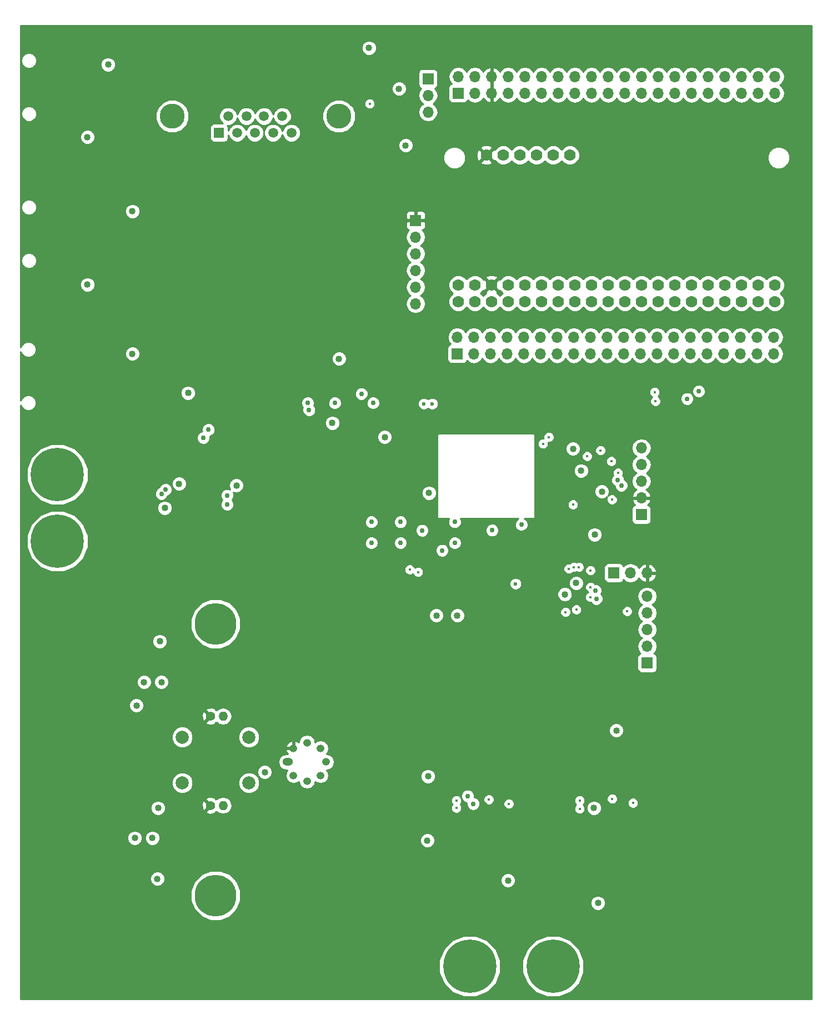
<source format=gbr>
G04 #@! TF.FileFunction,Copper,L3,Inr,Mixed*
%FSLAX46Y46*%
G04 Gerber Fmt 4.6, Leading zero omitted, Abs format (unit mm)*
G04 Created by KiCad (PCBNEW 4.0.6) date 09/10/17 19:14:27*
%MOMM*%
%LPD*%
G01*
G04 APERTURE LIST*
%ADD10C,0.100000*%
%ADD11R,1.700000X1.700000*%
%ADD12O,1.700000X1.700000*%
%ADD13C,6.350000*%
%ADD14C,3.810000*%
%ADD15R,1.520000X1.520000*%
%ADD16C,1.520000*%
%ADD17C,8.100000*%
%ADD18C,1.778000*%
%ADD19C,1.998980*%
%ADD20C,1.400000*%
%ADD21O,1.400000X1.400000*%
%ADD22O,1.600000X1.200000*%
%ADD23O,1.200000X1.200000*%
%ADD24C,1.016000*%
%ADD25C,0.762000*%
%ADD26C,0.381000*%
%ADD27C,0.600000*%
%ADD28C,1.270000*%
%ADD29C,0.762000*%
%ADD30C,0.254000*%
G04 APERTURE END LIST*
D10*
D11*
X73660000Y-43180000D03*
D12*
X73660000Y-45720000D03*
X73660000Y-48260000D03*
X73660000Y-50800000D03*
X73660000Y-53340000D03*
X73660000Y-55880000D03*
D13*
X43180000Y-104648000D03*
X43180000Y-146050000D03*
D11*
X75565000Y-21590000D03*
D12*
X75565000Y-24130000D03*
X75565000Y-26670000D03*
D11*
X80166160Y-23806452D03*
D12*
X80166160Y-21266452D03*
X82706160Y-23806452D03*
X82706160Y-21266452D03*
X85246160Y-23806452D03*
X85246160Y-21266452D03*
X87786160Y-23806452D03*
X87786160Y-21266452D03*
X90326160Y-23806452D03*
X90326160Y-21266452D03*
X92866160Y-23806452D03*
X92866160Y-21266452D03*
X95406160Y-23806452D03*
X95406160Y-21266452D03*
X97946160Y-23806452D03*
X97946160Y-21266452D03*
X100486160Y-23806452D03*
X100486160Y-21266452D03*
X103026160Y-23806452D03*
X103026160Y-21266452D03*
X105566160Y-23806452D03*
X105566160Y-21266452D03*
X108106160Y-23806452D03*
X108106160Y-21266452D03*
X110646160Y-23806452D03*
X110646160Y-21266452D03*
X113186160Y-23806452D03*
X113186160Y-21266452D03*
X115726160Y-23806452D03*
X115726160Y-21266452D03*
X118266160Y-23806452D03*
X118266160Y-21266452D03*
X120806160Y-23806452D03*
X120806160Y-21266452D03*
X123346160Y-23806452D03*
X123346160Y-21266452D03*
X125886160Y-23806452D03*
X125886160Y-21266452D03*
X128426160Y-23806452D03*
X128426160Y-21266452D03*
D11*
X80010000Y-63500000D03*
D12*
X80010000Y-60960000D03*
X82550000Y-63500000D03*
X82550000Y-60960000D03*
X85090000Y-63500000D03*
X85090000Y-60960000D03*
X87630000Y-63500000D03*
X87630000Y-60960000D03*
X90170000Y-63500000D03*
X90170000Y-60960000D03*
X92710000Y-63500000D03*
X92710000Y-60960000D03*
X95250000Y-63500000D03*
X95250000Y-60960000D03*
X97790000Y-63500000D03*
X97790000Y-60960000D03*
X100330000Y-63500000D03*
X100330000Y-60960000D03*
X102870000Y-63500000D03*
X102870000Y-60960000D03*
X105410000Y-63500000D03*
X105410000Y-60960000D03*
X107950000Y-63500000D03*
X107950000Y-60960000D03*
X110490000Y-63500000D03*
X110490000Y-60960000D03*
X113030000Y-63500000D03*
X113030000Y-60960000D03*
X115570000Y-63500000D03*
X115570000Y-60960000D03*
X118110000Y-63500000D03*
X118110000Y-60960000D03*
X120650000Y-63500000D03*
X120650000Y-60960000D03*
X123190000Y-63500000D03*
X123190000Y-60960000D03*
X125730000Y-63500000D03*
X125730000Y-60960000D03*
X128270000Y-63500000D03*
X128270000Y-60960000D03*
D14*
X61980000Y-27305000D03*
X36580000Y-27305000D03*
D15*
X43690000Y-29845000D03*
D16*
X46480000Y-29845000D03*
X49150000Y-29845000D03*
X51950000Y-29845000D03*
X54740000Y-29845000D03*
X45090000Y-27305000D03*
X47880000Y-27305000D03*
X50550000Y-27305000D03*
X53340000Y-27305000D03*
D17*
X94615000Y-156845000D03*
X81915000Y-156845000D03*
D11*
X103886000Y-96901000D03*
D12*
X106426000Y-96901000D03*
X108966000Y-96901000D03*
D11*
X108966000Y-110617000D03*
D12*
X108966000Y-108077000D03*
X108966000Y-105537000D03*
X108966000Y-102997000D03*
X108966000Y-100457000D03*
D17*
X19050000Y-92075000D03*
X19050000Y-81915000D03*
D18*
X80166160Y-53016452D03*
X80166160Y-55556452D03*
X82706160Y-53016452D03*
X82706160Y-55556452D03*
X85246160Y-53016452D03*
X85246160Y-55556452D03*
X87786160Y-53016452D03*
X87786160Y-55556452D03*
X90326160Y-53016452D03*
X90326160Y-55556452D03*
X92866160Y-53016452D03*
X92866160Y-55556452D03*
X95406160Y-53016452D03*
X95406160Y-55556452D03*
X97946160Y-53016452D03*
X97946160Y-55556452D03*
X100486160Y-53016452D03*
X100486160Y-55556452D03*
X103026160Y-53016452D03*
X103026160Y-55556452D03*
X105566160Y-53016452D03*
X105566160Y-55556452D03*
X108106160Y-53016452D03*
X108106160Y-55556452D03*
X110646160Y-53016452D03*
X110646160Y-55556452D03*
X113186160Y-53016452D03*
X113186160Y-55556452D03*
X115726160Y-53016452D03*
X115726160Y-55556452D03*
X118266160Y-53016452D03*
X118266160Y-55556452D03*
X120806160Y-53016452D03*
X120806160Y-55556452D03*
X123346160Y-53016452D03*
X123346160Y-55556452D03*
X125886160Y-53016452D03*
X125886160Y-55556452D03*
X128426160Y-53016452D03*
X128426160Y-55556452D03*
X84476160Y-33236452D03*
X87016160Y-33236452D03*
X89556160Y-33236452D03*
X92096160Y-33236452D03*
X94636160Y-33236452D03*
X97176160Y-33236452D03*
D19*
X48260000Y-128905000D03*
X38100000Y-128905000D03*
X48260000Y-121920000D03*
X38100000Y-121920000D03*
D20*
X42418000Y-132334000D03*
D21*
X44318000Y-132334000D03*
D20*
X42418000Y-118745000D03*
D21*
X44318000Y-118745000D03*
D22*
X54197248Y-125697248D03*
D23*
X55052496Y-127762000D03*
X57117248Y-128617248D03*
X59182000Y-127762000D03*
X60037248Y-125697248D03*
X59182000Y-123632496D03*
X57117248Y-122777248D03*
X55052496Y-123632496D03*
D11*
X108077000Y-88011000D03*
D12*
X108077000Y-85471000D03*
X108077000Y-82931000D03*
X108077000Y-80391000D03*
X108077000Y-77851000D03*
D24*
X34925000Y-113538000D03*
X32258000Y-113538000D03*
X30861000Y-137287000D03*
X33528000Y-137287000D03*
X75692000Y-84709000D03*
X23622000Y-52959000D03*
X23622000Y-30480000D03*
X37592000Y-83312000D03*
X100838000Y-132715000D03*
X61976000Y-64262000D03*
X46355000Y-83566000D03*
X60960000Y-74041000D03*
X66548000Y-16891000D03*
X71120000Y-23114000D03*
X72136000Y-31750000D03*
X104267000Y-120904000D03*
X75565000Y-127889000D03*
D25*
X82457000Y-132080000D03*
X81627000Y-130890000D03*
D24*
X96419500Y-100176500D03*
X98144500Y-98451500D03*
X80010000Y-103378000D03*
X76835000Y-103378000D03*
X100965000Y-91059000D03*
X102074000Y-84501500D03*
X98886500Y-81314000D03*
X97663000Y-77978000D03*
X68961000Y-76200000D03*
D25*
X42094333Y-75071513D03*
X41319333Y-76311513D03*
D24*
X35433000Y-86995000D03*
X34290000Y-143510000D03*
X34671000Y-107315000D03*
X31115000Y-117094000D03*
X50673000Y-127254000D03*
X34417000Y-132715000D03*
X101473000Y-147193000D03*
X87757000Y-143764000D03*
X75438000Y-137668000D03*
X38989000Y-69469000D03*
X81280000Y-89535000D03*
X58420000Y-76835000D03*
X53594000Y-75946000D03*
X67564000Y-19685000D03*
X67564000Y-31369000D03*
X91694000Y-93726000D03*
X86487000Y-96393000D03*
X104394000Y-105029000D03*
X91821000Y-98933000D03*
X81280000Y-112776000D03*
X101346000Y-88519000D03*
X102235000Y-76200000D03*
X76200000Y-76581000D03*
X67564000Y-78867000D03*
X70104000Y-72898000D03*
X73025000Y-65151000D03*
X49911000Y-64770000D03*
X58420000Y-68707000D03*
X48485624Y-84730467D03*
X40640000Y-81407000D03*
X50800000Y-120396000D03*
D26*
X98679000Y-132842000D03*
X98679000Y-131572000D03*
X79883000Y-132715000D03*
X79883000Y-131572000D03*
D25*
X105029000Y-83566000D03*
X116840000Y-69215000D03*
X101219000Y-100838000D03*
D26*
X110109000Y-69342000D03*
X93980000Y-76200000D03*
X72771000Y-96393000D03*
X110236000Y-70739000D03*
X93091000Y-77216000D03*
X74041000Y-96774000D03*
X66675000Y-25400000D03*
D25*
X79629000Y-92316252D03*
X65405000Y-69596000D03*
X44958000Y-85090000D03*
X35560000Y-84201000D03*
X57422515Y-72058943D03*
X66929000Y-92316252D03*
X66929000Y-89141252D03*
X71374000Y-92316252D03*
X71374000Y-89141252D03*
X79629000Y-89141252D03*
X85344000Y-90411252D03*
X89789000Y-89535000D03*
X74676000Y-90424000D03*
X77724000Y-93472000D03*
X67183000Y-70993000D03*
X61341000Y-70993000D03*
X34925000Y-84836000D03*
X57238388Y-70985820D03*
X44958000Y-86493108D03*
X104504422Y-82770843D03*
X101037612Y-99570958D03*
X115062000Y-70358000D03*
D26*
X97790000Y-96012000D03*
X105918000Y-102743000D03*
X98552000Y-96012000D03*
X100330000Y-96520000D03*
X106807000Y-131953000D03*
X103632000Y-131318000D03*
X87884000Y-132080000D03*
X84836000Y-131421498D03*
X101854000Y-78232000D03*
X104521000Y-81661000D03*
X103601000Y-85725000D03*
X97663000Y-86487000D03*
X99822000Y-79121000D03*
X103505000Y-79883000D03*
D24*
X30480000Y-63500000D03*
X30480000Y-41783000D03*
X26797000Y-19431000D03*
D26*
X97028000Y-96266000D03*
X98171000Y-102489000D03*
X100280053Y-100593989D03*
X100330000Y-99060000D03*
X96520000Y-102870000D03*
D27*
X74930000Y-71120000D03*
X76200000Y-71120000D03*
X88900000Y-98552000D03*
D28*
X67564000Y-19685000D02*
X66548000Y-19685000D01*
X67564000Y-31369000D02*
X66167000Y-31369000D01*
X91694000Y-93726000D02*
X92710000Y-92710000D01*
X86487000Y-96393000D02*
X85217000Y-96393000D01*
X103886001Y-105536999D02*
X103251000Y-106172000D01*
X104394000Y-105029000D02*
X103886001Y-105536999D01*
X91821000Y-98933000D02*
X91821000Y-99651420D01*
X81280000Y-112776000D02*
X81787999Y-113283999D01*
X81787999Y-113283999D02*
X83311999Y-113283999D01*
X102191420Y-88646000D02*
X102870000Y-88646000D01*
X101346000Y-88519000D02*
X102064420Y-88519000D01*
X102064420Y-88519000D02*
X102191420Y-88646000D01*
X102235000Y-76200000D02*
X102742999Y-76707999D01*
X102742999Y-76707999D02*
X103886001Y-76707999D01*
X76200000Y-76581000D02*
X75692001Y-76073001D01*
X75692001Y-76073001D02*
X74930001Y-76073001D01*
X66421000Y-79291580D02*
X66421000Y-80137000D01*
X67564000Y-78867000D02*
X66845580Y-78867000D01*
X66845580Y-78867000D02*
X66421000Y-79291580D01*
X70738999Y-73405999D02*
X71755000Y-74422000D01*
X70104000Y-72898000D02*
X70611999Y-73405999D01*
X70611999Y-73405999D02*
X70738999Y-73405999D01*
X73025000Y-65151000D02*
X73743420Y-65151000D01*
X73743420Y-65151000D02*
X74251420Y-65659000D01*
X49911000Y-64770000D02*
X50418999Y-64262001D01*
X50418999Y-64262001D02*
X50418999Y-63754001D01*
X58420000Y-68707000D02*
X59138420Y-68707000D01*
D29*
X48485624Y-85753376D02*
X48485624Y-85448887D01*
X47879000Y-86360000D02*
X48485624Y-85753376D01*
X48485624Y-85448887D02*
X48485624Y-84730467D01*
X40386000Y-80434580D02*
X40386000Y-80010000D01*
X40640000Y-81407000D02*
X40640000Y-80688580D01*
X40640000Y-80688580D02*
X40386000Y-80434580D01*
X50800000Y-120396000D02*
X51435000Y-119761000D01*
D30*
G36*
X134012000Y-161798000D02*
X13462000Y-161798000D01*
X13462000Y-157772816D01*
X77229188Y-157772816D01*
X77940934Y-159495373D01*
X79257695Y-160814434D01*
X80979007Y-161529185D01*
X82842816Y-161530812D01*
X84565373Y-160819066D01*
X85884434Y-159502305D01*
X86599185Y-157780993D01*
X86599192Y-157772816D01*
X89929188Y-157772816D01*
X90640934Y-159495373D01*
X91957695Y-160814434D01*
X93679007Y-161529185D01*
X95542816Y-161530812D01*
X97265373Y-160819066D01*
X98584434Y-159502305D01*
X99299185Y-157780993D01*
X99300812Y-155917184D01*
X98589066Y-154194627D01*
X97272305Y-152875566D01*
X95550993Y-152160815D01*
X93687184Y-152159188D01*
X91964627Y-152870934D01*
X90645566Y-154187695D01*
X89930815Y-155909007D01*
X89929188Y-157772816D01*
X86599192Y-157772816D01*
X86600812Y-155917184D01*
X85889066Y-154194627D01*
X84572305Y-152875566D01*
X82850993Y-152160815D01*
X80987184Y-152159188D01*
X79264627Y-152870934D01*
X77945566Y-154187695D01*
X77230815Y-155909007D01*
X77229188Y-157772816D01*
X13462000Y-157772816D01*
X13462000Y-146804531D01*
X39369340Y-146804531D01*
X39948156Y-148205372D01*
X41018991Y-149278077D01*
X42418819Y-149859337D01*
X43934531Y-149860660D01*
X45335372Y-149281844D01*
X46408077Y-148211009D01*
X46736799Y-147419359D01*
X100329802Y-147419359D01*
X100503446Y-147839612D01*
X100824697Y-148161423D01*
X101244646Y-148335801D01*
X101699359Y-148336198D01*
X102119612Y-148162554D01*
X102441423Y-147841303D01*
X102615801Y-147421354D01*
X102616198Y-146966641D01*
X102442554Y-146546388D01*
X102121303Y-146224577D01*
X101701354Y-146050199D01*
X101246641Y-146049802D01*
X100826388Y-146223446D01*
X100504577Y-146544697D01*
X100330199Y-146964646D01*
X100329802Y-147419359D01*
X46736799Y-147419359D01*
X46989337Y-146811181D01*
X46990660Y-145295469D01*
X46451400Y-143990359D01*
X86613802Y-143990359D01*
X86787446Y-144410612D01*
X87108697Y-144732423D01*
X87528646Y-144906801D01*
X87983359Y-144907198D01*
X88403612Y-144733554D01*
X88725423Y-144412303D01*
X88899801Y-143992354D01*
X88900198Y-143537641D01*
X88726554Y-143117388D01*
X88405303Y-142795577D01*
X87985354Y-142621199D01*
X87530641Y-142620802D01*
X87110388Y-142794446D01*
X86788577Y-143115697D01*
X86614199Y-143535646D01*
X86613802Y-143990359D01*
X46451400Y-143990359D01*
X46411844Y-143894628D01*
X45341009Y-142821923D01*
X43941181Y-142240663D01*
X42425469Y-142239340D01*
X41024628Y-142818156D01*
X39951923Y-143888991D01*
X39370663Y-145288819D01*
X39369340Y-146804531D01*
X13462000Y-146804531D01*
X13462000Y-143736359D01*
X33146802Y-143736359D01*
X33320446Y-144156612D01*
X33641697Y-144478423D01*
X34061646Y-144652801D01*
X34516359Y-144653198D01*
X34936612Y-144479554D01*
X35258423Y-144158303D01*
X35432801Y-143738354D01*
X35433198Y-143283641D01*
X35259554Y-142863388D01*
X34938303Y-142541577D01*
X34518354Y-142367199D01*
X34063641Y-142366802D01*
X33643388Y-142540446D01*
X33321577Y-142861697D01*
X33147199Y-143281646D01*
X33146802Y-143736359D01*
X13462000Y-143736359D01*
X13462000Y-137513359D01*
X29717802Y-137513359D01*
X29891446Y-137933612D01*
X30212697Y-138255423D01*
X30632646Y-138429801D01*
X31087359Y-138430198D01*
X31507612Y-138256554D01*
X31829423Y-137935303D01*
X32003801Y-137515354D01*
X32003802Y-137513359D01*
X32384802Y-137513359D01*
X32558446Y-137933612D01*
X32879697Y-138255423D01*
X33299646Y-138429801D01*
X33754359Y-138430198D01*
X34174612Y-138256554D01*
X34496423Y-137935303D01*
X34513424Y-137894359D01*
X74294802Y-137894359D01*
X74468446Y-138314612D01*
X74789697Y-138636423D01*
X75209646Y-138810801D01*
X75664359Y-138811198D01*
X76084612Y-138637554D01*
X76406423Y-138316303D01*
X76580801Y-137896354D01*
X76581198Y-137441641D01*
X76407554Y-137021388D01*
X76086303Y-136699577D01*
X75666354Y-136525199D01*
X75211641Y-136524802D01*
X74791388Y-136698446D01*
X74469577Y-137019697D01*
X74295199Y-137439646D01*
X74294802Y-137894359D01*
X34513424Y-137894359D01*
X34670801Y-137515354D01*
X34671198Y-137060641D01*
X34497554Y-136640388D01*
X34176303Y-136318577D01*
X33756354Y-136144199D01*
X33301641Y-136143802D01*
X32881388Y-136317446D01*
X32559577Y-136638697D01*
X32385199Y-137058646D01*
X32384802Y-137513359D01*
X32003802Y-137513359D01*
X32004198Y-137060641D01*
X31830554Y-136640388D01*
X31509303Y-136318577D01*
X31089354Y-136144199D01*
X30634641Y-136143802D01*
X30214388Y-136317446D01*
X29892577Y-136638697D01*
X29718199Y-137058646D01*
X29717802Y-137513359D01*
X13462000Y-137513359D01*
X13462000Y-132941359D01*
X33273802Y-132941359D01*
X33447446Y-133361612D01*
X33768697Y-133683423D01*
X34188646Y-133857801D01*
X34643359Y-133858198D01*
X35063612Y-133684554D01*
X35385423Y-133363303D01*
X35559801Y-132943354D01*
X35560198Y-132488641D01*
X35416607Y-132141122D01*
X41070581Y-132141122D01*
X41099336Y-132671440D01*
X41246958Y-133027831D01*
X41482725Y-133089669D01*
X42238395Y-132334000D01*
X41482725Y-131578331D01*
X41246958Y-131640169D01*
X41070581Y-132141122D01*
X35416607Y-132141122D01*
X35386554Y-132068388D01*
X35065303Y-131746577D01*
X34645354Y-131572199D01*
X34190641Y-131571802D01*
X33770388Y-131745446D01*
X33448577Y-132066697D01*
X33274199Y-132486646D01*
X33273802Y-132941359D01*
X13462000Y-132941359D01*
X13462000Y-131398725D01*
X41662331Y-131398725D01*
X42418000Y-132154395D01*
X42432142Y-132140252D01*
X42611748Y-132319858D01*
X42597605Y-132334000D01*
X42611748Y-132348142D01*
X42432142Y-132527748D01*
X42418000Y-132513605D01*
X41662331Y-133269275D01*
X41724169Y-133505042D01*
X42225122Y-133681419D01*
X42755440Y-133652664D01*
X43111831Y-133505042D01*
X43173669Y-133269277D01*
X43288918Y-133384526D01*
X43376391Y-133297053D01*
X43780964Y-133567379D01*
X44291846Y-133669000D01*
X44344154Y-133669000D01*
X44855036Y-133567379D01*
X45288142Y-133277988D01*
X45577533Y-132844882D01*
X45679154Y-132334000D01*
X45577533Y-131823118D01*
X45518977Y-131735482D01*
X79057357Y-131735482D01*
X79182767Y-132038998D01*
X79287066Y-132143479D01*
X79183583Y-132246781D01*
X79057643Y-132550077D01*
X79057357Y-132878482D01*
X79182767Y-133181998D01*
X79414781Y-133414417D01*
X79718077Y-133540357D01*
X80046482Y-133540643D01*
X80349998Y-133415233D01*
X80582417Y-133183219D01*
X80708357Y-132879923D01*
X80708643Y-132551518D01*
X80583233Y-132248002D01*
X80478934Y-132143521D01*
X80582417Y-132040219D01*
X80708357Y-131736923D01*
X80708643Y-131408518D01*
X80583233Y-131105002D01*
X80569464Y-131091208D01*
X80610824Y-131091208D01*
X80765175Y-131464766D01*
X81050731Y-131750821D01*
X81424018Y-131905824D01*
X81441151Y-131905839D01*
X81440824Y-132281208D01*
X81595175Y-132654766D01*
X81880731Y-132940821D01*
X82254018Y-133095824D01*
X82658208Y-133096176D01*
X83031766Y-132941825D01*
X83317821Y-132656269D01*
X83472824Y-132282982D01*
X83473176Y-131878792D01*
X83351776Y-131584980D01*
X84010357Y-131584980D01*
X84135767Y-131888496D01*
X84367781Y-132120915D01*
X84671077Y-132246855D01*
X84999482Y-132247141D01*
X85008337Y-132243482D01*
X87058357Y-132243482D01*
X87183767Y-132546998D01*
X87415781Y-132779417D01*
X87719077Y-132905357D01*
X88047482Y-132905643D01*
X88350998Y-132780233D01*
X88583417Y-132548219D01*
X88709357Y-132244923D01*
X88709643Y-131916518D01*
X88634841Y-131735482D01*
X97853357Y-131735482D01*
X97978767Y-132038998D01*
X98146566Y-132207089D01*
X97979583Y-132373781D01*
X97853643Y-132677077D01*
X97853357Y-133005482D01*
X97978767Y-133308998D01*
X98210781Y-133541417D01*
X98514077Y-133667357D01*
X98842482Y-133667643D01*
X99145998Y-133542233D01*
X99378417Y-133310219D01*
X99504357Y-133006923D01*
X99504414Y-132941359D01*
X99694802Y-132941359D01*
X99868446Y-133361612D01*
X100189697Y-133683423D01*
X100609646Y-133857801D01*
X101064359Y-133858198D01*
X101484612Y-133684554D01*
X101806423Y-133363303D01*
X101980801Y-132943354D01*
X101981198Y-132488641D01*
X101807554Y-132068388D01*
X101486303Y-131746577D01*
X101066354Y-131572199D01*
X100611641Y-131571802D01*
X100191388Y-131745446D01*
X99869577Y-132066697D01*
X99695199Y-132486646D01*
X99694802Y-132941359D01*
X99504414Y-132941359D01*
X99504643Y-132678518D01*
X99379233Y-132375002D01*
X99211434Y-132206911D01*
X99378417Y-132040219D01*
X99504357Y-131736923D01*
X99504579Y-131481482D01*
X102806357Y-131481482D01*
X102931767Y-131784998D01*
X103163781Y-132017417D01*
X103467077Y-132143357D01*
X103795482Y-132143643D01*
X103861216Y-132116482D01*
X105981357Y-132116482D01*
X106106767Y-132419998D01*
X106338781Y-132652417D01*
X106642077Y-132778357D01*
X106970482Y-132778643D01*
X107273998Y-132653233D01*
X107506417Y-132421219D01*
X107632357Y-132117923D01*
X107632643Y-131789518D01*
X107507233Y-131486002D01*
X107275219Y-131253583D01*
X106971923Y-131127643D01*
X106643518Y-131127357D01*
X106340002Y-131252767D01*
X106107583Y-131484781D01*
X105981643Y-131788077D01*
X105981357Y-132116482D01*
X103861216Y-132116482D01*
X104098998Y-132018233D01*
X104331417Y-131786219D01*
X104457357Y-131482923D01*
X104457643Y-131154518D01*
X104332233Y-130851002D01*
X104100219Y-130618583D01*
X103796923Y-130492643D01*
X103468518Y-130492357D01*
X103165002Y-130617767D01*
X102932583Y-130849781D01*
X102806643Y-131153077D01*
X102806357Y-131481482D01*
X99504579Y-131481482D01*
X99504643Y-131408518D01*
X99379233Y-131105002D01*
X99147219Y-130872583D01*
X98843923Y-130746643D01*
X98515518Y-130746357D01*
X98212002Y-130871767D01*
X97979583Y-131103781D01*
X97853643Y-131407077D01*
X97853357Y-131735482D01*
X88634841Y-131735482D01*
X88584233Y-131613002D01*
X88352219Y-131380583D01*
X88048923Y-131254643D01*
X87720518Y-131254357D01*
X87417002Y-131379767D01*
X87184583Y-131611781D01*
X87058643Y-131915077D01*
X87058357Y-132243482D01*
X85008337Y-132243482D01*
X85302998Y-132121731D01*
X85535417Y-131889717D01*
X85661357Y-131586421D01*
X85661643Y-131258016D01*
X85536233Y-130954500D01*
X85304219Y-130722081D01*
X85000923Y-130596141D01*
X84672518Y-130595855D01*
X84369002Y-130721265D01*
X84136583Y-130953279D01*
X84010643Y-131256575D01*
X84010357Y-131584980D01*
X83351776Y-131584980D01*
X83318825Y-131505234D01*
X83033269Y-131219179D01*
X82659982Y-131064176D01*
X82642849Y-131064161D01*
X82643176Y-130688792D01*
X82488825Y-130315234D01*
X82203269Y-130029179D01*
X81829982Y-129874176D01*
X81425792Y-129873824D01*
X81052234Y-130028175D01*
X80766179Y-130313731D01*
X80611176Y-130687018D01*
X80610824Y-131091208D01*
X80569464Y-131091208D01*
X80351219Y-130872583D01*
X80047923Y-130746643D01*
X79719518Y-130746357D01*
X79416002Y-130871767D01*
X79183583Y-131103781D01*
X79057643Y-131407077D01*
X79057357Y-131735482D01*
X45518977Y-131735482D01*
X45288142Y-131390012D01*
X44855036Y-131100621D01*
X44344154Y-130999000D01*
X44291846Y-130999000D01*
X43780964Y-131100621D01*
X43376391Y-131370947D01*
X43288918Y-131283474D01*
X43173669Y-131398723D01*
X43111831Y-131162958D01*
X42610878Y-130986581D01*
X42080560Y-131015336D01*
X41724169Y-131162958D01*
X41662331Y-131398725D01*
X13462000Y-131398725D01*
X13462000Y-129228694D01*
X36465226Y-129228694D01*
X36713538Y-129829655D01*
X37172927Y-130289846D01*
X37773453Y-130539206D01*
X38423694Y-130539774D01*
X39024655Y-130291462D01*
X39484846Y-129832073D01*
X39734206Y-129231547D01*
X39734208Y-129228694D01*
X46625226Y-129228694D01*
X46873538Y-129829655D01*
X47332927Y-130289846D01*
X47933453Y-130539206D01*
X48583694Y-130539774D01*
X49184655Y-130291462D01*
X49644846Y-129832073D01*
X49894206Y-129231547D01*
X49894774Y-128581306D01*
X49646462Y-127980345D01*
X49187073Y-127520154D01*
X49091236Y-127480359D01*
X49529802Y-127480359D01*
X49703446Y-127900612D01*
X50024697Y-128222423D01*
X50444646Y-128396801D01*
X50899359Y-128397198D01*
X51319612Y-128223554D01*
X51641423Y-127902303D01*
X51815801Y-127482354D01*
X51816198Y-127027641D01*
X51642554Y-126607388D01*
X51321303Y-126285577D01*
X50901354Y-126111199D01*
X50446641Y-126110802D01*
X50026388Y-126284446D01*
X49704577Y-126605697D01*
X49530199Y-127025646D01*
X49529802Y-127480359D01*
X49091236Y-127480359D01*
X48586547Y-127270794D01*
X47936306Y-127270226D01*
X47335345Y-127518538D01*
X46875154Y-127977927D01*
X46625794Y-128578453D01*
X46625226Y-129228694D01*
X39734208Y-129228694D01*
X39734774Y-128581306D01*
X39486462Y-127980345D01*
X39027073Y-127520154D01*
X38426547Y-127270794D01*
X37776306Y-127270226D01*
X37175345Y-127518538D01*
X36715154Y-127977927D01*
X36465794Y-128578453D01*
X36465226Y-129228694D01*
X13462000Y-129228694D01*
X13462000Y-125697248D01*
X52734135Y-125697248D01*
X52828144Y-126169862D01*
X53095858Y-126570525D01*
X53496521Y-126838239D01*
X53969135Y-126932248D01*
X54125942Y-126932248D01*
X53887310Y-127289386D01*
X53793301Y-127762000D01*
X53887310Y-128234614D01*
X54155024Y-128635277D01*
X54555687Y-128902991D01*
X55028301Y-128997000D01*
X55076691Y-128997000D01*
X55549305Y-128902991D01*
X55872002Y-128687372D01*
X55952062Y-129089862D01*
X56219776Y-129490525D01*
X56620439Y-129758239D01*
X57093053Y-129852248D01*
X57141443Y-129852248D01*
X57614057Y-129758239D01*
X58014720Y-129490525D01*
X58282434Y-129089862D01*
X58362494Y-128687372D01*
X58685191Y-128902991D01*
X59157805Y-128997000D01*
X59206195Y-128997000D01*
X59678809Y-128902991D01*
X60079472Y-128635277D01*
X60347186Y-128234614D01*
X60370907Y-128115359D01*
X74421802Y-128115359D01*
X74595446Y-128535612D01*
X74916697Y-128857423D01*
X75336646Y-129031801D01*
X75791359Y-129032198D01*
X76211612Y-128858554D01*
X76533423Y-128537303D01*
X76707801Y-128117354D01*
X76708198Y-127662641D01*
X76534554Y-127242388D01*
X76213303Y-126920577D01*
X75793354Y-126746199D01*
X75338641Y-126745802D01*
X74918388Y-126919446D01*
X74596577Y-127240697D01*
X74422199Y-127660646D01*
X74421802Y-128115359D01*
X60370907Y-128115359D01*
X60441195Y-127762000D01*
X60347186Y-127289386D01*
X60103027Y-126923976D01*
X60534057Y-126838239D01*
X60934720Y-126570525D01*
X61202434Y-126169862D01*
X61296443Y-125697248D01*
X61202434Y-125224634D01*
X60934720Y-124823971D01*
X60534057Y-124556257D01*
X60103027Y-124470520D01*
X60347186Y-124105110D01*
X60441195Y-123632496D01*
X60347186Y-123159882D01*
X60079472Y-122759219D01*
X59678809Y-122491505D01*
X59206195Y-122397496D01*
X59157805Y-122397496D01*
X58685191Y-122491505D01*
X58362494Y-122707124D01*
X58282434Y-122304634D01*
X58014720Y-121903971D01*
X57614057Y-121636257D01*
X57141443Y-121542248D01*
X57093053Y-121542248D01*
X56620439Y-121636257D01*
X56219776Y-121903971D01*
X55952062Y-122304634D01*
X55868254Y-122725964D01*
X55802652Y-122651416D01*
X55370107Y-122439024D01*
X55179496Y-122562782D01*
X55179496Y-123505496D01*
X55199496Y-123505496D01*
X55199496Y-123759496D01*
X55179496Y-123759496D01*
X55179496Y-123779496D01*
X54925496Y-123779496D01*
X54925496Y-123759496D01*
X53983765Y-123759496D01*
X53859034Y-123950105D01*
X53983999Y-124251823D01*
X54169172Y-124462248D01*
X53969135Y-124462248D01*
X53496521Y-124556257D01*
X53095858Y-124823971D01*
X52828144Y-125224634D01*
X52734135Y-125697248D01*
X13462000Y-125697248D01*
X13462000Y-122243694D01*
X36465226Y-122243694D01*
X36713538Y-122844655D01*
X37172927Y-123304846D01*
X37773453Y-123554206D01*
X38423694Y-123554774D01*
X39024655Y-123306462D01*
X39484846Y-122847073D01*
X39734206Y-122246547D01*
X39734208Y-122243694D01*
X46625226Y-122243694D01*
X46873538Y-122844655D01*
X47332927Y-123304846D01*
X47933453Y-123554206D01*
X48583694Y-123554774D01*
X49164264Y-123314887D01*
X53859034Y-123314887D01*
X53983765Y-123505496D01*
X54925496Y-123505496D01*
X54925496Y-122562782D01*
X54734885Y-122439024D01*
X54302340Y-122651416D01*
X53983999Y-123013169D01*
X53859034Y-123314887D01*
X49164264Y-123314887D01*
X49184655Y-123306462D01*
X49644846Y-122847073D01*
X49894206Y-122246547D01*
X49894774Y-121596306D01*
X49702249Y-121130359D01*
X103123802Y-121130359D01*
X103297446Y-121550612D01*
X103618697Y-121872423D01*
X104038646Y-122046801D01*
X104493359Y-122047198D01*
X104913612Y-121873554D01*
X105235423Y-121552303D01*
X105409801Y-121132354D01*
X105410198Y-120677641D01*
X105236554Y-120257388D01*
X104915303Y-119935577D01*
X104495354Y-119761199D01*
X104040641Y-119760802D01*
X103620388Y-119934446D01*
X103298577Y-120255697D01*
X103124199Y-120675646D01*
X103123802Y-121130359D01*
X49702249Y-121130359D01*
X49646462Y-120995345D01*
X49187073Y-120535154D01*
X48586547Y-120285794D01*
X47936306Y-120285226D01*
X47335345Y-120533538D01*
X46875154Y-120992927D01*
X46625794Y-121593453D01*
X46625226Y-122243694D01*
X39734208Y-122243694D01*
X39734774Y-121596306D01*
X39486462Y-120995345D01*
X39027073Y-120535154D01*
X38426547Y-120285794D01*
X37776306Y-120285226D01*
X37175345Y-120533538D01*
X36715154Y-120992927D01*
X36465794Y-121593453D01*
X36465226Y-122243694D01*
X13462000Y-122243694D01*
X13462000Y-118552122D01*
X41070581Y-118552122D01*
X41099336Y-119082440D01*
X41246958Y-119438831D01*
X41482725Y-119500669D01*
X42238395Y-118745000D01*
X41482725Y-117989331D01*
X41246958Y-118051169D01*
X41070581Y-118552122D01*
X13462000Y-118552122D01*
X13462000Y-117320359D01*
X29971802Y-117320359D01*
X30145446Y-117740612D01*
X30466697Y-118062423D01*
X30886646Y-118236801D01*
X31341359Y-118237198D01*
X31761612Y-118063554D01*
X32015883Y-117809725D01*
X41662331Y-117809725D01*
X42418000Y-118565395D01*
X42432142Y-118551252D01*
X42611748Y-118730858D01*
X42597605Y-118745000D01*
X42611748Y-118759142D01*
X42432142Y-118938748D01*
X42418000Y-118924605D01*
X41662331Y-119680275D01*
X41724169Y-119916042D01*
X42225122Y-120092419D01*
X42755440Y-120063664D01*
X43111831Y-119916042D01*
X43173669Y-119680277D01*
X43288918Y-119795526D01*
X43376391Y-119708053D01*
X43780964Y-119978379D01*
X44291846Y-120080000D01*
X44344154Y-120080000D01*
X44855036Y-119978379D01*
X45288142Y-119688988D01*
X45577533Y-119255882D01*
X45679154Y-118745000D01*
X45577533Y-118234118D01*
X45288142Y-117801012D01*
X44855036Y-117511621D01*
X44344154Y-117410000D01*
X44291846Y-117410000D01*
X43780964Y-117511621D01*
X43376391Y-117781947D01*
X43288918Y-117694474D01*
X43173669Y-117809723D01*
X43111831Y-117573958D01*
X42610878Y-117397581D01*
X42080560Y-117426336D01*
X41724169Y-117573958D01*
X41662331Y-117809725D01*
X32015883Y-117809725D01*
X32083423Y-117742303D01*
X32257801Y-117322354D01*
X32258198Y-116867641D01*
X32084554Y-116447388D01*
X31763303Y-116125577D01*
X31343354Y-115951199D01*
X30888641Y-115950802D01*
X30468388Y-116124446D01*
X30146577Y-116445697D01*
X29972199Y-116865646D01*
X29971802Y-117320359D01*
X13462000Y-117320359D01*
X13462000Y-113764359D01*
X31114802Y-113764359D01*
X31288446Y-114184612D01*
X31609697Y-114506423D01*
X32029646Y-114680801D01*
X32484359Y-114681198D01*
X32904612Y-114507554D01*
X33226423Y-114186303D01*
X33400801Y-113766354D01*
X33400802Y-113764359D01*
X33781802Y-113764359D01*
X33955446Y-114184612D01*
X34276697Y-114506423D01*
X34696646Y-114680801D01*
X35151359Y-114681198D01*
X35571612Y-114507554D01*
X35893423Y-114186303D01*
X36067801Y-113766354D01*
X36068198Y-113311641D01*
X35894554Y-112891388D01*
X35573303Y-112569577D01*
X35153354Y-112395199D01*
X34698641Y-112394802D01*
X34278388Y-112568446D01*
X33956577Y-112889697D01*
X33782199Y-113309646D01*
X33781802Y-113764359D01*
X33400802Y-113764359D01*
X33401198Y-113311641D01*
X33227554Y-112891388D01*
X32906303Y-112569577D01*
X32486354Y-112395199D01*
X32031641Y-112394802D01*
X31611388Y-112568446D01*
X31289577Y-112889697D01*
X31115199Y-113309646D01*
X31114802Y-113764359D01*
X13462000Y-113764359D01*
X13462000Y-107541359D01*
X33527802Y-107541359D01*
X33701446Y-107961612D01*
X34022697Y-108283423D01*
X34442646Y-108457801D01*
X34897359Y-108458198D01*
X35317612Y-108284554D01*
X35639423Y-107963303D01*
X35813801Y-107543354D01*
X35814198Y-107088641D01*
X35640554Y-106668388D01*
X35319303Y-106346577D01*
X34899354Y-106172199D01*
X34444641Y-106171802D01*
X34024388Y-106345446D01*
X33702577Y-106666697D01*
X33528199Y-107086646D01*
X33527802Y-107541359D01*
X13462000Y-107541359D01*
X13462000Y-105402531D01*
X39369340Y-105402531D01*
X39948156Y-106803372D01*
X41018991Y-107876077D01*
X42418819Y-108457337D01*
X43934531Y-108458660D01*
X45335372Y-107879844D01*
X46408077Y-106809009D01*
X46989337Y-105409181D01*
X46990660Y-103893469D01*
X46871203Y-103604359D01*
X75691802Y-103604359D01*
X75865446Y-104024612D01*
X76186697Y-104346423D01*
X76606646Y-104520801D01*
X77061359Y-104521198D01*
X77481612Y-104347554D01*
X77803423Y-104026303D01*
X77977801Y-103606354D01*
X77977802Y-103604359D01*
X78866802Y-103604359D01*
X79040446Y-104024612D01*
X79361697Y-104346423D01*
X79781646Y-104520801D01*
X80236359Y-104521198D01*
X80656612Y-104347554D01*
X80978423Y-104026303D01*
X81152801Y-103606354D01*
X81153198Y-103151641D01*
X81104376Y-103033482D01*
X95694357Y-103033482D01*
X95819767Y-103336998D01*
X96051781Y-103569417D01*
X96355077Y-103695357D01*
X96683482Y-103695643D01*
X96986998Y-103570233D01*
X97219417Y-103338219D01*
X97345357Y-103034923D01*
X97345643Y-102706518D01*
X97323316Y-102652482D01*
X97345357Y-102652482D01*
X97470767Y-102955998D01*
X97702781Y-103188417D01*
X98006077Y-103314357D01*
X98334482Y-103314643D01*
X98637998Y-103189233D01*
X98870417Y-102957219D01*
X98891484Y-102906482D01*
X105092357Y-102906482D01*
X105217767Y-103209998D01*
X105449781Y-103442417D01*
X105753077Y-103568357D01*
X106081482Y-103568643D01*
X106384998Y-103443233D01*
X106617417Y-103211219D01*
X106743357Y-102907923D01*
X106743643Y-102579518D01*
X106618233Y-102276002D01*
X106386219Y-102043583D01*
X106082923Y-101917643D01*
X105754518Y-101917357D01*
X105451002Y-102042767D01*
X105218583Y-102274781D01*
X105092643Y-102578077D01*
X105092357Y-102906482D01*
X98891484Y-102906482D01*
X98996357Y-102653923D01*
X98996643Y-102325518D01*
X98871233Y-102022002D01*
X98639219Y-101789583D01*
X98335923Y-101663643D01*
X98007518Y-101663357D01*
X97704002Y-101788767D01*
X97471583Y-102020781D01*
X97345643Y-102324077D01*
X97345357Y-102652482D01*
X97323316Y-102652482D01*
X97220233Y-102403002D01*
X96988219Y-102170583D01*
X96684923Y-102044643D01*
X96356518Y-102044357D01*
X96053002Y-102169767D01*
X95820583Y-102401781D01*
X95694643Y-102705077D01*
X95694357Y-103033482D01*
X81104376Y-103033482D01*
X80979554Y-102731388D01*
X80658303Y-102409577D01*
X80238354Y-102235199D01*
X79783641Y-102234802D01*
X79363388Y-102408446D01*
X79041577Y-102729697D01*
X78867199Y-103149646D01*
X78866802Y-103604359D01*
X77977802Y-103604359D01*
X77978198Y-103151641D01*
X77804554Y-102731388D01*
X77483303Y-102409577D01*
X77063354Y-102235199D01*
X76608641Y-102234802D01*
X76188388Y-102408446D01*
X75866577Y-102729697D01*
X75692199Y-103149646D01*
X75691802Y-103604359D01*
X46871203Y-103604359D01*
X46411844Y-102492628D01*
X45341009Y-101419923D01*
X43941181Y-100838663D01*
X42425469Y-100837340D01*
X41024628Y-101416156D01*
X39951923Y-102486991D01*
X39370663Y-103886819D01*
X39369340Y-105402531D01*
X13462000Y-105402531D01*
X13462000Y-100402859D01*
X95276302Y-100402859D01*
X95449946Y-100823112D01*
X95771197Y-101144923D01*
X96191146Y-101319301D01*
X96645859Y-101319698D01*
X97066112Y-101146054D01*
X97387923Y-100824803D01*
X97415881Y-100757471D01*
X99454410Y-100757471D01*
X99579820Y-101060987D01*
X99811834Y-101293406D01*
X100115130Y-101419346D01*
X100363960Y-101419563D01*
X100642731Y-101698821D01*
X101016018Y-101853824D01*
X101420208Y-101854176D01*
X101793766Y-101699825D01*
X102079821Y-101414269D01*
X102234824Y-101040982D01*
X102235176Y-100636792D01*
X102160888Y-100457000D01*
X107451907Y-100457000D01*
X107564946Y-101025285D01*
X107886853Y-101507054D01*
X108216026Y-101727000D01*
X107886853Y-101946946D01*
X107564946Y-102428715D01*
X107451907Y-102997000D01*
X107564946Y-103565285D01*
X107886853Y-104047054D01*
X108216026Y-104267000D01*
X107886853Y-104486946D01*
X107564946Y-104968715D01*
X107451907Y-105537000D01*
X107564946Y-106105285D01*
X107886853Y-106587054D01*
X108216026Y-106807000D01*
X107886853Y-107026946D01*
X107564946Y-107508715D01*
X107451907Y-108077000D01*
X107564946Y-108645285D01*
X107886853Y-109127054D01*
X107928452Y-109154850D01*
X107880683Y-109163838D01*
X107664559Y-109302910D01*
X107519569Y-109515110D01*
X107468560Y-109767000D01*
X107468560Y-111467000D01*
X107512838Y-111702317D01*
X107651910Y-111918441D01*
X107864110Y-112063431D01*
X108116000Y-112114440D01*
X109816000Y-112114440D01*
X110051317Y-112070162D01*
X110267441Y-111931090D01*
X110412431Y-111718890D01*
X110463440Y-111467000D01*
X110463440Y-109767000D01*
X110419162Y-109531683D01*
X110280090Y-109315559D01*
X110067890Y-109170569D01*
X110000459Y-109156914D01*
X110045147Y-109127054D01*
X110367054Y-108645285D01*
X110480093Y-108077000D01*
X110367054Y-107508715D01*
X110045147Y-107026946D01*
X109715974Y-106807000D01*
X110045147Y-106587054D01*
X110367054Y-106105285D01*
X110480093Y-105537000D01*
X110367054Y-104968715D01*
X110045147Y-104486946D01*
X109715974Y-104267000D01*
X110045147Y-104047054D01*
X110367054Y-103565285D01*
X110480093Y-102997000D01*
X110367054Y-102428715D01*
X110045147Y-101946946D01*
X109715974Y-101727000D01*
X110045147Y-101507054D01*
X110367054Y-101025285D01*
X110480093Y-100457000D01*
X110367054Y-99888715D01*
X110045147Y-99406946D01*
X109563378Y-99085039D01*
X108995093Y-98972000D01*
X108936907Y-98972000D01*
X108368622Y-99085039D01*
X107886853Y-99406946D01*
X107564946Y-99888715D01*
X107451907Y-100457000D01*
X102160888Y-100457000D01*
X102080825Y-100263234D01*
X101917994Y-100100119D01*
X102053436Y-99773940D01*
X102053788Y-99369750D01*
X101899437Y-98996192D01*
X101613881Y-98710137D01*
X101240594Y-98555134D01*
X100992215Y-98554918D01*
X100798219Y-98360583D01*
X100494923Y-98234643D01*
X100166518Y-98234357D01*
X99863002Y-98359767D01*
X99630583Y-98591781D01*
X99504643Y-98895077D01*
X99504357Y-99223482D01*
X99629767Y-99526998D01*
X99861781Y-99759417D01*
X99999639Y-99816661D01*
X99813055Y-99893756D01*
X99580636Y-100125770D01*
X99454696Y-100429066D01*
X99454410Y-100757471D01*
X97415881Y-100757471D01*
X97562301Y-100404854D01*
X97562698Y-99950141D01*
X97389054Y-99529888D01*
X97067803Y-99208077D01*
X96647854Y-99033699D01*
X96193141Y-99033302D01*
X95772888Y-99206946D01*
X95451077Y-99528197D01*
X95276699Y-99948146D01*
X95276302Y-100402859D01*
X13462000Y-100402859D01*
X13462000Y-98737167D01*
X87964838Y-98737167D01*
X88106883Y-99080943D01*
X88369673Y-99344192D01*
X88713201Y-99486838D01*
X89085167Y-99487162D01*
X89428943Y-99345117D01*
X89692192Y-99082327D01*
X89834838Y-98738799D01*
X89834891Y-98677859D01*
X97001302Y-98677859D01*
X97174946Y-99098112D01*
X97496197Y-99419923D01*
X97916146Y-99594301D01*
X98370859Y-99594698D01*
X98791112Y-99421054D01*
X99112923Y-99099803D01*
X99287301Y-98679854D01*
X99287698Y-98225141D01*
X99114054Y-97804888D01*
X98792803Y-97483077D01*
X98372854Y-97308699D01*
X97918141Y-97308302D01*
X97497888Y-97481946D01*
X97176077Y-97803197D01*
X97001699Y-98223146D01*
X97001302Y-98677859D01*
X89834891Y-98677859D01*
X89835162Y-98366833D01*
X89693117Y-98023057D01*
X89430327Y-97759808D01*
X89086799Y-97617162D01*
X88714833Y-97616838D01*
X88371057Y-97758883D01*
X88107808Y-98021673D01*
X87965162Y-98365201D01*
X87964838Y-98737167D01*
X13462000Y-98737167D01*
X13462000Y-93002816D01*
X14364188Y-93002816D01*
X15075934Y-94725373D01*
X16392695Y-96044434D01*
X18114007Y-96759185D01*
X19977816Y-96760812D01*
X20472332Y-96556482D01*
X71945357Y-96556482D01*
X72070767Y-96859998D01*
X72302781Y-97092417D01*
X72606077Y-97218357D01*
X72934482Y-97218643D01*
X73237998Y-97093233D01*
X73267531Y-97063752D01*
X73340767Y-97240998D01*
X73572781Y-97473417D01*
X73876077Y-97599357D01*
X74204482Y-97599643D01*
X74507998Y-97474233D01*
X74740417Y-97242219D01*
X74866357Y-96938923D01*
X74866643Y-96610518D01*
X74791841Y-96429482D01*
X96202357Y-96429482D01*
X96327767Y-96732998D01*
X96559781Y-96965417D01*
X96863077Y-97091357D01*
X97191482Y-97091643D01*
X97494998Y-96966233D01*
X97624386Y-96837070D01*
X97625077Y-96837357D01*
X97953482Y-96837643D01*
X98171160Y-96747700D01*
X98387077Y-96837357D01*
X98715482Y-96837643D01*
X99018998Y-96712233D01*
X99047799Y-96683482D01*
X99504357Y-96683482D01*
X99629767Y-96986998D01*
X99861781Y-97219417D01*
X100165077Y-97345357D01*
X100493482Y-97345643D01*
X100796998Y-97220233D01*
X101029417Y-96988219D01*
X101155357Y-96684923D01*
X101155643Y-96356518D01*
X101030233Y-96053002D01*
X101028235Y-96051000D01*
X102388560Y-96051000D01*
X102388560Y-97751000D01*
X102432838Y-97986317D01*
X102571910Y-98202441D01*
X102784110Y-98347431D01*
X103036000Y-98398440D01*
X104736000Y-98398440D01*
X104971317Y-98354162D01*
X105187441Y-98215090D01*
X105332431Y-98002890D01*
X105346086Y-97935459D01*
X105375946Y-97980147D01*
X105857715Y-98302054D01*
X106426000Y-98415093D01*
X106994285Y-98302054D01*
X107476054Y-97980147D01*
X107703702Y-97639447D01*
X107770817Y-97782358D01*
X108199076Y-98172645D01*
X108609110Y-98342476D01*
X108839000Y-98221155D01*
X108839000Y-97028000D01*
X109093000Y-97028000D01*
X109093000Y-98221155D01*
X109322890Y-98342476D01*
X109732924Y-98172645D01*
X110161183Y-97782358D01*
X110407486Y-97257892D01*
X110286819Y-97028000D01*
X109093000Y-97028000D01*
X108839000Y-97028000D01*
X108819000Y-97028000D01*
X108819000Y-96774000D01*
X108839000Y-96774000D01*
X108839000Y-95580845D01*
X109093000Y-95580845D01*
X109093000Y-96774000D01*
X110286819Y-96774000D01*
X110407486Y-96544108D01*
X110161183Y-96019642D01*
X109732924Y-95629355D01*
X109322890Y-95459524D01*
X109093000Y-95580845D01*
X108839000Y-95580845D01*
X108609110Y-95459524D01*
X108199076Y-95629355D01*
X107770817Y-96019642D01*
X107703702Y-96162553D01*
X107476054Y-95821853D01*
X106994285Y-95499946D01*
X106426000Y-95386907D01*
X105857715Y-95499946D01*
X105375946Y-95821853D01*
X105348150Y-95863452D01*
X105339162Y-95815683D01*
X105200090Y-95599559D01*
X104987890Y-95454569D01*
X104736000Y-95403560D01*
X103036000Y-95403560D01*
X102800683Y-95447838D01*
X102584559Y-95586910D01*
X102439569Y-95799110D01*
X102388560Y-96051000D01*
X101028235Y-96051000D01*
X100798219Y-95820583D01*
X100494923Y-95694643D01*
X100166518Y-95694357D01*
X99863002Y-95819767D01*
X99630583Y-96051781D01*
X99504643Y-96355077D01*
X99504357Y-96683482D01*
X99047799Y-96683482D01*
X99251417Y-96480219D01*
X99377357Y-96176923D01*
X99377643Y-95848518D01*
X99252233Y-95545002D01*
X99020219Y-95312583D01*
X98716923Y-95186643D01*
X98388518Y-95186357D01*
X98170840Y-95276300D01*
X97954923Y-95186643D01*
X97626518Y-95186357D01*
X97323002Y-95311767D01*
X97193614Y-95440930D01*
X97192923Y-95440643D01*
X96864518Y-95440357D01*
X96561002Y-95565767D01*
X96328583Y-95797781D01*
X96202643Y-96101077D01*
X96202357Y-96429482D01*
X74791841Y-96429482D01*
X74741233Y-96307002D01*
X74509219Y-96074583D01*
X74205923Y-95948643D01*
X73877518Y-95948357D01*
X73574002Y-96073767D01*
X73544469Y-96103248D01*
X73471233Y-95926002D01*
X73239219Y-95693583D01*
X72935923Y-95567643D01*
X72607518Y-95567357D01*
X72304002Y-95692767D01*
X72071583Y-95924781D01*
X71945643Y-96228077D01*
X71945357Y-96556482D01*
X20472332Y-96556482D01*
X21700373Y-96049066D01*
X23019434Y-94732305D01*
X23459209Y-93673208D01*
X76707824Y-93673208D01*
X76862175Y-94046766D01*
X77147731Y-94332821D01*
X77521018Y-94487824D01*
X77925208Y-94488176D01*
X78298766Y-94333825D01*
X78584821Y-94048269D01*
X78739824Y-93674982D01*
X78740176Y-93270792D01*
X78585825Y-92897234D01*
X78300269Y-92611179D01*
X78074570Y-92517460D01*
X78612824Y-92517460D01*
X78767175Y-92891018D01*
X79052731Y-93177073D01*
X79426018Y-93332076D01*
X79830208Y-93332428D01*
X80203766Y-93178077D01*
X80489821Y-92892521D01*
X80644824Y-92519234D01*
X80645176Y-92115044D01*
X80490825Y-91741486D01*
X80205269Y-91455431D01*
X79831982Y-91300428D01*
X79427792Y-91300076D01*
X79054234Y-91454427D01*
X78768179Y-91739983D01*
X78613176Y-92113270D01*
X78612824Y-92517460D01*
X78074570Y-92517460D01*
X77926982Y-92456176D01*
X77522792Y-92455824D01*
X77149234Y-92610175D01*
X76863179Y-92895731D01*
X76708176Y-93269018D01*
X76707824Y-93673208D01*
X23459209Y-93673208D01*
X23734185Y-93010993D01*
X23734615Y-92517460D01*
X65912824Y-92517460D01*
X66067175Y-92891018D01*
X66352731Y-93177073D01*
X66726018Y-93332076D01*
X67130208Y-93332428D01*
X67503766Y-93178077D01*
X67789821Y-92892521D01*
X67944824Y-92519234D01*
X67944825Y-92517460D01*
X70357824Y-92517460D01*
X70512175Y-92891018D01*
X70797731Y-93177073D01*
X71171018Y-93332076D01*
X71575208Y-93332428D01*
X71948766Y-93178077D01*
X72234821Y-92892521D01*
X72389824Y-92519234D01*
X72390176Y-92115044D01*
X72235825Y-91741486D01*
X71950269Y-91455431D01*
X71576982Y-91300428D01*
X71172792Y-91300076D01*
X70799234Y-91454427D01*
X70513179Y-91739983D01*
X70358176Y-92113270D01*
X70357824Y-92517460D01*
X67944825Y-92517460D01*
X67945176Y-92115044D01*
X67790825Y-91741486D01*
X67505269Y-91455431D01*
X67131982Y-91300428D01*
X66727792Y-91300076D01*
X66354234Y-91454427D01*
X66068179Y-91739983D01*
X65913176Y-92113270D01*
X65912824Y-92517460D01*
X23734615Y-92517460D01*
X23735812Y-91147184D01*
X23520136Y-90625208D01*
X73659824Y-90625208D01*
X73814175Y-90998766D01*
X74099731Y-91284821D01*
X74473018Y-91439824D01*
X74877208Y-91440176D01*
X75250766Y-91285825D01*
X75536821Y-91000269D01*
X75691824Y-90626982D01*
X75691836Y-90612460D01*
X84327824Y-90612460D01*
X84482175Y-90986018D01*
X84767731Y-91272073D01*
X85141018Y-91427076D01*
X85545208Y-91427428D01*
X85889041Y-91285359D01*
X99821802Y-91285359D01*
X99995446Y-91705612D01*
X100316697Y-92027423D01*
X100736646Y-92201801D01*
X101191359Y-92202198D01*
X101611612Y-92028554D01*
X101933423Y-91707303D01*
X102107801Y-91287354D01*
X102108198Y-90832641D01*
X101934554Y-90412388D01*
X101613303Y-90090577D01*
X101193354Y-89916199D01*
X100738641Y-89915802D01*
X100318388Y-90089446D01*
X99996577Y-90410697D01*
X99822199Y-90830646D01*
X99821802Y-91285359D01*
X85889041Y-91285359D01*
X85918766Y-91273077D01*
X86204821Y-90987521D01*
X86359824Y-90614234D01*
X86360176Y-90210044D01*
X86205825Y-89836486D01*
X85920269Y-89550431D01*
X85546982Y-89395428D01*
X85142792Y-89395076D01*
X84769234Y-89549427D01*
X84483179Y-89834983D01*
X84328176Y-90208270D01*
X84327824Y-90612460D01*
X75691836Y-90612460D01*
X75692176Y-90222792D01*
X75537825Y-89849234D01*
X75252269Y-89563179D01*
X74878982Y-89408176D01*
X74474792Y-89407824D01*
X74101234Y-89562175D01*
X73815179Y-89847731D01*
X73660176Y-90221018D01*
X73659824Y-90625208D01*
X23520136Y-90625208D01*
X23024066Y-89424627D01*
X22942043Y-89342460D01*
X65912824Y-89342460D01*
X66067175Y-89716018D01*
X66352731Y-90002073D01*
X66726018Y-90157076D01*
X67130208Y-90157428D01*
X67503766Y-90003077D01*
X67789821Y-89717521D01*
X67944824Y-89344234D01*
X67944825Y-89342460D01*
X70357824Y-89342460D01*
X70512175Y-89716018D01*
X70797731Y-90002073D01*
X71171018Y-90157076D01*
X71575208Y-90157428D01*
X71948766Y-90003077D01*
X72234821Y-89717521D01*
X72389824Y-89344234D01*
X72390176Y-88940044D01*
X72235825Y-88566486D01*
X71950269Y-88280431D01*
X71576982Y-88125428D01*
X71172792Y-88125076D01*
X70799234Y-88279427D01*
X70513179Y-88564983D01*
X70358176Y-88938270D01*
X70357824Y-89342460D01*
X67944825Y-89342460D01*
X67945176Y-88940044D01*
X67790825Y-88566486D01*
X67505269Y-88280431D01*
X67131982Y-88125428D01*
X66727792Y-88125076D01*
X66354234Y-88279427D01*
X66068179Y-88564983D01*
X65913176Y-88938270D01*
X65912824Y-89342460D01*
X22942043Y-89342460D01*
X21707305Y-88105566D01*
X19985993Y-87390815D01*
X18122184Y-87389188D01*
X16399627Y-88100934D01*
X15080566Y-89417695D01*
X14365815Y-91139007D01*
X14364188Y-93002816D01*
X13462000Y-93002816D01*
X13462000Y-87221359D01*
X34289802Y-87221359D01*
X34463446Y-87641612D01*
X34784697Y-87963423D01*
X35204646Y-88137801D01*
X35659359Y-88138198D01*
X36079612Y-87964554D01*
X36401423Y-87643303D01*
X36575801Y-87223354D01*
X36576198Y-86768641D01*
X36402554Y-86348388D01*
X36081303Y-86026577D01*
X35661354Y-85852199D01*
X35206641Y-85851802D01*
X34786388Y-86025446D01*
X34464577Y-86346697D01*
X34290199Y-86766646D01*
X34289802Y-87221359D01*
X13462000Y-87221359D01*
X13462000Y-82842816D01*
X14364188Y-82842816D01*
X15075934Y-84565373D01*
X16392695Y-85884434D01*
X18114007Y-86599185D01*
X19977816Y-86600812D01*
X21700373Y-85889066D01*
X22553718Y-85037208D01*
X33908824Y-85037208D01*
X34063175Y-85410766D01*
X34348731Y-85696821D01*
X34722018Y-85851824D01*
X35126208Y-85852176D01*
X35499766Y-85697825D01*
X35785821Y-85412269D01*
X35836090Y-85291208D01*
X43941824Y-85291208D01*
X44096175Y-85664766D01*
X44222712Y-85791525D01*
X44097179Y-85916839D01*
X43942176Y-86290126D01*
X43941824Y-86694316D01*
X44096175Y-87067874D01*
X44381731Y-87353929D01*
X44755018Y-87508932D01*
X45159208Y-87509284D01*
X45532766Y-87354933D01*
X45818821Y-87069377D01*
X45973824Y-86696090D01*
X45974176Y-86291900D01*
X45819825Y-85918342D01*
X45693288Y-85791583D01*
X45818821Y-85666269D01*
X45973824Y-85292982D01*
X45974135Y-84935359D01*
X74548802Y-84935359D01*
X74722446Y-85355612D01*
X75043697Y-85677423D01*
X75463646Y-85851801D01*
X75918359Y-85852198D01*
X76338612Y-85678554D01*
X76660423Y-85357303D01*
X76834801Y-84937354D01*
X76835198Y-84482641D01*
X76661554Y-84062388D01*
X76340303Y-83740577D01*
X75920354Y-83566199D01*
X75465641Y-83565802D01*
X75045388Y-83739446D01*
X74723577Y-84060697D01*
X74549199Y-84480646D01*
X74548802Y-84935359D01*
X45974135Y-84935359D01*
X45974176Y-84888792D01*
X45852825Y-84595101D01*
X46126646Y-84708801D01*
X46581359Y-84709198D01*
X47001612Y-84535554D01*
X47323423Y-84214303D01*
X47497801Y-83794354D01*
X47498198Y-83339641D01*
X47324554Y-82919388D01*
X47003303Y-82597577D01*
X46583354Y-82423199D01*
X46128641Y-82422802D01*
X45708388Y-82596446D01*
X45386577Y-82917697D01*
X45212199Y-83337646D01*
X45211802Y-83792359D01*
X45362887Y-84158015D01*
X45160982Y-84074176D01*
X44756792Y-84073824D01*
X44383234Y-84228175D01*
X44097179Y-84513731D01*
X43942176Y-84887018D01*
X43941824Y-85291208D01*
X35836090Y-85291208D01*
X35888706Y-85164495D01*
X36134766Y-85062825D01*
X36420821Y-84777269D01*
X36575824Y-84403982D01*
X36576176Y-83999792D01*
X36421825Y-83626234D01*
X36334104Y-83538359D01*
X36448802Y-83538359D01*
X36622446Y-83958612D01*
X36943697Y-84280423D01*
X37363646Y-84454801D01*
X37818359Y-84455198D01*
X38238612Y-84281554D01*
X38560423Y-83960303D01*
X38734801Y-83540354D01*
X38735198Y-83085641D01*
X38561554Y-82665388D01*
X38240303Y-82343577D01*
X37820354Y-82169199D01*
X37365641Y-82168802D01*
X36945388Y-82342446D01*
X36623577Y-82663697D01*
X36449199Y-83083646D01*
X36448802Y-83538359D01*
X36334104Y-83538359D01*
X36136269Y-83340179D01*
X35762982Y-83185176D01*
X35358792Y-83184824D01*
X34985234Y-83339175D01*
X34699179Y-83624731D01*
X34596294Y-83872505D01*
X34350234Y-83974175D01*
X34064179Y-84259731D01*
X33909176Y-84633018D01*
X33908824Y-85037208D01*
X22553718Y-85037208D01*
X23019434Y-84572305D01*
X23734185Y-82850993D01*
X23735812Y-80987184D01*
X23024066Y-79264627D01*
X21707305Y-77945566D01*
X19985993Y-77230815D01*
X18122184Y-77229188D01*
X16399627Y-77940934D01*
X15080566Y-79257695D01*
X14365815Y-80979007D01*
X14364188Y-82842816D01*
X13462000Y-82842816D01*
X13462000Y-76512721D01*
X40303157Y-76512721D01*
X40457508Y-76886279D01*
X40743064Y-77172334D01*
X41116351Y-77327337D01*
X41520541Y-77327689D01*
X41894099Y-77173338D01*
X42180154Y-76887782D01*
X42335157Y-76514495D01*
X42335233Y-76426359D01*
X67817802Y-76426359D01*
X67991446Y-76846612D01*
X68312697Y-77168423D01*
X68732646Y-77342801D01*
X69187359Y-77343198D01*
X69607612Y-77169554D01*
X69929423Y-76848303D01*
X70103801Y-76428354D01*
X70104198Y-75973641D01*
X70035035Y-75806252D01*
X76962000Y-75806252D01*
X76962000Y-88506252D01*
X76970685Y-88552411D01*
X76997965Y-88594805D01*
X77039590Y-88623246D01*
X77089000Y-88633252D01*
X78739831Y-88633252D01*
X78613176Y-88938270D01*
X78612824Y-89342460D01*
X78767175Y-89716018D01*
X79052731Y-90002073D01*
X79426018Y-90157076D01*
X79830208Y-90157428D01*
X80203766Y-90003077D01*
X80489821Y-89717521D01*
X80644824Y-89344234D01*
X80645176Y-88940044D01*
X80518412Y-88633252D01*
X89310855Y-88633252D01*
X89214234Y-88673175D01*
X88928179Y-88958731D01*
X88773176Y-89332018D01*
X88772824Y-89736208D01*
X88927175Y-90109766D01*
X89212731Y-90395821D01*
X89586018Y-90550824D01*
X89990208Y-90551176D01*
X90363766Y-90396825D01*
X90649821Y-90111269D01*
X90804824Y-89737982D01*
X90805176Y-89333792D01*
X90650825Y-88960234D01*
X90365269Y-88674179D01*
X90266706Y-88633252D01*
X91694000Y-88633252D01*
X91740159Y-88624567D01*
X91782553Y-88597287D01*
X91810994Y-88555662D01*
X91821000Y-88506252D01*
X91821000Y-86650482D01*
X96837357Y-86650482D01*
X96962767Y-86953998D01*
X97194781Y-87186417D01*
X97498077Y-87312357D01*
X97826482Y-87312643D01*
X98129998Y-87187233D01*
X98156276Y-87161000D01*
X106579560Y-87161000D01*
X106579560Y-88861000D01*
X106623838Y-89096317D01*
X106762910Y-89312441D01*
X106975110Y-89457431D01*
X107227000Y-89508440D01*
X108927000Y-89508440D01*
X109162317Y-89464162D01*
X109378441Y-89325090D01*
X109523431Y-89112890D01*
X109574440Y-88861000D01*
X109574440Y-87161000D01*
X109530162Y-86925683D01*
X109391090Y-86709559D01*
X109178890Y-86564569D01*
X109070893Y-86542699D01*
X109348645Y-86237924D01*
X109518476Y-85827890D01*
X109397155Y-85598000D01*
X108204000Y-85598000D01*
X108204000Y-85618000D01*
X107950000Y-85618000D01*
X107950000Y-85598000D01*
X106756845Y-85598000D01*
X106635524Y-85827890D01*
X106805355Y-86237924D01*
X107081501Y-86540937D01*
X106991683Y-86557838D01*
X106775559Y-86696910D01*
X106630569Y-86909110D01*
X106579560Y-87161000D01*
X98156276Y-87161000D01*
X98362417Y-86955219D01*
X98488357Y-86651923D01*
X98488643Y-86323518D01*
X98363233Y-86020002D01*
X98131219Y-85787583D01*
X97827923Y-85661643D01*
X97499518Y-85661357D01*
X97196002Y-85786767D01*
X96963583Y-86018781D01*
X96837643Y-86322077D01*
X96837357Y-86650482D01*
X91821000Y-86650482D01*
X91821000Y-84727859D01*
X100930802Y-84727859D01*
X101104446Y-85148112D01*
X101425697Y-85469923D01*
X101845646Y-85644301D01*
X102300359Y-85644698D01*
X102720612Y-85471054D01*
X102877741Y-85314198D01*
X102775643Y-85560077D01*
X102775357Y-85888482D01*
X102900767Y-86191998D01*
X103132781Y-86424417D01*
X103436077Y-86550357D01*
X103764482Y-86550643D01*
X104067998Y-86425233D01*
X104300417Y-86193219D01*
X104426357Y-85889923D01*
X104426643Y-85561518D01*
X104301233Y-85258002D01*
X104069219Y-85025583D01*
X103765923Y-84899643D01*
X103437518Y-84899357D01*
X103134002Y-85024767D01*
X103066264Y-85092387D01*
X103216801Y-84729854D01*
X103217198Y-84275141D01*
X103043554Y-83854888D01*
X102722303Y-83533077D01*
X102302354Y-83358699D01*
X101847641Y-83358302D01*
X101427388Y-83531946D01*
X101105577Y-83853197D01*
X100931199Y-84273146D01*
X100930802Y-84727859D01*
X91821000Y-84727859D01*
X91821000Y-82972051D01*
X103488246Y-82972051D01*
X103642597Y-83345609D01*
X103928153Y-83631664D01*
X104012911Y-83666859D01*
X104012824Y-83767208D01*
X104167175Y-84140766D01*
X104452731Y-84426821D01*
X104826018Y-84581824D01*
X105230208Y-84582176D01*
X105603766Y-84427825D01*
X105889821Y-84142269D01*
X106044824Y-83768982D01*
X106045176Y-83364792D01*
X105890825Y-82991234D01*
X105605269Y-82705179D01*
X105520511Y-82669984D01*
X105520598Y-82569635D01*
X105366247Y-82196077D01*
X105243651Y-82073266D01*
X105346357Y-81825923D01*
X105346643Y-81497518D01*
X105221233Y-81194002D01*
X104989219Y-80961583D01*
X104685923Y-80835643D01*
X104357518Y-80835357D01*
X104054002Y-80960767D01*
X103821583Y-81192781D01*
X103695643Y-81496077D01*
X103695357Y-81824482D01*
X103788506Y-82049921D01*
X103643601Y-82194574D01*
X103488598Y-82567861D01*
X103488246Y-82972051D01*
X91821000Y-82972051D01*
X91821000Y-81540359D01*
X97743302Y-81540359D01*
X97916946Y-81960612D01*
X98238197Y-82282423D01*
X98658146Y-82456801D01*
X99112859Y-82457198D01*
X99533112Y-82283554D01*
X99854923Y-81962303D01*
X100029301Y-81542354D01*
X100029698Y-81087641D01*
X99856054Y-80667388D01*
X99534803Y-80345577D01*
X99114854Y-80171199D01*
X98660141Y-80170802D01*
X98239888Y-80344446D01*
X97918077Y-80665697D01*
X97743699Y-81085646D01*
X97743302Y-81540359D01*
X91821000Y-81540359D01*
X91821000Y-80046482D01*
X102679357Y-80046482D01*
X102804767Y-80349998D01*
X103036781Y-80582417D01*
X103340077Y-80708357D01*
X103668482Y-80708643D01*
X103971998Y-80583233D01*
X104204417Y-80351219D01*
X104330357Y-80047923D01*
X104330643Y-79719518D01*
X104205233Y-79416002D01*
X103973219Y-79183583D01*
X103669923Y-79057643D01*
X103341518Y-79057357D01*
X103038002Y-79182767D01*
X102805583Y-79414781D01*
X102679643Y-79718077D01*
X102679357Y-80046482D01*
X91821000Y-80046482D01*
X91821000Y-79284482D01*
X98996357Y-79284482D01*
X99121767Y-79587998D01*
X99353781Y-79820417D01*
X99657077Y-79946357D01*
X99985482Y-79946643D01*
X100288998Y-79821233D01*
X100521417Y-79589219D01*
X100647357Y-79285923D01*
X100647643Y-78957518D01*
X100522233Y-78654002D01*
X100290219Y-78421583D01*
X100227362Y-78395482D01*
X101028357Y-78395482D01*
X101153767Y-78698998D01*
X101385781Y-78931417D01*
X101689077Y-79057357D01*
X102017482Y-79057643D01*
X102320998Y-78932233D01*
X102553417Y-78700219D01*
X102679357Y-78396923D01*
X102679643Y-78068518D01*
X102589767Y-77851000D01*
X106562907Y-77851000D01*
X106675946Y-78419285D01*
X106997853Y-78901054D01*
X107327026Y-79121000D01*
X106997853Y-79340946D01*
X106675946Y-79822715D01*
X106562907Y-80391000D01*
X106675946Y-80959285D01*
X106997853Y-81441054D01*
X107327026Y-81661000D01*
X106997853Y-81880946D01*
X106675946Y-82362715D01*
X106562907Y-82931000D01*
X106675946Y-83499285D01*
X106997853Y-83981054D01*
X107338553Y-84208702D01*
X107195642Y-84275817D01*
X106805355Y-84704076D01*
X106635524Y-85114110D01*
X106756845Y-85344000D01*
X107950000Y-85344000D01*
X107950000Y-85324000D01*
X108204000Y-85324000D01*
X108204000Y-85344000D01*
X109397155Y-85344000D01*
X109518476Y-85114110D01*
X109348645Y-84704076D01*
X108958358Y-84275817D01*
X108815447Y-84208702D01*
X109156147Y-83981054D01*
X109478054Y-83499285D01*
X109591093Y-82931000D01*
X109478054Y-82362715D01*
X109156147Y-81880946D01*
X108826974Y-81661000D01*
X109156147Y-81441054D01*
X109478054Y-80959285D01*
X109591093Y-80391000D01*
X109478054Y-79822715D01*
X109156147Y-79340946D01*
X108826974Y-79121000D01*
X109156147Y-78901054D01*
X109478054Y-78419285D01*
X109591093Y-77851000D01*
X109478054Y-77282715D01*
X109156147Y-76800946D01*
X108674378Y-76479039D01*
X108106093Y-76366000D01*
X108047907Y-76366000D01*
X107479622Y-76479039D01*
X106997853Y-76800946D01*
X106675946Y-77282715D01*
X106562907Y-77851000D01*
X102589767Y-77851000D01*
X102554233Y-77765002D01*
X102322219Y-77532583D01*
X102018923Y-77406643D01*
X101690518Y-77406357D01*
X101387002Y-77531767D01*
X101154583Y-77763781D01*
X101028643Y-78067077D01*
X101028357Y-78395482D01*
X100227362Y-78395482D01*
X99986923Y-78295643D01*
X99658518Y-78295357D01*
X99355002Y-78420767D01*
X99122583Y-78652781D01*
X98996643Y-78956077D01*
X98996357Y-79284482D01*
X91821000Y-79284482D01*
X91821000Y-78204359D01*
X96519802Y-78204359D01*
X96693446Y-78624612D01*
X97014697Y-78946423D01*
X97434646Y-79120801D01*
X97889359Y-79121198D01*
X98309612Y-78947554D01*
X98631423Y-78626303D01*
X98805801Y-78206354D01*
X98806198Y-77751641D01*
X98632554Y-77331388D01*
X98311303Y-77009577D01*
X97891354Y-76835199D01*
X97436641Y-76834802D01*
X97016388Y-77008446D01*
X96694577Y-77329697D01*
X96520199Y-77749646D01*
X96519802Y-78204359D01*
X91821000Y-78204359D01*
X91821000Y-77379482D01*
X92265357Y-77379482D01*
X92390767Y-77682998D01*
X92622781Y-77915417D01*
X92926077Y-78041357D01*
X93254482Y-78041643D01*
X93557998Y-77916233D01*
X93790417Y-77684219D01*
X93916357Y-77380923D01*
X93916643Y-77052518D01*
X93905453Y-77025436D01*
X94143482Y-77025643D01*
X94446998Y-76900233D01*
X94679417Y-76668219D01*
X94805357Y-76364923D01*
X94805643Y-76036518D01*
X94680233Y-75733002D01*
X94448219Y-75500583D01*
X94144923Y-75374643D01*
X93816518Y-75374357D01*
X93513002Y-75499767D01*
X93280583Y-75731781D01*
X93154643Y-76035077D01*
X93154357Y-76363482D01*
X93165547Y-76390564D01*
X92927518Y-76390357D01*
X92624002Y-76515767D01*
X92391583Y-76747781D01*
X92265643Y-77051077D01*
X92265357Y-77379482D01*
X91821000Y-77379482D01*
X91821000Y-75806252D01*
X91812315Y-75760093D01*
X91785035Y-75717699D01*
X91743410Y-75689258D01*
X91694000Y-75679252D01*
X77089000Y-75679252D01*
X77042841Y-75687937D01*
X77000447Y-75715217D01*
X76972006Y-75756842D01*
X76962000Y-75806252D01*
X70035035Y-75806252D01*
X69930554Y-75553388D01*
X69609303Y-75231577D01*
X69189354Y-75057199D01*
X68734641Y-75056802D01*
X68314388Y-75230446D01*
X67992577Y-75551697D01*
X67818199Y-75971646D01*
X67817802Y-76426359D01*
X42335233Y-76426359D01*
X42335509Y-76110305D01*
X42321698Y-76076881D01*
X42669099Y-75933338D01*
X42955154Y-75647782D01*
X43110157Y-75274495D01*
X43110509Y-74870305D01*
X42956158Y-74496747D01*
X42727171Y-74267359D01*
X59816802Y-74267359D01*
X59990446Y-74687612D01*
X60311697Y-75009423D01*
X60731646Y-75183801D01*
X61186359Y-75184198D01*
X61606612Y-75010554D01*
X61928423Y-74689303D01*
X62102801Y-74269354D01*
X62103198Y-73814641D01*
X61929554Y-73394388D01*
X61608303Y-73072577D01*
X61188354Y-72898199D01*
X60733641Y-72897802D01*
X60313388Y-73071446D01*
X59991577Y-73392697D01*
X59817199Y-73812646D01*
X59816802Y-74267359D01*
X42727171Y-74267359D01*
X42670602Y-74210692D01*
X42297315Y-74055689D01*
X41893125Y-74055337D01*
X41519567Y-74209688D01*
X41233512Y-74495244D01*
X41078509Y-74868531D01*
X41078157Y-75272721D01*
X41091968Y-75306145D01*
X40744567Y-75449688D01*
X40458512Y-75735244D01*
X40303509Y-76108531D01*
X40303157Y-76512721D01*
X13462000Y-76512721D01*
X13462000Y-71321823D01*
X13599820Y-71655372D01*
X13932875Y-71989009D01*
X14368255Y-72169794D01*
X14839677Y-72170206D01*
X15275372Y-71990180D01*
X15609009Y-71657125D01*
X15789794Y-71221745D01*
X15789824Y-71187028D01*
X56222212Y-71187028D01*
X56376563Y-71560586D01*
X56484461Y-71668672D01*
X56406691Y-71855961D01*
X56406339Y-72260151D01*
X56560690Y-72633709D01*
X56846246Y-72919764D01*
X57219533Y-73074767D01*
X57623723Y-73075119D01*
X57997281Y-72920768D01*
X58283336Y-72635212D01*
X58438339Y-72261925D01*
X58438691Y-71857735D01*
X58284340Y-71484177D01*
X58176442Y-71376091D01*
X58251967Y-71194208D01*
X60324824Y-71194208D01*
X60479175Y-71567766D01*
X60764731Y-71853821D01*
X61138018Y-72008824D01*
X61542208Y-72009176D01*
X61915766Y-71854825D01*
X62201821Y-71569269D01*
X62356824Y-71195982D01*
X62356825Y-71194208D01*
X66166824Y-71194208D01*
X66321175Y-71567766D01*
X66606731Y-71853821D01*
X66980018Y-72008824D01*
X67384208Y-72009176D01*
X67757766Y-71854825D01*
X68043821Y-71569269D01*
X68153486Y-71305167D01*
X73994838Y-71305167D01*
X74136883Y-71648943D01*
X74399673Y-71912192D01*
X74743201Y-72054838D01*
X75115167Y-72055162D01*
X75458943Y-71913117D01*
X75564954Y-71807290D01*
X75669673Y-71912192D01*
X76013201Y-72054838D01*
X76385167Y-72055162D01*
X76728943Y-71913117D01*
X76992192Y-71650327D01*
X77134838Y-71306799D01*
X77135162Y-70934833D01*
X76993117Y-70591057D01*
X76730327Y-70327808D01*
X76386799Y-70185162D01*
X76014833Y-70184838D01*
X75671057Y-70326883D01*
X75565046Y-70432710D01*
X75460327Y-70327808D01*
X75116799Y-70185162D01*
X74744833Y-70184838D01*
X74401057Y-70326883D01*
X74137808Y-70589673D01*
X73995162Y-70933201D01*
X73994838Y-71305167D01*
X68153486Y-71305167D01*
X68198824Y-71195982D01*
X68199176Y-70791792D01*
X68044825Y-70418234D01*
X67759269Y-70132179D01*
X67385982Y-69977176D01*
X66981792Y-69976824D01*
X66608234Y-70131175D01*
X66322179Y-70416731D01*
X66167176Y-70790018D01*
X66166824Y-71194208D01*
X62356825Y-71194208D01*
X62357176Y-70791792D01*
X62202825Y-70418234D01*
X61917269Y-70132179D01*
X61543982Y-69977176D01*
X61139792Y-69976824D01*
X60766234Y-70131175D01*
X60480179Y-70416731D01*
X60325176Y-70790018D01*
X60324824Y-71194208D01*
X58251967Y-71194208D01*
X58254212Y-71188802D01*
X58254564Y-70784612D01*
X58100213Y-70411054D01*
X57814657Y-70124999D01*
X57441370Y-69969996D01*
X57037180Y-69969644D01*
X56663622Y-70123995D01*
X56377567Y-70409551D01*
X56222564Y-70782838D01*
X56222212Y-71187028D01*
X15789824Y-71187028D01*
X15790206Y-70750323D01*
X15610180Y-70314628D01*
X15277125Y-69980991D01*
X14841745Y-69800206D01*
X14370323Y-69799794D01*
X13934628Y-69979820D01*
X13600991Y-70312875D01*
X13462000Y-70647604D01*
X13462000Y-69695359D01*
X37845802Y-69695359D01*
X38019446Y-70115612D01*
X38340697Y-70437423D01*
X38760646Y-70611801D01*
X39215359Y-70612198D01*
X39635612Y-70438554D01*
X39957423Y-70117303D01*
X40090338Y-69797208D01*
X64388824Y-69797208D01*
X64543175Y-70170766D01*
X64828731Y-70456821D01*
X65202018Y-70611824D01*
X65606208Y-70612176D01*
X65979766Y-70457825D01*
X66265821Y-70172269D01*
X66420824Y-69798982D01*
X66421079Y-69505482D01*
X109283357Y-69505482D01*
X109408767Y-69808998D01*
X109640781Y-70041417D01*
X109729460Y-70078240D01*
X109536583Y-70270781D01*
X109410643Y-70574077D01*
X109410357Y-70902482D01*
X109535767Y-71205998D01*
X109767781Y-71438417D01*
X110071077Y-71564357D01*
X110399482Y-71564643D01*
X110702998Y-71439233D01*
X110935417Y-71207219D01*
X111061357Y-70903923D01*
X111061643Y-70575518D01*
X111054904Y-70559208D01*
X114045824Y-70559208D01*
X114200175Y-70932766D01*
X114485731Y-71218821D01*
X114859018Y-71373824D01*
X115263208Y-71374176D01*
X115636766Y-71219825D01*
X115922821Y-70934269D01*
X116077824Y-70560982D01*
X116078176Y-70156792D01*
X115923825Y-69783234D01*
X115638269Y-69497179D01*
X115443271Y-69416208D01*
X115823824Y-69416208D01*
X115978175Y-69789766D01*
X116263731Y-70075821D01*
X116637018Y-70230824D01*
X117041208Y-70231176D01*
X117414766Y-70076825D01*
X117700821Y-69791269D01*
X117855824Y-69417982D01*
X117856176Y-69013792D01*
X117701825Y-68640234D01*
X117416269Y-68354179D01*
X117042982Y-68199176D01*
X116638792Y-68198824D01*
X116265234Y-68353175D01*
X115979179Y-68638731D01*
X115824176Y-69012018D01*
X115823824Y-69416208D01*
X115443271Y-69416208D01*
X115264982Y-69342176D01*
X114860792Y-69341824D01*
X114487234Y-69496175D01*
X114201179Y-69781731D01*
X114046176Y-70155018D01*
X114045824Y-70559208D01*
X111054904Y-70559208D01*
X110936233Y-70272002D01*
X110704219Y-70039583D01*
X110615540Y-70002760D01*
X110808417Y-69810219D01*
X110934357Y-69506923D01*
X110934643Y-69178518D01*
X110809233Y-68875002D01*
X110577219Y-68642583D01*
X110273923Y-68516643D01*
X109945518Y-68516357D01*
X109642002Y-68641767D01*
X109409583Y-68873781D01*
X109283643Y-69177077D01*
X109283357Y-69505482D01*
X66421079Y-69505482D01*
X66421176Y-69394792D01*
X66266825Y-69021234D01*
X65981269Y-68735179D01*
X65607982Y-68580176D01*
X65203792Y-68579824D01*
X64830234Y-68734175D01*
X64544179Y-69019731D01*
X64389176Y-69393018D01*
X64388824Y-69797208D01*
X40090338Y-69797208D01*
X40131801Y-69697354D01*
X40132198Y-69242641D01*
X39958554Y-68822388D01*
X39637303Y-68500577D01*
X39217354Y-68326199D01*
X38762641Y-68325802D01*
X38342388Y-68499446D01*
X38020577Y-68820697D01*
X37846199Y-69240646D01*
X37845802Y-69695359D01*
X13462000Y-69695359D01*
X13462000Y-63201823D01*
X13599820Y-63535372D01*
X13932875Y-63869009D01*
X14368255Y-64049794D01*
X14839677Y-64050206D01*
X15275372Y-63870180D01*
X15419444Y-63726359D01*
X29336802Y-63726359D01*
X29510446Y-64146612D01*
X29831697Y-64468423D01*
X30251646Y-64642801D01*
X30706359Y-64643198D01*
X31081100Y-64488359D01*
X60832802Y-64488359D01*
X61006446Y-64908612D01*
X61327697Y-65230423D01*
X61747646Y-65404801D01*
X62202359Y-65405198D01*
X62622612Y-65231554D01*
X62944423Y-64910303D01*
X63118801Y-64490354D01*
X63119198Y-64035641D01*
X62945554Y-63615388D01*
X62624303Y-63293577D01*
X62204354Y-63119199D01*
X61749641Y-63118802D01*
X61329388Y-63292446D01*
X61007577Y-63613697D01*
X60833199Y-64033646D01*
X60832802Y-64488359D01*
X31081100Y-64488359D01*
X31126612Y-64469554D01*
X31448423Y-64148303D01*
X31622801Y-63728354D01*
X31623198Y-63273641D01*
X31449554Y-62853388D01*
X31246520Y-62650000D01*
X78512560Y-62650000D01*
X78512560Y-64350000D01*
X78556838Y-64585317D01*
X78695910Y-64801441D01*
X78908110Y-64946431D01*
X79160000Y-64997440D01*
X80860000Y-64997440D01*
X81095317Y-64953162D01*
X81311441Y-64814090D01*
X81456431Y-64601890D01*
X81470086Y-64534459D01*
X81499946Y-64579147D01*
X81981715Y-64901054D01*
X82550000Y-65014093D01*
X83118285Y-64901054D01*
X83600054Y-64579147D01*
X83820000Y-64249974D01*
X84039946Y-64579147D01*
X84521715Y-64901054D01*
X85090000Y-65014093D01*
X85658285Y-64901054D01*
X86140054Y-64579147D01*
X86360000Y-64249974D01*
X86579946Y-64579147D01*
X87061715Y-64901054D01*
X87630000Y-65014093D01*
X88198285Y-64901054D01*
X88680054Y-64579147D01*
X88900000Y-64249974D01*
X89119946Y-64579147D01*
X89601715Y-64901054D01*
X90170000Y-65014093D01*
X90738285Y-64901054D01*
X91220054Y-64579147D01*
X91440000Y-64249974D01*
X91659946Y-64579147D01*
X92141715Y-64901054D01*
X92710000Y-65014093D01*
X93278285Y-64901054D01*
X93760054Y-64579147D01*
X93980000Y-64249974D01*
X94199946Y-64579147D01*
X94681715Y-64901054D01*
X95250000Y-65014093D01*
X95818285Y-64901054D01*
X96300054Y-64579147D01*
X96520000Y-64249974D01*
X96739946Y-64579147D01*
X97221715Y-64901054D01*
X97790000Y-65014093D01*
X98358285Y-64901054D01*
X98840054Y-64579147D01*
X99060000Y-64249974D01*
X99279946Y-64579147D01*
X99761715Y-64901054D01*
X100330000Y-65014093D01*
X100898285Y-64901054D01*
X101380054Y-64579147D01*
X101600000Y-64249974D01*
X101819946Y-64579147D01*
X102301715Y-64901054D01*
X102870000Y-65014093D01*
X103438285Y-64901054D01*
X103920054Y-64579147D01*
X104140000Y-64249974D01*
X104359946Y-64579147D01*
X104841715Y-64901054D01*
X105410000Y-65014093D01*
X105978285Y-64901054D01*
X106460054Y-64579147D01*
X106680000Y-64249974D01*
X106899946Y-64579147D01*
X107381715Y-64901054D01*
X107950000Y-65014093D01*
X108518285Y-64901054D01*
X109000054Y-64579147D01*
X109220000Y-64249974D01*
X109439946Y-64579147D01*
X109921715Y-64901054D01*
X110490000Y-65014093D01*
X111058285Y-64901054D01*
X111540054Y-64579147D01*
X111760000Y-64249974D01*
X111979946Y-64579147D01*
X112461715Y-64901054D01*
X113030000Y-65014093D01*
X113598285Y-64901054D01*
X114080054Y-64579147D01*
X114300000Y-64249974D01*
X114519946Y-64579147D01*
X115001715Y-64901054D01*
X115570000Y-65014093D01*
X116138285Y-64901054D01*
X116620054Y-64579147D01*
X116840000Y-64249974D01*
X117059946Y-64579147D01*
X117541715Y-64901054D01*
X118110000Y-65014093D01*
X118678285Y-64901054D01*
X119160054Y-64579147D01*
X119380000Y-64249974D01*
X119599946Y-64579147D01*
X120081715Y-64901054D01*
X120650000Y-65014093D01*
X121218285Y-64901054D01*
X121700054Y-64579147D01*
X121920000Y-64249974D01*
X122139946Y-64579147D01*
X122621715Y-64901054D01*
X123190000Y-65014093D01*
X123758285Y-64901054D01*
X124240054Y-64579147D01*
X124460000Y-64249974D01*
X124679946Y-64579147D01*
X125161715Y-64901054D01*
X125730000Y-65014093D01*
X126298285Y-64901054D01*
X126780054Y-64579147D01*
X127000000Y-64249974D01*
X127219946Y-64579147D01*
X127701715Y-64901054D01*
X128270000Y-65014093D01*
X128838285Y-64901054D01*
X129320054Y-64579147D01*
X129641961Y-64097378D01*
X129755000Y-63529093D01*
X129755000Y-63470907D01*
X129641961Y-62902622D01*
X129320054Y-62420853D01*
X129034422Y-62230000D01*
X129320054Y-62039147D01*
X129641961Y-61557378D01*
X129755000Y-60989093D01*
X129755000Y-60930907D01*
X129641961Y-60362622D01*
X129320054Y-59880853D01*
X128838285Y-59558946D01*
X128270000Y-59445907D01*
X127701715Y-59558946D01*
X127219946Y-59880853D01*
X127000000Y-60210026D01*
X126780054Y-59880853D01*
X126298285Y-59558946D01*
X125730000Y-59445907D01*
X125161715Y-59558946D01*
X124679946Y-59880853D01*
X124460000Y-60210026D01*
X124240054Y-59880853D01*
X123758285Y-59558946D01*
X123190000Y-59445907D01*
X122621715Y-59558946D01*
X122139946Y-59880853D01*
X121920000Y-60210026D01*
X121700054Y-59880853D01*
X121218285Y-59558946D01*
X120650000Y-59445907D01*
X120081715Y-59558946D01*
X119599946Y-59880853D01*
X119380000Y-60210026D01*
X119160054Y-59880853D01*
X118678285Y-59558946D01*
X118110000Y-59445907D01*
X117541715Y-59558946D01*
X117059946Y-59880853D01*
X116840000Y-60210026D01*
X116620054Y-59880853D01*
X116138285Y-59558946D01*
X115570000Y-59445907D01*
X115001715Y-59558946D01*
X114519946Y-59880853D01*
X114300000Y-60210026D01*
X114080054Y-59880853D01*
X113598285Y-59558946D01*
X113030000Y-59445907D01*
X112461715Y-59558946D01*
X111979946Y-59880853D01*
X111760000Y-60210026D01*
X111540054Y-59880853D01*
X111058285Y-59558946D01*
X110490000Y-59445907D01*
X109921715Y-59558946D01*
X109439946Y-59880853D01*
X109220000Y-60210026D01*
X109000054Y-59880853D01*
X108518285Y-59558946D01*
X107950000Y-59445907D01*
X107381715Y-59558946D01*
X106899946Y-59880853D01*
X106680000Y-60210026D01*
X106460054Y-59880853D01*
X105978285Y-59558946D01*
X105410000Y-59445907D01*
X104841715Y-59558946D01*
X104359946Y-59880853D01*
X104140000Y-60210026D01*
X103920054Y-59880853D01*
X103438285Y-59558946D01*
X102870000Y-59445907D01*
X102301715Y-59558946D01*
X101819946Y-59880853D01*
X101600000Y-60210026D01*
X101380054Y-59880853D01*
X100898285Y-59558946D01*
X100330000Y-59445907D01*
X99761715Y-59558946D01*
X99279946Y-59880853D01*
X99060000Y-60210026D01*
X98840054Y-59880853D01*
X98358285Y-59558946D01*
X97790000Y-59445907D01*
X97221715Y-59558946D01*
X96739946Y-59880853D01*
X96520000Y-60210026D01*
X96300054Y-59880853D01*
X95818285Y-59558946D01*
X95250000Y-59445907D01*
X94681715Y-59558946D01*
X94199946Y-59880853D01*
X93980000Y-60210026D01*
X93760054Y-59880853D01*
X93278285Y-59558946D01*
X92710000Y-59445907D01*
X92141715Y-59558946D01*
X91659946Y-59880853D01*
X91440000Y-60210026D01*
X91220054Y-59880853D01*
X90738285Y-59558946D01*
X90170000Y-59445907D01*
X89601715Y-59558946D01*
X89119946Y-59880853D01*
X88900000Y-60210026D01*
X88680054Y-59880853D01*
X88198285Y-59558946D01*
X87630000Y-59445907D01*
X87061715Y-59558946D01*
X86579946Y-59880853D01*
X86360000Y-60210026D01*
X86140054Y-59880853D01*
X85658285Y-59558946D01*
X85090000Y-59445907D01*
X84521715Y-59558946D01*
X84039946Y-59880853D01*
X83820000Y-60210026D01*
X83600054Y-59880853D01*
X83118285Y-59558946D01*
X82550000Y-59445907D01*
X81981715Y-59558946D01*
X81499946Y-59880853D01*
X81280000Y-60210026D01*
X81060054Y-59880853D01*
X80578285Y-59558946D01*
X80010000Y-59445907D01*
X79441715Y-59558946D01*
X78959946Y-59880853D01*
X78638039Y-60362622D01*
X78525000Y-60930907D01*
X78525000Y-60989093D01*
X78638039Y-61557378D01*
X78959946Y-62039147D01*
X78961179Y-62039971D01*
X78924683Y-62046838D01*
X78708559Y-62185910D01*
X78563569Y-62398110D01*
X78512560Y-62650000D01*
X31246520Y-62650000D01*
X31128303Y-62531577D01*
X30708354Y-62357199D01*
X30253641Y-62356802D01*
X29833388Y-62530446D01*
X29511577Y-62851697D01*
X29337199Y-63271646D01*
X29336802Y-63726359D01*
X15419444Y-63726359D01*
X15609009Y-63537125D01*
X15789794Y-63101745D01*
X15790206Y-62630323D01*
X15610180Y-62194628D01*
X15277125Y-61860991D01*
X14841745Y-61680206D01*
X14370323Y-61679794D01*
X13934628Y-61859820D01*
X13600991Y-62192875D01*
X13462000Y-62527604D01*
X13462000Y-53185359D01*
X22478802Y-53185359D01*
X22652446Y-53605612D01*
X22973697Y-53927423D01*
X23393646Y-54101801D01*
X23848359Y-54102198D01*
X24268612Y-53928554D01*
X24590423Y-53607303D01*
X24764801Y-53187354D01*
X24765198Y-52732641D01*
X24591554Y-52312388D01*
X24270303Y-51990577D01*
X23850354Y-51816199D01*
X23395641Y-51815802D01*
X22975388Y-51989446D01*
X22653577Y-52310697D01*
X22479199Y-52730646D01*
X22478802Y-53185359D01*
X13462000Y-53185359D01*
X13462000Y-49538156D01*
X13525685Y-49538156D01*
X13705711Y-49973851D01*
X14038766Y-50307488D01*
X14474146Y-50488273D01*
X14945568Y-50488685D01*
X15381263Y-50308659D01*
X15714900Y-49975604D01*
X15895685Y-49540224D01*
X15896097Y-49068802D01*
X15716071Y-48633107D01*
X15383016Y-48299470D01*
X14947636Y-48118685D01*
X14476214Y-48118273D01*
X14040519Y-48298299D01*
X13706882Y-48631354D01*
X13526097Y-49066734D01*
X13525685Y-49538156D01*
X13462000Y-49538156D01*
X13462000Y-45720000D01*
X72145907Y-45720000D01*
X72258946Y-46288285D01*
X72580853Y-46770054D01*
X72910026Y-46990000D01*
X72580853Y-47209946D01*
X72258946Y-47691715D01*
X72145907Y-48260000D01*
X72258946Y-48828285D01*
X72580853Y-49310054D01*
X72910026Y-49530000D01*
X72580853Y-49749946D01*
X72258946Y-50231715D01*
X72145907Y-50800000D01*
X72258946Y-51368285D01*
X72580853Y-51850054D01*
X72910026Y-52070000D01*
X72580853Y-52289946D01*
X72258946Y-52771715D01*
X72145907Y-53340000D01*
X72258946Y-53908285D01*
X72580853Y-54390054D01*
X72910026Y-54610000D01*
X72580853Y-54829946D01*
X72258946Y-55311715D01*
X72145907Y-55880000D01*
X72258946Y-56448285D01*
X72580853Y-56930054D01*
X73062622Y-57251961D01*
X73630907Y-57365000D01*
X73689093Y-57365000D01*
X74257378Y-57251961D01*
X74739147Y-56930054D01*
X75061054Y-56448285D01*
X75174093Y-55880000D01*
X75061054Y-55311715D01*
X74739147Y-54829946D01*
X74409974Y-54610000D01*
X74739147Y-54390054D01*
X75061054Y-53908285D01*
X75174093Y-53340000D01*
X75169770Y-53318264D01*
X78641896Y-53318264D01*
X78873422Y-53878601D01*
X79280897Y-54286788D01*
X78874929Y-54692048D01*
X78642425Y-55251980D01*
X78641896Y-55858264D01*
X78873422Y-56418601D01*
X79301756Y-56847683D01*
X79861688Y-57080187D01*
X80467972Y-57080716D01*
X81028309Y-56849190D01*
X81436496Y-56441715D01*
X81841756Y-56847683D01*
X82401688Y-57080187D01*
X83007972Y-57080716D01*
X83568309Y-56849190D01*
X83976496Y-56441715D01*
X84381756Y-56847683D01*
X84941688Y-57080187D01*
X85547972Y-57080716D01*
X86108309Y-56849190D01*
X86516496Y-56441715D01*
X86921756Y-56847683D01*
X87481688Y-57080187D01*
X88087972Y-57080716D01*
X88648309Y-56849190D01*
X89056496Y-56441715D01*
X89461756Y-56847683D01*
X90021688Y-57080187D01*
X90627972Y-57080716D01*
X91188309Y-56849190D01*
X91596496Y-56441715D01*
X92001756Y-56847683D01*
X92561688Y-57080187D01*
X93167972Y-57080716D01*
X93728309Y-56849190D01*
X94136496Y-56441715D01*
X94541756Y-56847683D01*
X95101688Y-57080187D01*
X95707972Y-57080716D01*
X96268309Y-56849190D01*
X96676496Y-56441715D01*
X97081756Y-56847683D01*
X97641688Y-57080187D01*
X98247972Y-57080716D01*
X98808309Y-56849190D01*
X99216496Y-56441715D01*
X99621756Y-56847683D01*
X100181688Y-57080187D01*
X100787972Y-57080716D01*
X101348309Y-56849190D01*
X101756496Y-56441715D01*
X102161756Y-56847683D01*
X102721688Y-57080187D01*
X103327972Y-57080716D01*
X103888309Y-56849190D01*
X104296496Y-56441715D01*
X104701756Y-56847683D01*
X105261688Y-57080187D01*
X105867972Y-57080716D01*
X106428309Y-56849190D01*
X106836496Y-56441715D01*
X107241756Y-56847683D01*
X107801688Y-57080187D01*
X108407972Y-57080716D01*
X108968309Y-56849190D01*
X109376496Y-56441715D01*
X109781756Y-56847683D01*
X110341688Y-57080187D01*
X110947972Y-57080716D01*
X111508309Y-56849190D01*
X111916496Y-56441715D01*
X112321756Y-56847683D01*
X112881688Y-57080187D01*
X113487972Y-57080716D01*
X114048309Y-56849190D01*
X114456496Y-56441715D01*
X114861756Y-56847683D01*
X115421688Y-57080187D01*
X116027972Y-57080716D01*
X116588309Y-56849190D01*
X116996496Y-56441715D01*
X117401756Y-56847683D01*
X117961688Y-57080187D01*
X118567972Y-57080716D01*
X119128309Y-56849190D01*
X119536496Y-56441715D01*
X119941756Y-56847683D01*
X120501688Y-57080187D01*
X121107972Y-57080716D01*
X121668309Y-56849190D01*
X122076496Y-56441715D01*
X122481756Y-56847683D01*
X123041688Y-57080187D01*
X123647972Y-57080716D01*
X124208309Y-56849190D01*
X124616496Y-56441715D01*
X125021756Y-56847683D01*
X125581688Y-57080187D01*
X126187972Y-57080716D01*
X126748309Y-56849190D01*
X127156496Y-56441715D01*
X127561756Y-56847683D01*
X128121688Y-57080187D01*
X128727972Y-57080716D01*
X129288309Y-56849190D01*
X129717391Y-56420856D01*
X129949895Y-55860924D01*
X129950424Y-55254640D01*
X129718898Y-54694303D01*
X129311423Y-54286116D01*
X129717391Y-53880856D01*
X129949895Y-53320924D01*
X129950424Y-52714640D01*
X129718898Y-52154303D01*
X129290564Y-51725221D01*
X128730632Y-51492717D01*
X128124348Y-51492188D01*
X127564011Y-51723714D01*
X127155824Y-52131189D01*
X126750564Y-51725221D01*
X126190632Y-51492717D01*
X125584348Y-51492188D01*
X125024011Y-51723714D01*
X124615824Y-52131189D01*
X124210564Y-51725221D01*
X123650632Y-51492717D01*
X123044348Y-51492188D01*
X122484011Y-51723714D01*
X122075824Y-52131189D01*
X121670564Y-51725221D01*
X121110632Y-51492717D01*
X120504348Y-51492188D01*
X119944011Y-51723714D01*
X119535824Y-52131189D01*
X119130564Y-51725221D01*
X118570632Y-51492717D01*
X117964348Y-51492188D01*
X117404011Y-51723714D01*
X116995824Y-52131189D01*
X116590564Y-51725221D01*
X116030632Y-51492717D01*
X115424348Y-51492188D01*
X114864011Y-51723714D01*
X114455824Y-52131189D01*
X114050564Y-51725221D01*
X113490632Y-51492717D01*
X112884348Y-51492188D01*
X112324011Y-51723714D01*
X111915824Y-52131189D01*
X111510564Y-51725221D01*
X110950632Y-51492717D01*
X110344348Y-51492188D01*
X109784011Y-51723714D01*
X109375824Y-52131189D01*
X108970564Y-51725221D01*
X108410632Y-51492717D01*
X107804348Y-51492188D01*
X107244011Y-51723714D01*
X106835824Y-52131189D01*
X106430564Y-51725221D01*
X105870632Y-51492717D01*
X105264348Y-51492188D01*
X104704011Y-51723714D01*
X104295824Y-52131189D01*
X103890564Y-51725221D01*
X103330632Y-51492717D01*
X102724348Y-51492188D01*
X102164011Y-51723714D01*
X101755824Y-52131189D01*
X101350564Y-51725221D01*
X100790632Y-51492717D01*
X100184348Y-51492188D01*
X99624011Y-51723714D01*
X99215824Y-52131189D01*
X98810564Y-51725221D01*
X98250632Y-51492717D01*
X97644348Y-51492188D01*
X97084011Y-51723714D01*
X96675824Y-52131189D01*
X96270564Y-51725221D01*
X95710632Y-51492717D01*
X95104348Y-51492188D01*
X94544011Y-51723714D01*
X94135824Y-52131189D01*
X93730564Y-51725221D01*
X93170632Y-51492717D01*
X92564348Y-51492188D01*
X92004011Y-51723714D01*
X91595824Y-52131189D01*
X91190564Y-51725221D01*
X90630632Y-51492717D01*
X90024348Y-51492188D01*
X89464011Y-51723714D01*
X89055824Y-52131189D01*
X88650564Y-51725221D01*
X88090632Y-51492717D01*
X87484348Y-51492188D01*
X86924011Y-51723714D01*
X86494929Y-52152048D01*
X86483755Y-52178958D01*
X86318356Y-52123861D01*
X85425765Y-53016452D01*
X86318356Y-53909043D01*
X86483298Y-53854099D01*
X86493422Y-53878601D01*
X86900897Y-54286788D01*
X86515824Y-54671189D01*
X86110564Y-54265221D01*
X86083654Y-54254047D01*
X86138751Y-54088648D01*
X85246160Y-53196057D01*
X84353569Y-54088648D01*
X84408513Y-54253590D01*
X84384011Y-54263714D01*
X83975824Y-54671189D01*
X83591423Y-54286116D01*
X83997391Y-53880856D01*
X84008565Y-53853946D01*
X84173964Y-53909043D01*
X85066555Y-53016452D01*
X84173964Y-52123861D01*
X84009022Y-52178805D01*
X83998898Y-52154303D01*
X83789218Y-51944256D01*
X84353569Y-51944256D01*
X85246160Y-52836847D01*
X86138751Y-51944256D01*
X86053693Y-51688913D01*
X85484195Y-51480936D01*
X84878460Y-51506729D01*
X84438627Y-51688913D01*
X84353569Y-51944256D01*
X83789218Y-51944256D01*
X83570564Y-51725221D01*
X83010632Y-51492717D01*
X82404348Y-51492188D01*
X81844011Y-51723714D01*
X81435824Y-52131189D01*
X81030564Y-51725221D01*
X80470632Y-51492717D01*
X79864348Y-51492188D01*
X79304011Y-51723714D01*
X78874929Y-52152048D01*
X78642425Y-52711980D01*
X78641896Y-53318264D01*
X75169770Y-53318264D01*
X75061054Y-52771715D01*
X74739147Y-52289946D01*
X74409974Y-52070000D01*
X74739147Y-51850054D01*
X75061054Y-51368285D01*
X75174093Y-50800000D01*
X75061054Y-50231715D01*
X74739147Y-49749946D01*
X74409974Y-49530000D01*
X74739147Y-49310054D01*
X75061054Y-48828285D01*
X75174093Y-48260000D01*
X75061054Y-47691715D01*
X74739147Y-47209946D01*
X74409974Y-46990000D01*
X74739147Y-46770054D01*
X75061054Y-46288285D01*
X75174093Y-45720000D01*
X75061054Y-45151715D01*
X74739147Y-44669946D01*
X74695223Y-44640597D01*
X74869698Y-44568327D01*
X75048327Y-44389699D01*
X75145000Y-44156310D01*
X75145000Y-43465750D01*
X74986250Y-43307000D01*
X73787000Y-43307000D01*
X73787000Y-43327000D01*
X73533000Y-43327000D01*
X73533000Y-43307000D01*
X72333750Y-43307000D01*
X72175000Y-43465750D01*
X72175000Y-44156310D01*
X72271673Y-44389699D01*
X72450302Y-44568327D01*
X72624777Y-44640597D01*
X72580853Y-44669946D01*
X72258946Y-45151715D01*
X72145907Y-45720000D01*
X13462000Y-45720000D01*
X13462000Y-41418156D01*
X13525685Y-41418156D01*
X13705711Y-41853851D01*
X14038766Y-42187488D01*
X14474146Y-42368273D01*
X14945568Y-42368685D01*
X15381263Y-42188659D01*
X15560876Y-42009359D01*
X29336802Y-42009359D01*
X29510446Y-42429612D01*
X29831697Y-42751423D01*
X30251646Y-42925801D01*
X30706359Y-42926198D01*
X31126612Y-42752554D01*
X31448423Y-42431303D01*
X31542936Y-42203690D01*
X72175000Y-42203690D01*
X72175000Y-42894250D01*
X72333750Y-43053000D01*
X73533000Y-43053000D01*
X73533000Y-41853750D01*
X73787000Y-41853750D01*
X73787000Y-43053000D01*
X74986250Y-43053000D01*
X75145000Y-42894250D01*
X75145000Y-42203690D01*
X75048327Y-41970301D01*
X74869698Y-41791673D01*
X74636309Y-41695000D01*
X73945750Y-41695000D01*
X73787000Y-41853750D01*
X73533000Y-41853750D01*
X73374250Y-41695000D01*
X72683691Y-41695000D01*
X72450302Y-41791673D01*
X72271673Y-41970301D01*
X72175000Y-42203690D01*
X31542936Y-42203690D01*
X31622801Y-42011354D01*
X31623198Y-41556641D01*
X31449554Y-41136388D01*
X31128303Y-40814577D01*
X30708354Y-40640199D01*
X30253641Y-40639802D01*
X29833388Y-40813446D01*
X29511577Y-41134697D01*
X29337199Y-41554646D01*
X29336802Y-42009359D01*
X15560876Y-42009359D01*
X15714900Y-41855604D01*
X15895685Y-41420224D01*
X15896097Y-40948802D01*
X15716071Y-40513107D01*
X15383016Y-40179470D01*
X14947636Y-39998685D01*
X14476214Y-39998273D01*
X14040519Y-40178299D01*
X13706882Y-40511354D01*
X13526097Y-40946734D01*
X13525685Y-41418156D01*
X13462000Y-41418156D01*
X13462000Y-33975100D01*
X77885864Y-33975100D01*
X78145647Y-34603824D01*
X78626258Y-35085274D01*
X79254528Y-35346155D01*
X79934808Y-35346748D01*
X80563532Y-35086965D01*
X81044982Y-34606354D01*
X81168600Y-34308648D01*
X83583569Y-34308648D01*
X83668627Y-34563991D01*
X84238125Y-34771968D01*
X84843860Y-34746175D01*
X85283693Y-34563991D01*
X85368751Y-34308648D01*
X84476160Y-33416057D01*
X83583569Y-34308648D01*
X81168600Y-34308648D01*
X81305863Y-33978084D01*
X81306456Y-33297804D01*
X81182753Y-32998417D01*
X82940644Y-32998417D01*
X82966437Y-33604152D01*
X83148621Y-34043985D01*
X83403964Y-34129043D01*
X84296555Y-33236452D01*
X84655765Y-33236452D01*
X85548356Y-34129043D01*
X85713298Y-34074099D01*
X85723422Y-34098601D01*
X86151756Y-34527683D01*
X86711688Y-34760187D01*
X87317972Y-34760716D01*
X87878309Y-34529190D01*
X88286496Y-34121715D01*
X88691756Y-34527683D01*
X89251688Y-34760187D01*
X89857972Y-34760716D01*
X90418309Y-34529190D01*
X90826496Y-34121715D01*
X91231756Y-34527683D01*
X91791688Y-34760187D01*
X92397972Y-34760716D01*
X92958309Y-34529190D01*
X93366496Y-34121715D01*
X93771756Y-34527683D01*
X94331688Y-34760187D01*
X94937972Y-34760716D01*
X95498309Y-34529190D01*
X95906496Y-34121715D01*
X96311756Y-34527683D01*
X96871688Y-34760187D01*
X97477972Y-34760716D01*
X98038309Y-34529190D01*
X98467391Y-34100856D01*
X98519609Y-33975100D01*
X127285864Y-33975100D01*
X127545647Y-34603824D01*
X128026258Y-35085274D01*
X128654528Y-35346155D01*
X129334808Y-35346748D01*
X129963532Y-35086965D01*
X130444982Y-34606354D01*
X130705863Y-33978084D01*
X130706456Y-33297804D01*
X130446673Y-32669080D01*
X129966062Y-32187630D01*
X129337792Y-31926749D01*
X128657512Y-31926156D01*
X128028788Y-32185939D01*
X127547338Y-32666550D01*
X127286457Y-33294820D01*
X127285864Y-33975100D01*
X98519609Y-33975100D01*
X98699895Y-33540924D01*
X98700424Y-32934640D01*
X98468898Y-32374303D01*
X98040564Y-31945221D01*
X97480632Y-31712717D01*
X96874348Y-31712188D01*
X96314011Y-31943714D01*
X95905824Y-32351189D01*
X95500564Y-31945221D01*
X94940632Y-31712717D01*
X94334348Y-31712188D01*
X93774011Y-31943714D01*
X93365824Y-32351189D01*
X92960564Y-31945221D01*
X92400632Y-31712717D01*
X91794348Y-31712188D01*
X91234011Y-31943714D01*
X90825824Y-32351189D01*
X90420564Y-31945221D01*
X89860632Y-31712717D01*
X89254348Y-31712188D01*
X88694011Y-31943714D01*
X88285824Y-32351189D01*
X87880564Y-31945221D01*
X87320632Y-31712717D01*
X86714348Y-31712188D01*
X86154011Y-31943714D01*
X85724929Y-32372048D01*
X85713755Y-32398958D01*
X85548356Y-32343861D01*
X84655765Y-33236452D01*
X84296555Y-33236452D01*
X83403964Y-32343861D01*
X83148621Y-32428919D01*
X82940644Y-32998417D01*
X81182753Y-32998417D01*
X81046673Y-32669080D01*
X80566062Y-32187630D01*
X80509772Y-32164256D01*
X83583569Y-32164256D01*
X84476160Y-33056847D01*
X85368751Y-32164256D01*
X85283693Y-31908913D01*
X84714195Y-31700936D01*
X84108460Y-31726729D01*
X83668627Y-31908913D01*
X83583569Y-32164256D01*
X80509772Y-32164256D01*
X79937792Y-31926749D01*
X79257512Y-31926156D01*
X78628788Y-32185939D01*
X78147338Y-32666550D01*
X77886457Y-33294820D01*
X77885864Y-33975100D01*
X13462000Y-33975100D01*
X13462000Y-31976359D01*
X70992802Y-31976359D01*
X71166446Y-32396612D01*
X71487697Y-32718423D01*
X71907646Y-32892801D01*
X72362359Y-32893198D01*
X72782612Y-32719554D01*
X73104423Y-32398303D01*
X73278801Y-31978354D01*
X73279198Y-31523641D01*
X73105554Y-31103388D01*
X72784303Y-30781577D01*
X72364354Y-30607199D01*
X71909641Y-30606802D01*
X71489388Y-30780446D01*
X71167577Y-31101697D01*
X70993199Y-31521646D01*
X70992802Y-31976359D01*
X13462000Y-31976359D01*
X13462000Y-30706359D01*
X22478802Y-30706359D01*
X22652446Y-31126612D01*
X22973697Y-31448423D01*
X23393646Y-31622801D01*
X23848359Y-31623198D01*
X24268612Y-31449554D01*
X24590423Y-31128303D01*
X24764801Y-30708354D01*
X24765198Y-30253641D01*
X24591554Y-29833388D01*
X24270303Y-29511577D01*
X23850354Y-29337199D01*
X23395641Y-29336802D01*
X22975388Y-29510446D01*
X22653577Y-29831697D01*
X22479199Y-30251646D01*
X22478802Y-30706359D01*
X13462000Y-30706359D01*
X13462000Y-27154677D01*
X13525685Y-27154677D01*
X13705711Y-27590372D01*
X14038766Y-27924009D01*
X14474146Y-28104794D01*
X14945568Y-28105206D01*
X15381263Y-27925180D01*
X15498626Y-27808021D01*
X34039560Y-27808021D01*
X34425437Y-28741915D01*
X35139327Y-29457052D01*
X36072546Y-29844559D01*
X37083021Y-29845440D01*
X38016915Y-29459563D01*
X38392132Y-29085000D01*
X42282560Y-29085000D01*
X42282560Y-30605000D01*
X42326838Y-30840317D01*
X42465910Y-31056441D01*
X42678110Y-31201431D01*
X42930000Y-31252440D01*
X44450000Y-31252440D01*
X44685317Y-31208162D01*
X44901441Y-31069090D01*
X45046431Y-30856890D01*
X45097440Y-30605000D01*
X45097440Y-30151958D01*
X45296687Y-30634172D01*
X45688764Y-31026934D01*
X46201300Y-31239758D01*
X46756265Y-31240242D01*
X47269172Y-31028313D01*
X47661934Y-30636236D01*
X47815114Y-30267338D01*
X47966687Y-30634172D01*
X48358764Y-31026934D01*
X48871300Y-31239758D01*
X49426265Y-31240242D01*
X49939172Y-31028313D01*
X50331934Y-30636236D01*
X50544758Y-30123700D01*
X50544760Y-30121265D01*
X50554758Y-30121265D01*
X50766687Y-30634172D01*
X51158764Y-31026934D01*
X51671300Y-31239758D01*
X52226265Y-31240242D01*
X52739172Y-31028313D01*
X53131934Y-30636236D01*
X53344758Y-30123700D01*
X53344760Y-30121270D01*
X53556687Y-30634172D01*
X53948764Y-31026934D01*
X54461300Y-31239758D01*
X55016265Y-31240242D01*
X55529172Y-31028313D01*
X55921934Y-30636236D01*
X56134758Y-30123700D01*
X56135242Y-29568735D01*
X55923313Y-29055828D01*
X55531236Y-28663066D01*
X55018700Y-28450242D01*
X54463735Y-28449758D01*
X53950828Y-28661687D01*
X53558066Y-29053764D01*
X53345242Y-29566300D01*
X53345240Y-29568730D01*
X53133313Y-29055828D01*
X52741236Y-28663066D01*
X52228700Y-28450242D01*
X51673735Y-28449758D01*
X51160828Y-28661687D01*
X50768066Y-29053764D01*
X50555242Y-29566300D01*
X50554758Y-30121265D01*
X50544760Y-30121265D01*
X50545242Y-29568735D01*
X50333313Y-29055828D01*
X49941236Y-28663066D01*
X49428700Y-28450242D01*
X48873735Y-28449758D01*
X48360828Y-28661687D01*
X47968066Y-29053764D01*
X47814886Y-29422662D01*
X47663313Y-29055828D01*
X47271236Y-28663066D01*
X46758700Y-28450242D01*
X46203735Y-28449758D01*
X45690828Y-28661687D01*
X45298066Y-29053764D01*
X45097440Y-29536924D01*
X45097440Y-29085000D01*
X45053162Y-28849683D01*
X44956770Y-28699885D01*
X45366265Y-28700242D01*
X45879172Y-28488313D01*
X46271934Y-28096236D01*
X46484758Y-27583700D01*
X46484760Y-27581270D01*
X46696687Y-28094172D01*
X47088764Y-28486934D01*
X47601300Y-28699758D01*
X48156265Y-28700242D01*
X48669172Y-28488313D01*
X49061934Y-28096236D01*
X49215114Y-27727338D01*
X49366687Y-28094172D01*
X49758764Y-28486934D01*
X50271300Y-28699758D01*
X50826265Y-28700242D01*
X51339172Y-28488313D01*
X51731934Y-28096236D01*
X51944758Y-27583700D01*
X51944760Y-27581270D01*
X52156687Y-28094172D01*
X52548764Y-28486934D01*
X53061300Y-28699758D01*
X53616265Y-28700242D01*
X54129172Y-28488313D01*
X54521934Y-28096236D01*
X54641611Y-27808021D01*
X59439560Y-27808021D01*
X59825437Y-28741915D01*
X60539327Y-29457052D01*
X61472546Y-29844559D01*
X62483021Y-29845440D01*
X63416915Y-29459563D01*
X64132052Y-28745673D01*
X64519559Y-27812454D01*
X64520440Y-26801979D01*
X64134563Y-25868085D01*
X63830492Y-25563482D01*
X65849357Y-25563482D01*
X65974767Y-25866998D01*
X66206781Y-26099417D01*
X66510077Y-26225357D01*
X66838482Y-26225643D01*
X67141998Y-26100233D01*
X67374417Y-25868219D01*
X67500357Y-25564923D01*
X67500643Y-25236518D01*
X67375233Y-24933002D01*
X67143219Y-24700583D01*
X66839923Y-24574643D01*
X66511518Y-24574357D01*
X66208002Y-24699767D01*
X65975583Y-24931781D01*
X65849643Y-25235077D01*
X65849357Y-25563482D01*
X63830492Y-25563482D01*
X63420673Y-25152948D01*
X62487454Y-24765441D01*
X61476979Y-24764560D01*
X60543085Y-25150437D01*
X59827948Y-25864327D01*
X59440441Y-26797546D01*
X59439560Y-27808021D01*
X54641611Y-27808021D01*
X54734758Y-27583700D01*
X54735242Y-27028735D01*
X54523313Y-26515828D01*
X54131236Y-26123066D01*
X53618700Y-25910242D01*
X53063735Y-25909758D01*
X52550828Y-26121687D01*
X52158066Y-26513764D01*
X51945242Y-27026300D01*
X51945240Y-27028730D01*
X51733313Y-26515828D01*
X51341236Y-26123066D01*
X50828700Y-25910242D01*
X50273735Y-25909758D01*
X49760828Y-26121687D01*
X49368066Y-26513764D01*
X49214886Y-26882662D01*
X49063313Y-26515828D01*
X48671236Y-26123066D01*
X48158700Y-25910242D01*
X47603735Y-25909758D01*
X47090828Y-26121687D01*
X46698066Y-26513764D01*
X46485242Y-27026300D01*
X46485240Y-27028730D01*
X46273313Y-26515828D01*
X45881236Y-26123066D01*
X45368700Y-25910242D01*
X44813735Y-25909758D01*
X44300828Y-26121687D01*
X43908066Y-26513764D01*
X43695242Y-27026300D01*
X43694758Y-27581265D01*
X43906687Y-28094172D01*
X44249476Y-28437560D01*
X42930000Y-28437560D01*
X42694683Y-28481838D01*
X42478559Y-28620910D01*
X42333569Y-28833110D01*
X42282560Y-29085000D01*
X38392132Y-29085000D01*
X38732052Y-28745673D01*
X39119559Y-27812454D01*
X39120440Y-26801979D01*
X38734563Y-25868085D01*
X38020673Y-25152948D01*
X37087454Y-24765441D01*
X36076979Y-24764560D01*
X35143085Y-25150437D01*
X34427948Y-25864327D01*
X34040441Y-26797546D01*
X34039560Y-27808021D01*
X15498626Y-27808021D01*
X15714900Y-27592125D01*
X15895685Y-27156745D01*
X15896097Y-26685323D01*
X15716071Y-26249628D01*
X15383016Y-25915991D01*
X14947636Y-25735206D01*
X14476214Y-25734794D01*
X14040519Y-25914820D01*
X13706882Y-26247875D01*
X13526097Y-26683255D01*
X13525685Y-27154677D01*
X13462000Y-27154677D01*
X13462000Y-23340359D01*
X69976802Y-23340359D01*
X70150446Y-23760612D01*
X70471697Y-24082423D01*
X70891646Y-24256801D01*
X71346359Y-24257198D01*
X71654203Y-24130000D01*
X74050907Y-24130000D01*
X74163946Y-24698285D01*
X74485853Y-25180054D01*
X74815026Y-25400000D01*
X74485853Y-25619946D01*
X74163946Y-26101715D01*
X74050907Y-26670000D01*
X74163946Y-27238285D01*
X74485853Y-27720054D01*
X74967622Y-28041961D01*
X75535907Y-28155000D01*
X75594093Y-28155000D01*
X76162378Y-28041961D01*
X76644147Y-27720054D01*
X76966054Y-27238285D01*
X77079093Y-26670000D01*
X76966054Y-26101715D01*
X76644147Y-25619946D01*
X76314974Y-25400000D01*
X76644147Y-25180054D01*
X76966054Y-24698285D01*
X77079093Y-24130000D01*
X76966054Y-23561715D01*
X76644147Y-23079946D01*
X76602548Y-23052150D01*
X76650317Y-23043162D01*
X76785068Y-22956452D01*
X78668720Y-22956452D01*
X78668720Y-24656452D01*
X78712998Y-24891769D01*
X78852070Y-25107893D01*
X79064270Y-25252883D01*
X79316160Y-25303892D01*
X81016160Y-25303892D01*
X81251477Y-25259614D01*
X81467601Y-25120542D01*
X81612591Y-24908342D01*
X81626246Y-24840911D01*
X81656106Y-24885599D01*
X82137875Y-25207506D01*
X82706160Y-25320545D01*
X83274445Y-25207506D01*
X83756214Y-24885599D01*
X83983862Y-24544899D01*
X84050977Y-24687810D01*
X84479236Y-25078097D01*
X84889270Y-25247928D01*
X85119160Y-25126607D01*
X85119160Y-23933452D01*
X85099160Y-23933452D01*
X85099160Y-23679452D01*
X85119160Y-23679452D01*
X85119160Y-21393452D01*
X85099160Y-21393452D01*
X85099160Y-21139452D01*
X85119160Y-21139452D01*
X85119160Y-19946297D01*
X85373160Y-19946297D01*
X85373160Y-21139452D01*
X85393160Y-21139452D01*
X85393160Y-21393452D01*
X85373160Y-21393452D01*
X85373160Y-23679452D01*
X85393160Y-23679452D01*
X85393160Y-23933452D01*
X85373160Y-23933452D01*
X85373160Y-25126607D01*
X85603050Y-25247928D01*
X86013084Y-25078097D01*
X86441343Y-24687810D01*
X86508458Y-24544899D01*
X86736106Y-24885599D01*
X87217875Y-25207506D01*
X87786160Y-25320545D01*
X88354445Y-25207506D01*
X88836214Y-24885599D01*
X89056160Y-24556426D01*
X89276106Y-24885599D01*
X89757875Y-25207506D01*
X90326160Y-25320545D01*
X90894445Y-25207506D01*
X91376214Y-24885599D01*
X91596160Y-24556426D01*
X91816106Y-24885599D01*
X92297875Y-25207506D01*
X92866160Y-25320545D01*
X93434445Y-25207506D01*
X93916214Y-24885599D01*
X94136160Y-24556426D01*
X94356106Y-24885599D01*
X94837875Y-25207506D01*
X95406160Y-25320545D01*
X95974445Y-25207506D01*
X96456214Y-24885599D01*
X96676160Y-24556426D01*
X96896106Y-24885599D01*
X97377875Y-25207506D01*
X97946160Y-25320545D01*
X98514445Y-25207506D01*
X98996214Y-24885599D01*
X99216160Y-24556426D01*
X99436106Y-24885599D01*
X99917875Y-25207506D01*
X100486160Y-25320545D01*
X101054445Y-25207506D01*
X101536214Y-24885599D01*
X101756160Y-24556426D01*
X101976106Y-24885599D01*
X102457875Y-25207506D01*
X103026160Y-25320545D01*
X103594445Y-25207506D01*
X104076214Y-24885599D01*
X104296160Y-24556426D01*
X104516106Y-24885599D01*
X104997875Y-25207506D01*
X105566160Y-25320545D01*
X106134445Y-25207506D01*
X106616214Y-24885599D01*
X106836160Y-24556426D01*
X107056106Y-24885599D01*
X107537875Y-25207506D01*
X108106160Y-25320545D01*
X108674445Y-25207506D01*
X109156214Y-24885599D01*
X109376160Y-24556426D01*
X109596106Y-24885599D01*
X110077875Y-25207506D01*
X110646160Y-25320545D01*
X111214445Y-25207506D01*
X111696214Y-24885599D01*
X111916160Y-24556426D01*
X112136106Y-24885599D01*
X112617875Y-25207506D01*
X113186160Y-25320545D01*
X113754445Y-25207506D01*
X114236214Y-24885599D01*
X114456160Y-24556426D01*
X114676106Y-24885599D01*
X115157875Y-25207506D01*
X115726160Y-25320545D01*
X116294445Y-25207506D01*
X116776214Y-24885599D01*
X116996160Y-24556426D01*
X117216106Y-24885599D01*
X117697875Y-25207506D01*
X118266160Y-25320545D01*
X118834445Y-25207506D01*
X119316214Y-24885599D01*
X119536160Y-24556426D01*
X119756106Y-24885599D01*
X120237875Y-25207506D01*
X120806160Y-25320545D01*
X121374445Y-25207506D01*
X121856214Y-24885599D01*
X122076160Y-24556426D01*
X122296106Y-24885599D01*
X122777875Y-25207506D01*
X123346160Y-25320545D01*
X123914445Y-25207506D01*
X124396214Y-24885599D01*
X124616160Y-24556426D01*
X124836106Y-24885599D01*
X125317875Y-25207506D01*
X125886160Y-25320545D01*
X126454445Y-25207506D01*
X126936214Y-24885599D01*
X127156160Y-24556426D01*
X127376106Y-24885599D01*
X127857875Y-25207506D01*
X128426160Y-25320545D01*
X128994445Y-25207506D01*
X129476214Y-24885599D01*
X129798121Y-24403830D01*
X129911160Y-23835545D01*
X129911160Y-23777359D01*
X129798121Y-23209074D01*
X129476214Y-22727305D01*
X129190582Y-22536452D01*
X129476214Y-22345599D01*
X129798121Y-21863830D01*
X129911160Y-21295545D01*
X129911160Y-21237359D01*
X129798121Y-20669074D01*
X129476214Y-20187305D01*
X128994445Y-19865398D01*
X128426160Y-19752359D01*
X127857875Y-19865398D01*
X127376106Y-20187305D01*
X127156160Y-20516478D01*
X126936214Y-20187305D01*
X126454445Y-19865398D01*
X125886160Y-19752359D01*
X125317875Y-19865398D01*
X124836106Y-20187305D01*
X124616160Y-20516478D01*
X124396214Y-20187305D01*
X123914445Y-19865398D01*
X123346160Y-19752359D01*
X122777875Y-19865398D01*
X122296106Y-20187305D01*
X122076160Y-20516478D01*
X121856214Y-20187305D01*
X121374445Y-19865398D01*
X120806160Y-19752359D01*
X120237875Y-19865398D01*
X119756106Y-20187305D01*
X119536160Y-20516478D01*
X119316214Y-20187305D01*
X118834445Y-19865398D01*
X118266160Y-19752359D01*
X117697875Y-19865398D01*
X117216106Y-20187305D01*
X116996160Y-20516478D01*
X116776214Y-20187305D01*
X116294445Y-19865398D01*
X115726160Y-19752359D01*
X115157875Y-19865398D01*
X114676106Y-20187305D01*
X114456160Y-20516478D01*
X114236214Y-20187305D01*
X113754445Y-19865398D01*
X113186160Y-19752359D01*
X112617875Y-19865398D01*
X112136106Y-20187305D01*
X111916160Y-20516478D01*
X111696214Y-20187305D01*
X111214445Y-19865398D01*
X110646160Y-19752359D01*
X110077875Y-19865398D01*
X109596106Y-20187305D01*
X109376160Y-20516478D01*
X109156214Y-20187305D01*
X108674445Y-19865398D01*
X108106160Y-19752359D01*
X107537875Y-19865398D01*
X107056106Y-20187305D01*
X106836160Y-20516478D01*
X106616214Y-20187305D01*
X106134445Y-19865398D01*
X105566160Y-19752359D01*
X104997875Y-19865398D01*
X104516106Y-20187305D01*
X104296160Y-20516478D01*
X104076214Y-20187305D01*
X103594445Y-19865398D01*
X103026160Y-19752359D01*
X102457875Y-19865398D01*
X101976106Y-20187305D01*
X101756160Y-20516478D01*
X101536214Y-20187305D01*
X101054445Y-19865398D01*
X100486160Y-19752359D01*
X99917875Y-19865398D01*
X99436106Y-20187305D01*
X99216160Y-20516478D01*
X98996214Y-20187305D01*
X98514445Y-19865398D01*
X97946160Y-19752359D01*
X97377875Y-19865398D01*
X96896106Y-20187305D01*
X96676160Y-20516478D01*
X96456214Y-20187305D01*
X95974445Y-19865398D01*
X95406160Y-19752359D01*
X94837875Y-19865398D01*
X94356106Y-20187305D01*
X94136160Y-20516478D01*
X93916214Y-20187305D01*
X93434445Y-19865398D01*
X92866160Y-19752359D01*
X92297875Y-19865398D01*
X91816106Y-20187305D01*
X91596160Y-20516478D01*
X91376214Y-20187305D01*
X90894445Y-19865398D01*
X90326160Y-19752359D01*
X89757875Y-19865398D01*
X89276106Y-20187305D01*
X89056160Y-20516478D01*
X88836214Y-20187305D01*
X88354445Y-19865398D01*
X87786160Y-19752359D01*
X87217875Y-19865398D01*
X86736106Y-20187305D01*
X86508458Y-20528005D01*
X86441343Y-20385094D01*
X86013084Y-19994807D01*
X85603050Y-19824976D01*
X85373160Y-19946297D01*
X85119160Y-19946297D01*
X84889270Y-19824976D01*
X84479236Y-19994807D01*
X84050977Y-20385094D01*
X83983862Y-20528005D01*
X83756214Y-20187305D01*
X83274445Y-19865398D01*
X82706160Y-19752359D01*
X82137875Y-19865398D01*
X81656106Y-20187305D01*
X81436160Y-20516478D01*
X81216214Y-20187305D01*
X80734445Y-19865398D01*
X80166160Y-19752359D01*
X79597875Y-19865398D01*
X79116106Y-20187305D01*
X78794199Y-20669074D01*
X78681160Y-21237359D01*
X78681160Y-21295545D01*
X78794199Y-21863830D01*
X79116106Y-22345599D01*
X79117339Y-22346423D01*
X79080843Y-22353290D01*
X78864719Y-22492362D01*
X78719729Y-22704562D01*
X78668720Y-22956452D01*
X76785068Y-22956452D01*
X76866441Y-22904090D01*
X77011431Y-22691890D01*
X77062440Y-22440000D01*
X77062440Y-20740000D01*
X77018162Y-20504683D01*
X76879090Y-20288559D01*
X76666890Y-20143569D01*
X76415000Y-20092560D01*
X74715000Y-20092560D01*
X74479683Y-20136838D01*
X74263559Y-20275910D01*
X74118569Y-20488110D01*
X74067560Y-20740000D01*
X74067560Y-22440000D01*
X74111838Y-22675317D01*
X74250910Y-22891441D01*
X74463110Y-23036431D01*
X74530541Y-23050086D01*
X74485853Y-23079946D01*
X74163946Y-23561715D01*
X74050907Y-24130000D01*
X71654203Y-24130000D01*
X71766612Y-24083554D01*
X72088423Y-23762303D01*
X72262801Y-23342354D01*
X72263198Y-22887641D01*
X72089554Y-22467388D01*
X71768303Y-22145577D01*
X71348354Y-21971199D01*
X70893641Y-21970802D01*
X70473388Y-22144446D01*
X70151577Y-22465697D01*
X69977199Y-22885646D01*
X69976802Y-23340359D01*
X13462000Y-23340359D01*
X13462000Y-19034677D01*
X13525685Y-19034677D01*
X13705711Y-19470372D01*
X14038766Y-19804009D01*
X14474146Y-19984794D01*
X14945568Y-19985206D01*
X15381263Y-19805180D01*
X15529342Y-19657359D01*
X25653802Y-19657359D01*
X25827446Y-20077612D01*
X26148697Y-20399423D01*
X26568646Y-20573801D01*
X27023359Y-20574198D01*
X27443612Y-20400554D01*
X27765423Y-20079303D01*
X27939801Y-19659354D01*
X27940198Y-19204641D01*
X27766554Y-18784388D01*
X27445303Y-18462577D01*
X27025354Y-18288199D01*
X26570641Y-18287802D01*
X26150388Y-18461446D01*
X25828577Y-18782697D01*
X25654199Y-19202646D01*
X25653802Y-19657359D01*
X15529342Y-19657359D01*
X15714900Y-19472125D01*
X15895685Y-19036745D01*
X15896097Y-18565323D01*
X15716071Y-18129628D01*
X15383016Y-17795991D01*
X14947636Y-17615206D01*
X14476214Y-17614794D01*
X14040519Y-17794820D01*
X13706882Y-18127875D01*
X13526097Y-18563255D01*
X13525685Y-19034677D01*
X13462000Y-19034677D01*
X13462000Y-17117359D01*
X65404802Y-17117359D01*
X65578446Y-17537612D01*
X65899697Y-17859423D01*
X66319646Y-18033801D01*
X66774359Y-18034198D01*
X67194612Y-17860554D01*
X67516423Y-17539303D01*
X67690801Y-17119354D01*
X67691198Y-16664641D01*
X67517554Y-16244388D01*
X67196303Y-15922577D01*
X66776354Y-15748199D01*
X66321641Y-15747802D01*
X65901388Y-15921446D01*
X65579577Y-16242697D01*
X65405199Y-16662646D01*
X65404802Y-17117359D01*
X13462000Y-17117359D01*
X13462000Y-13462000D01*
X134012000Y-13462000D01*
X134012000Y-161798000D01*
X134012000Y-161798000D01*
G37*
X134012000Y-161798000D02*
X13462000Y-161798000D01*
X13462000Y-157772816D01*
X77229188Y-157772816D01*
X77940934Y-159495373D01*
X79257695Y-160814434D01*
X80979007Y-161529185D01*
X82842816Y-161530812D01*
X84565373Y-160819066D01*
X85884434Y-159502305D01*
X86599185Y-157780993D01*
X86599192Y-157772816D01*
X89929188Y-157772816D01*
X90640934Y-159495373D01*
X91957695Y-160814434D01*
X93679007Y-161529185D01*
X95542816Y-161530812D01*
X97265373Y-160819066D01*
X98584434Y-159502305D01*
X99299185Y-157780993D01*
X99300812Y-155917184D01*
X98589066Y-154194627D01*
X97272305Y-152875566D01*
X95550993Y-152160815D01*
X93687184Y-152159188D01*
X91964627Y-152870934D01*
X90645566Y-154187695D01*
X89930815Y-155909007D01*
X89929188Y-157772816D01*
X86599192Y-157772816D01*
X86600812Y-155917184D01*
X85889066Y-154194627D01*
X84572305Y-152875566D01*
X82850993Y-152160815D01*
X80987184Y-152159188D01*
X79264627Y-152870934D01*
X77945566Y-154187695D01*
X77230815Y-155909007D01*
X77229188Y-157772816D01*
X13462000Y-157772816D01*
X13462000Y-146804531D01*
X39369340Y-146804531D01*
X39948156Y-148205372D01*
X41018991Y-149278077D01*
X42418819Y-149859337D01*
X43934531Y-149860660D01*
X45335372Y-149281844D01*
X46408077Y-148211009D01*
X46736799Y-147419359D01*
X100329802Y-147419359D01*
X100503446Y-147839612D01*
X100824697Y-148161423D01*
X101244646Y-148335801D01*
X101699359Y-148336198D01*
X102119612Y-148162554D01*
X102441423Y-147841303D01*
X102615801Y-147421354D01*
X102616198Y-146966641D01*
X102442554Y-146546388D01*
X102121303Y-146224577D01*
X101701354Y-146050199D01*
X101246641Y-146049802D01*
X100826388Y-146223446D01*
X100504577Y-146544697D01*
X100330199Y-146964646D01*
X100329802Y-147419359D01*
X46736799Y-147419359D01*
X46989337Y-146811181D01*
X46990660Y-145295469D01*
X46451400Y-143990359D01*
X86613802Y-143990359D01*
X86787446Y-144410612D01*
X87108697Y-144732423D01*
X87528646Y-144906801D01*
X87983359Y-144907198D01*
X88403612Y-144733554D01*
X88725423Y-144412303D01*
X88899801Y-143992354D01*
X88900198Y-143537641D01*
X88726554Y-143117388D01*
X88405303Y-142795577D01*
X87985354Y-142621199D01*
X87530641Y-142620802D01*
X87110388Y-142794446D01*
X86788577Y-143115697D01*
X86614199Y-143535646D01*
X86613802Y-143990359D01*
X46451400Y-143990359D01*
X46411844Y-143894628D01*
X45341009Y-142821923D01*
X43941181Y-142240663D01*
X42425469Y-142239340D01*
X41024628Y-142818156D01*
X39951923Y-143888991D01*
X39370663Y-145288819D01*
X39369340Y-146804531D01*
X13462000Y-146804531D01*
X13462000Y-143736359D01*
X33146802Y-143736359D01*
X33320446Y-144156612D01*
X33641697Y-144478423D01*
X34061646Y-144652801D01*
X34516359Y-144653198D01*
X34936612Y-144479554D01*
X35258423Y-144158303D01*
X35432801Y-143738354D01*
X35433198Y-143283641D01*
X35259554Y-142863388D01*
X34938303Y-142541577D01*
X34518354Y-142367199D01*
X34063641Y-142366802D01*
X33643388Y-142540446D01*
X33321577Y-142861697D01*
X33147199Y-143281646D01*
X33146802Y-143736359D01*
X13462000Y-143736359D01*
X13462000Y-137513359D01*
X29717802Y-137513359D01*
X29891446Y-137933612D01*
X30212697Y-138255423D01*
X30632646Y-138429801D01*
X31087359Y-138430198D01*
X31507612Y-138256554D01*
X31829423Y-137935303D01*
X32003801Y-137515354D01*
X32003802Y-137513359D01*
X32384802Y-137513359D01*
X32558446Y-137933612D01*
X32879697Y-138255423D01*
X33299646Y-138429801D01*
X33754359Y-138430198D01*
X34174612Y-138256554D01*
X34496423Y-137935303D01*
X34513424Y-137894359D01*
X74294802Y-137894359D01*
X74468446Y-138314612D01*
X74789697Y-138636423D01*
X75209646Y-138810801D01*
X75664359Y-138811198D01*
X76084612Y-138637554D01*
X76406423Y-138316303D01*
X76580801Y-137896354D01*
X76581198Y-137441641D01*
X76407554Y-137021388D01*
X76086303Y-136699577D01*
X75666354Y-136525199D01*
X75211641Y-136524802D01*
X74791388Y-136698446D01*
X74469577Y-137019697D01*
X74295199Y-137439646D01*
X74294802Y-137894359D01*
X34513424Y-137894359D01*
X34670801Y-137515354D01*
X34671198Y-137060641D01*
X34497554Y-136640388D01*
X34176303Y-136318577D01*
X33756354Y-136144199D01*
X33301641Y-136143802D01*
X32881388Y-136317446D01*
X32559577Y-136638697D01*
X32385199Y-137058646D01*
X32384802Y-137513359D01*
X32003802Y-137513359D01*
X32004198Y-137060641D01*
X31830554Y-136640388D01*
X31509303Y-136318577D01*
X31089354Y-136144199D01*
X30634641Y-136143802D01*
X30214388Y-136317446D01*
X29892577Y-136638697D01*
X29718199Y-137058646D01*
X29717802Y-137513359D01*
X13462000Y-137513359D01*
X13462000Y-132941359D01*
X33273802Y-132941359D01*
X33447446Y-133361612D01*
X33768697Y-133683423D01*
X34188646Y-133857801D01*
X34643359Y-133858198D01*
X35063612Y-133684554D01*
X35385423Y-133363303D01*
X35559801Y-132943354D01*
X35560198Y-132488641D01*
X35416607Y-132141122D01*
X41070581Y-132141122D01*
X41099336Y-132671440D01*
X41246958Y-133027831D01*
X41482725Y-133089669D01*
X42238395Y-132334000D01*
X41482725Y-131578331D01*
X41246958Y-131640169D01*
X41070581Y-132141122D01*
X35416607Y-132141122D01*
X35386554Y-132068388D01*
X35065303Y-131746577D01*
X34645354Y-131572199D01*
X34190641Y-131571802D01*
X33770388Y-131745446D01*
X33448577Y-132066697D01*
X33274199Y-132486646D01*
X33273802Y-132941359D01*
X13462000Y-132941359D01*
X13462000Y-131398725D01*
X41662331Y-131398725D01*
X42418000Y-132154395D01*
X42432142Y-132140252D01*
X42611748Y-132319858D01*
X42597605Y-132334000D01*
X42611748Y-132348142D01*
X42432142Y-132527748D01*
X42418000Y-132513605D01*
X41662331Y-133269275D01*
X41724169Y-133505042D01*
X42225122Y-133681419D01*
X42755440Y-133652664D01*
X43111831Y-133505042D01*
X43173669Y-133269277D01*
X43288918Y-133384526D01*
X43376391Y-133297053D01*
X43780964Y-133567379D01*
X44291846Y-133669000D01*
X44344154Y-133669000D01*
X44855036Y-133567379D01*
X45288142Y-133277988D01*
X45577533Y-132844882D01*
X45679154Y-132334000D01*
X45577533Y-131823118D01*
X45518977Y-131735482D01*
X79057357Y-131735482D01*
X79182767Y-132038998D01*
X79287066Y-132143479D01*
X79183583Y-132246781D01*
X79057643Y-132550077D01*
X79057357Y-132878482D01*
X79182767Y-133181998D01*
X79414781Y-133414417D01*
X79718077Y-133540357D01*
X80046482Y-133540643D01*
X80349998Y-133415233D01*
X80582417Y-133183219D01*
X80708357Y-132879923D01*
X80708643Y-132551518D01*
X80583233Y-132248002D01*
X80478934Y-132143521D01*
X80582417Y-132040219D01*
X80708357Y-131736923D01*
X80708643Y-131408518D01*
X80583233Y-131105002D01*
X80569464Y-131091208D01*
X80610824Y-131091208D01*
X80765175Y-131464766D01*
X81050731Y-131750821D01*
X81424018Y-131905824D01*
X81441151Y-131905839D01*
X81440824Y-132281208D01*
X81595175Y-132654766D01*
X81880731Y-132940821D01*
X82254018Y-133095824D01*
X82658208Y-133096176D01*
X83031766Y-132941825D01*
X83317821Y-132656269D01*
X83472824Y-132282982D01*
X83473176Y-131878792D01*
X83351776Y-131584980D01*
X84010357Y-131584980D01*
X84135767Y-131888496D01*
X84367781Y-132120915D01*
X84671077Y-132246855D01*
X84999482Y-132247141D01*
X85008337Y-132243482D01*
X87058357Y-132243482D01*
X87183767Y-132546998D01*
X87415781Y-132779417D01*
X87719077Y-132905357D01*
X88047482Y-132905643D01*
X88350998Y-132780233D01*
X88583417Y-132548219D01*
X88709357Y-132244923D01*
X88709643Y-131916518D01*
X88634841Y-131735482D01*
X97853357Y-131735482D01*
X97978767Y-132038998D01*
X98146566Y-132207089D01*
X97979583Y-132373781D01*
X97853643Y-132677077D01*
X97853357Y-133005482D01*
X97978767Y-133308998D01*
X98210781Y-133541417D01*
X98514077Y-133667357D01*
X98842482Y-133667643D01*
X99145998Y-133542233D01*
X99378417Y-133310219D01*
X99504357Y-133006923D01*
X99504414Y-132941359D01*
X99694802Y-132941359D01*
X99868446Y-133361612D01*
X100189697Y-133683423D01*
X100609646Y-133857801D01*
X101064359Y-133858198D01*
X101484612Y-133684554D01*
X101806423Y-133363303D01*
X101980801Y-132943354D01*
X101981198Y-132488641D01*
X101807554Y-132068388D01*
X101486303Y-131746577D01*
X101066354Y-131572199D01*
X100611641Y-131571802D01*
X100191388Y-131745446D01*
X99869577Y-132066697D01*
X99695199Y-132486646D01*
X99694802Y-132941359D01*
X99504414Y-132941359D01*
X99504643Y-132678518D01*
X99379233Y-132375002D01*
X99211434Y-132206911D01*
X99378417Y-132040219D01*
X99504357Y-131736923D01*
X99504579Y-131481482D01*
X102806357Y-131481482D01*
X102931767Y-131784998D01*
X103163781Y-132017417D01*
X103467077Y-132143357D01*
X103795482Y-132143643D01*
X103861216Y-132116482D01*
X105981357Y-132116482D01*
X106106767Y-132419998D01*
X106338781Y-132652417D01*
X106642077Y-132778357D01*
X106970482Y-132778643D01*
X107273998Y-132653233D01*
X107506417Y-132421219D01*
X107632357Y-132117923D01*
X107632643Y-131789518D01*
X107507233Y-131486002D01*
X107275219Y-131253583D01*
X106971923Y-131127643D01*
X106643518Y-131127357D01*
X106340002Y-131252767D01*
X106107583Y-131484781D01*
X105981643Y-131788077D01*
X105981357Y-132116482D01*
X103861216Y-132116482D01*
X104098998Y-132018233D01*
X104331417Y-131786219D01*
X104457357Y-131482923D01*
X104457643Y-131154518D01*
X104332233Y-130851002D01*
X104100219Y-130618583D01*
X103796923Y-130492643D01*
X103468518Y-130492357D01*
X103165002Y-130617767D01*
X102932583Y-130849781D01*
X102806643Y-131153077D01*
X102806357Y-131481482D01*
X99504579Y-131481482D01*
X99504643Y-131408518D01*
X99379233Y-131105002D01*
X99147219Y-130872583D01*
X98843923Y-130746643D01*
X98515518Y-130746357D01*
X98212002Y-130871767D01*
X97979583Y-131103781D01*
X97853643Y-131407077D01*
X97853357Y-131735482D01*
X88634841Y-131735482D01*
X88584233Y-131613002D01*
X88352219Y-131380583D01*
X88048923Y-131254643D01*
X87720518Y-131254357D01*
X87417002Y-131379767D01*
X87184583Y-131611781D01*
X87058643Y-131915077D01*
X87058357Y-132243482D01*
X85008337Y-132243482D01*
X85302998Y-132121731D01*
X85535417Y-131889717D01*
X85661357Y-131586421D01*
X85661643Y-131258016D01*
X85536233Y-130954500D01*
X85304219Y-130722081D01*
X85000923Y-130596141D01*
X84672518Y-130595855D01*
X84369002Y-130721265D01*
X84136583Y-130953279D01*
X84010643Y-131256575D01*
X84010357Y-131584980D01*
X83351776Y-131584980D01*
X83318825Y-131505234D01*
X83033269Y-131219179D01*
X82659982Y-131064176D01*
X82642849Y-131064161D01*
X82643176Y-130688792D01*
X82488825Y-130315234D01*
X82203269Y-130029179D01*
X81829982Y-129874176D01*
X81425792Y-129873824D01*
X81052234Y-130028175D01*
X80766179Y-130313731D01*
X80611176Y-130687018D01*
X80610824Y-131091208D01*
X80569464Y-131091208D01*
X80351219Y-130872583D01*
X80047923Y-130746643D01*
X79719518Y-130746357D01*
X79416002Y-130871767D01*
X79183583Y-131103781D01*
X79057643Y-131407077D01*
X79057357Y-131735482D01*
X45518977Y-131735482D01*
X45288142Y-131390012D01*
X44855036Y-131100621D01*
X44344154Y-130999000D01*
X44291846Y-130999000D01*
X43780964Y-131100621D01*
X43376391Y-131370947D01*
X43288918Y-131283474D01*
X43173669Y-131398723D01*
X43111831Y-131162958D01*
X42610878Y-130986581D01*
X42080560Y-131015336D01*
X41724169Y-131162958D01*
X41662331Y-131398725D01*
X13462000Y-131398725D01*
X13462000Y-129228694D01*
X36465226Y-129228694D01*
X36713538Y-129829655D01*
X37172927Y-130289846D01*
X37773453Y-130539206D01*
X38423694Y-130539774D01*
X39024655Y-130291462D01*
X39484846Y-129832073D01*
X39734206Y-129231547D01*
X39734208Y-129228694D01*
X46625226Y-129228694D01*
X46873538Y-129829655D01*
X47332927Y-130289846D01*
X47933453Y-130539206D01*
X48583694Y-130539774D01*
X49184655Y-130291462D01*
X49644846Y-129832073D01*
X49894206Y-129231547D01*
X49894774Y-128581306D01*
X49646462Y-127980345D01*
X49187073Y-127520154D01*
X49091236Y-127480359D01*
X49529802Y-127480359D01*
X49703446Y-127900612D01*
X50024697Y-128222423D01*
X50444646Y-128396801D01*
X50899359Y-128397198D01*
X51319612Y-128223554D01*
X51641423Y-127902303D01*
X51815801Y-127482354D01*
X51816198Y-127027641D01*
X51642554Y-126607388D01*
X51321303Y-126285577D01*
X50901354Y-126111199D01*
X50446641Y-126110802D01*
X50026388Y-126284446D01*
X49704577Y-126605697D01*
X49530199Y-127025646D01*
X49529802Y-127480359D01*
X49091236Y-127480359D01*
X48586547Y-127270794D01*
X47936306Y-127270226D01*
X47335345Y-127518538D01*
X46875154Y-127977927D01*
X46625794Y-128578453D01*
X46625226Y-129228694D01*
X39734208Y-129228694D01*
X39734774Y-128581306D01*
X39486462Y-127980345D01*
X39027073Y-127520154D01*
X38426547Y-127270794D01*
X37776306Y-127270226D01*
X37175345Y-127518538D01*
X36715154Y-127977927D01*
X36465794Y-128578453D01*
X36465226Y-129228694D01*
X13462000Y-129228694D01*
X13462000Y-125697248D01*
X52734135Y-125697248D01*
X52828144Y-126169862D01*
X53095858Y-126570525D01*
X53496521Y-126838239D01*
X53969135Y-126932248D01*
X54125942Y-126932248D01*
X53887310Y-127289386D01*
X53793301Y-127762000D01*
X53887310Y-128234614D01*
X54155024Y-128635277D01*
X54555687Y-128902991D01*
X55028301Y-128997000D01*
X55076691Y-128997000D01*
X55549305Y-128902991D01*
X55872002Y-128687372D01*
X55952062Y-129089862D01*
X56219776Y-129490525D01*
X56620439Y-129758239D01*
X57093053Y-129852248D01*
X57141443Y-129852248D01*
X57614057Y-129758239D01*
X58014720Y-129490525D01*
X58282434Y-129089862D01*
X58362494Y-128687372D01*
X58685191Y-128902991D01*
X59157805Y-128997000D01*
X59206195Y-128997000D01*
X59678809Y-128902991D01*
X60079472Y-128635277D01*
X60347186Y-128234614D01*
X60370907Y-128115359D01*
X74421802Y-128115359D01*
X74595446Y-128535612D01*
X74916697Y-128857423D01*
X75336646Y-129031801D01*
X75791359Y-129032198D01*
X76211612Y-128858554D01*
X76533423Y-128537303D01*
X76707801Y-128117354D01*
X76708198Y-127662641D01*
X76534554Y-127242388D01*
X76213303Y-126920577D01*
X75793354Y-126746199D01*
X75338641Y-126745802D01*
X74918388Y-126919446D01*
X74596577Y-127240697D01*
X74422199Y-127660646D01*
X74421802Y-128115359D01*
X60370907Y-128115359D01*
X60441195Y-127762000D01*
X60347186Y-127289386D01*
X60103027Y-126923976D01*
X60534057Y-126838239D01*
X60934720Y-126570525D01*
X61202434Y-126169862D01*
X61296443Y-125697248D01*
X61202434Y-125224634D01*
X60934720Y-124823971D01*
X60534057Y-124556257D01*
X60103027Y-124470520D01*
X60347186Y-124105110D01*
X60441195Y-123632496D01*
X60347186Y-123159882D01*
X60079472Y-122759219D01*
X59678809Y-122491505D01*
X59206195Y-122397496D01*
X59157805Y-122397496D01*
X58685191Y-122491505D01*
X58362494Y-122707124D01*
X58282434Y-122304634D01*
X58014720Y-121903971D01*
X57614057Y-121636257D01*
X57141443Y-121542248D01*
X57093053Y-121542248D01*
X56620439Y-121636257D01*
X56219776Y-121903971D01*
X55952062Y-122304634D01*
X55868254Y-122725964D01*
X55802652Y-122651416D01*
X55370107Y-122439024D01*
X55179496Y-122562782D01*
X55179496Y-123505496D01*
X55199496Y-123505496D01*
X55199496Y-123759496D01*
X55179496Y-123759496D01*
X55179496Y-123779496D01*
X54925496Y-123779496D01*
X54925496Y-123759496D01*
X53983765Y-123759496D01*
X53859034Y-123950105D01*
X53983999Y-124251823D01*
X54169172Y-124462248D01*
X53969135Y-124462248D01*
X53496521Y-124556257D01*
X53095858Y-124823971D01*
X52828144Y-125224634D01*
X52734135Y-125697248D01*
X13462000Y-125697248D01*
X13462000Y-122243694D01*
X36465226Y-122243694D01*
X36713538Y-122844655D01*
X37172927Y-123304846D01*
X37773453Y-123554206D01*
X38423694Y-123554774D01*
X39024655Y-123306462D01*
X39484846Y-122847073D01*
X39734206Y-122246547D01*
X39734208Y-122243694D01*
X46625226Y-122243694D01*
X46873538Y-122844655D01*
X47332927Y-123304846D01*
X47933453Y-123554206D01*
X48583694Y-123554774D01*
X49164264Y-123314887D01*
X53859034Y-123314887D01*
X53983765Y-123505496D01*
X54925496Y-123505496D01*
X54925496Y-122562782D01*
X54734885Y-122439024D01*
X54302340Y-122651416D01*
X53983999Y-123013169D01*
X53859034Y-123314887D01*
X49164264Y-123314887D01*
X49184655Y-123306462D01*
X49644846Y-122847073D01*
X49894206Y-122246547D01*
X49894774Y-121596306D01*
X49702249Y-121130359D01*
X103123802Y-121130359D01*
X103297446Y-121550612D01*
X103618697Y-121872423D01*
X104038646Y-122046801D01*
X104493359Y-122047198D01*
X104913612Y-121873554D01*
X105235423Y-121552303D01*
X105409801Y-121132354D01*
X105410198Y-120677641D01*
X105236554Y-120257388D01*
X104915303Y-119935577D01*
X104495354Y-119761199D01*
X104040641Y-119760802D01*
X103620388Y-119934446D01*
X103298577Y-120255697D01*
X103124199Y-120675646D01*
X103123802Y-121130359D01*
X49702249Y-121130359D01*
X49646462Y-120995345D01*
X49187073Y-120535154D01*
X48586547Y-120285794D01*
X47936306Y-120285226D01*
X47335345Y-120533538D01*
X46875154Y-120992927D01*
X46625794Y-121593453D01*
X46625226Y-122243694D01*
X39734208Y-122243694D01*
X39734774Y-121596306D01*
X39486462Y-120995345D01*
X39027073Y-120535154D01*
X38426547Y-120285794D01*
X37776306Y-120285226D01*
X37175345Y-120533538D01*
X36715154Y-120992927D01*
X36465794Y-121593453D01*
X36465226Y-122243694D01*
X13462000Y-122243694D01*
X13462000Y-118552122D01*
X41070581Y-118552122D01*
X41099336Y-119082440D01*
X41246958Y-119438831D01*
X41482725Y-119500669D01*
X42238395Y-118745000D01*
X41482725Y-117989331D01*
X41246958Y-118051169D01*
X41070581Y-118552122D01*
X13462000Y-118552122D01*
X13462000Y-117320359D01*
X29971802Y-117320359D01*
X30145446Y-117740612D01*
X30466697Y-118062423D01*
X30886646Y-118236801D01*
X31341359Y-118237198D01*
X31761612Y-118063554D01*
X32015883Y-117809725D01*
X41662331Y-117809725D01*
X42418000Y-118565395D01*
X42432142Y-118551252D01*
X42611748Y-118730858D01*
X42597605Y-118745000D01*
X42611748Y-118759142D01*
X42432142Y-118938748D01*
X42418000Y-118924605D01*
X41662331Y-119680275D01*
X41724169Y-119916042D01*
X42225122Y-120092419D01*
X42755440Y-120063664D01*
X43111831Y-119916042D01*
X43173669Y-119680277D01*
X43288918Y-119795526D01*
X43376391Y-119708053D01*
X43780964Y-119978379D01*
X44291846Y-120080000D01*
X44344154Y-120080000D01*
X44855036Y-119978379D01*
X45288142Y-119688988D01*
X45577533Y-119255882D01*
X45679154Y-118745000D01*
X45577533Y-118234118D01*
X45288142Y-117801012D01*
X44855036Y-117511621D01*
X44344154Y-117410000D01*
X44291846Y-117410000D01*
X43780964Y-117511621D01*
X43376391Y-117781947D01*
X43288918Y-117694474D01*
X43173669Y-117809723D01*
X43111831Y-117573958D01*
X42610878Y-117397581D01*
X42080560Y-117426336D01*
X41724169Y-117573958D01*
X41662331Y-117809725D01*
X32015883Y-117809725D01*
X32083423Y-117742303D01*
X32257801Y-117322354D01*
X32258198Y-116867641D01*
X32084554Y-116447388D01*
X31763303Y-116125577D01*
X31343354Y-115951199D01*
X30888641Y-115950802D01*
X30468388Y-116124446D01*
X30146577Y-116445697D01*
X29972199Y-116865646D01*
X29971802Y-117320359D01*
X13462000Y-117320359D01*
X13462000Y-113764359D01*
X31114802Y-113764359D01*
X31288446Y-114184612D01*
X31609697Y-114506423D01*
X32029646Y-114680801D01*
X32484359Y-114681198D01*
X32904612Y-114507554D01*
X33226423Y-114186303D01*
X33400801Y-113766354D01*
X33400802Y-113764359D01*
X33781802Y-113764359D01*
X33955446Y-114184612D01*
X34276697Y-114506423D01*
X34696646Y-114680801D01*
X35151359Y-114681198D01*
X35571612Y-114507554D01*
X35893423Y-114186303D01*
X36067801Y-113766354D01*
X36068198Y-113311641D01*
X35894554Y-112891388D01*
X35573303Y-112569577D01*
X35153354Y-112395199D01*
X34698641Y-112394802D01*
X34278388Y-112568446D01*
X33956577Y-112889697D01*
X33782199Y-113309646D01*
X33781802Y-113764359D01*
X33400802Y-113764359D01*
X33401198Y-113311641D01*
X33227554Y-112891388D01*
X32906303Y-112569577D01*
X32486354Y-112395199D01*
X32031641Y-112394802D01*
X31611388Y-112568446D01*
X31289577Y-112889697D01*
X31115199Y-113309646D01*
X31114802Y-113764359D01*
X13462000Y-113764359D01*
X13462000Y-107541359D01*
X33527802Y-107541359D01*
X33701446Y-107961612D01*
X34022697Y-108283423D01*
X34442646Y-108457801D01*
X34897359Y-108458198D01*
X35317612Y-108284554D01*
X35639423Y-107963303D01*
X35813801Y-107543354D01*
X35814198Y-107088641D01*
X35640554Y-106668388D01*
X35319303Y-106346577D01*
X34899354Y-106172199D01*
X34444641Y-106171802D01*
X34024388Y-106345446D01*
X33702577Y-106666697D01*
X33528199Y-107086646D01*
X33527802Y-107541359D01*
X13462000Y-107541359D01*
X13462000Y-105402531D01*
X39369340Y-105402531D01*
X39948156Y-106803372D01*
X41018991Y-107876077D01*
X42418819Y-108457337D01*
X43934531Y-108458660D01*
X45335372Y-107879844D01*
X46408077Y-106809009D01*
X46989337Y-105409181D01*
X46990660Y-103893469D01*
X46871203Y-103604359D01*
X75691802Y-103604359D01*
X75865446Y-104024612D01*
X76186697Y-104346423D01*
X76606646Y-104520801D01*
X77061359Y-104521198D01*
X77481612Y-104347554D01*
X77803423Y-104026303D01*
X77977801Y-103606354D01*
X77977802Y-103604359D01*
X78866802Y-103604359D01*
X79040446Y-104024612D01*
X79361697Y-104346423D01*
X79781646Y-104520801D01*
X80236359Y-104521198D01*
X80656612Y-104347554D01*
X80978423Y-104026303D01*
X81152801Y-103606354D01*
X81153198Y-103151641D01*
X81104376Y-103033482D01*
X95694357Y-103033482D01*
X95819767Y-103336998D01*
X96051781Y-103569417D01*
X96355077Y-103695357D01*
X96683482Y-103695643D01*
X96986998Y-103570233D01*
X97219417Y-103338219D01*
X97345357Y-103034923D01*
X97345643Y-102706518D01*
X97323316Y-102652482D01*
X97345357Y-102652482D01*
X97470767Y-102955998D01*
X97702781Y-103188417D01*
X98006077Y-103314357D01*
X98334482Y-103314643D01*
X98637998Y-103189233D01*
X98870417Y-102957219D01*
X98891484Y-102906482D01*
X105092357Y-102906482D01*
X105217767Y-103209998D01*
X105449781Y-103442417D01*
X105753077Y-103568357D01*
X106081482Y-103568643D01*
X106384998Y-103443233D01*
X106617417Y-103211219D01*
X106743357Y-102907923D01*
X106743643Y-102579518D01*
X106618233Y-102276002D01*
X106386219Y-102043583D01*
X106082923Y-101917643D01*
X105754518Y-101917357D01*
X105451002Y-102042767D01*
X105218583Y-102274781D01*
X105092643Y-102578077D01*
X105092357Y-102906482D01*
X98891484Y-102906482D01*
X98996357Y-102653923D01*
X98996643Y-102325518D01*
X98871233Y-102022002D01*
X98639219Y-101789583D01*
X98335923Y-101663643D01*
X98007518Y-101663357D01*
X97704002Y-101788767D01*
X97471583Y-102020781D01*
X97345643Y-102324077D01*
X97345357Y-102652482D01*
X97323316Y-102652482D01*
X97220233Y-102403002D01*
X96988219Y-102170583D01*
X96684923Y-102044643D01*
X96356518Y-102044357D01*
X96053002Y-102169767D01*
X95820583Y-102401781D01*
X95694643Y-102705077D01*
X95694357Y-103033482D01*
X81104376Y-103033482D01*
X80979554Y-102731388D01*
X80658303Y-102409577D01*
X80238354Y-102235199D01*
X79783641Y-102234802D01*
X79363388Y-102408446D01*
X79041577Y-102729697D01*
X78867199Y-103149646D01*
X78866802Y-103604359D01*
X77977802Y-103604359D01*
X77978198Y-103151641D01*
X77804554Y-102731388D01*
X77483303Y-102409577D01*
X77063354Y-102235199D01*
X76608641Y-102234802D01*
X76188388Y-102408446D01*
X75866577Y-102729697D01*
X75692199Y-103149646D01*
X75691802Y-103604359D01*
X46871203Y-103604359D01*
X46411844Y-102492628D01*
X45341009Y-101419923D01*
X43941181Y-100838663D01*
X42425469Y-100837340D01*
X41024628Y-101416156D01*
X39951923Y-102486991D01*
X39370663Y-103886819D01*
X39369340Y-105402531D01*
X13462000Y-105402531D01*
X13462000Y-100402859D01*
X95276302Y-100402859D01*
X95449946Y-100823112D01*
X95771197Y-101144923D01*
X96191146Y-101319301D01*
X96645859Y-101319698D01*
X97066112Y-101146054D01*
X97387923Y-100824803D01*
X97415881Y-100757471D01*
X99454410Y-100757471D01*
X99579820Y-101060987D01*
X99811834Y-101293406D01*
X100115130Y-101419346D01*
X100363960Y-101419563D01*
X100642731Y-101698821D01*
X101016018Y-101853824D01*
X101420208Y-101854176D01*
X101793766Y-101699825D01*
X102079821Y-101414269D01*
X102234824Y-101040982D01*
X102235176Y-100636792D01*
X102160888Y-100457000D01*
X107451907Y-100457000D01*
X107564946Y-101025285D01*
X107886853Y-101507054D01*
X108216026Y-101727000D01*
X107886853Y-101946946D01*
X107564946Y-102428715D01*
X107451907Y-102997000D01*
X107564946Y-103565285D01*
X107886853Y-104047054D01*
X108216026Y-104267000D01*
X107886853Y-104486946D01*
X107564946Y-104968715D01*
X107451907Y-105537000D01*
X107564946Y-106105285D01*
X107886853Y-106587054D01*
X108216026Y-106807000D01*
X107886853Y-107026946D01*
X107564946Y-107508715D01*
X107451907Y-108077000D01*
X107564946Y-108645285D01*
X107886853Y-109127054D01*
X107928452Y-109154850D01*
X107880683Y-109163838D01*
X107664559Y-109302910D01*
X107519569Y-109515110D01*
X107468560Y-109767000D01*
X107468560Y-111467000D01*
X107512838Y-111702317D01*
X107651910Y-111918441D01*
X107864110Y-112063431D01*
X108116000Y-112114440D01*
X109816000Y-112114440D01*
X110051317Y-112070162D01*
X110267441Y-111931090D01*
X110412431Y-111718890D01*
X110463440Y-111467000D01*
X110463440Y-109767000D01*
X110419162Y-109531683D01*
X110280090Y-109315559D01*
X110067890Y-109170569D01*
X110000459Y-109156914D01*
X110045147Y-109127054D01*
X110367054Y-108645285D01*
X110480093Y-108077000D01*
X110367054Y-107508715D01*
X110045147Y-107026946D01*
X109715974Y-106807000D01*
X110045147Y-106587054D01*
X110367054Y-106105285D01*
X110480093Y-105537000D01*
X110367054Y-104968715D01*
X110045147Y-104486946D01*
X109715974Y-104267000D01*
X110045147Y-104047054D01*
X110367054Y-103565285D01*
X110480093Y-102997000D01*
X110367054Y-102428715D01*
X110045147Y-101946946D01*
X109715974Y-101727000D01*
X110045147Y-101507054D01*
X110367054Y-101025285D01*
X110480093Y-100457000D01*
X110367054Y-99888715D01*
X110045147Y-99406946D01*
X109563378Y-99085039D01*
X108995093Y-98972000D01*
X108936907Y-98972000D01*
X108368622Y-99085039D01*
X107886853Y-99406946D01*
X107564946Y-99888715D01*
X107451907Y-100457000D01*
X102160888Y-100457000D01*
X102080825Y-100263234D01*
X101917994Y-100100119D01*
X102053436Y-99773940D01*
X102053788Y-99369750D01*
X101899437Y-98996192D01*
X101613881Y-98710137D01*
X101240594Y-98555134D01*
X100992215Y-98554918D01*
X100798219Y-98360583D01*
X100494923Y-98234643D01*
X100166518Y-98234357D01*
X99863002Y-98359767D01*
X99630583Y-98591781D01*
X99504643Y-98895077D01*
X99504357Y-99223482D01*
X99629767Y-99526998D01*
X99861781Y-99759417D01*
X99999639Y-99816661D01*
X99813055Y-99893756D01*
X99580636Y-100125770D01*
X99454696Y-100429066D01*
X99454410Y-100757471D01*
X97415881Y-100757471D01*
X97562301Y-100404854D01*
X97562698Y-99950141D01*
X97389054Y-99529888D01*
X97067803Y-99208077D01*
X96647854Y-99033699D01*
X96193141Y-99033302D01*
X95772888Y-99206946D01*
X95451077Y-99528197D01*
X95276699Y-99948146D01*
X95276302Y-100402859D01*
X13462000Y-100402859D01*
X13462000Y-98737167D01*
X87964838Y-98737167D01*
X88106883Y-99080943D01*
X88369673Y-99344192D01*
X88713201Y-99486838D01*
X89085167Y-99487162D01*
X89428943Y-99345117D01*
X89692192Y-99082327D01*
X89834838Y-98738799D01*
X89834891Y-98677859D01*
X97001302Y-98677859D01*
X97174946Y-99098112D01*
X97496197Y-99419923D01*
X97916146Y-99594301D01*
X98370859Y-99594698D01*
X98791112Y-99421054D01*
X99112923Y-99099803D01*
X99287301Y-98679854D01*
X99287698Y-98225141D01*
X99114054Y-97804888D01*
X98792803Y-97483077D01*
X98372854Y-97308699D01*
X97918141Y-97308302D01*
X97497888Y-97481946D01*
X97176077Y-97803197D01*
X97001699Y-98223146D01*
X97001302Y-98677859D01*
X89834891Y-98677859D01*
X89835162Y-98366833D01*
X89693117Y-98023057D01*
X89430327Y-97759808D01*
X89086799Y-97617162D01*
X88714833Y-97616838D01*
X88371057Y-97758883D01*
X88107808Y-98021673D01*
X87965162Y-98365201D01*
X87964838Y-98737167D01*
X13462000Y-98737167D01*
X13462000Y-93002816D01*
X14364188Y-93002816D01*
X15075934Y-94725373D01*
X16392695Y-96044434D01*
X18114007Y-96759185D01*
X19977816Y-96760812D01*
X20472332Y-96556482D01*
X71945357Y-96556482D01*
X72070767Y-96859998D01*
X72302781Y-97092417D01*
X72606077Y-97218357D01*
X72934482Y-97218643D01*
X73237998Y-97093233D01*
X73267531Y-97063752D01*
X73340767Y-97240998D01*
X73572781Y-97473417D01*
X73876077Y-97599357D01*
X74204482Y-97599643D01*
X74507998Y-97474233D01*
X74740417Y-97242219D01*
X74866357Y-96938923D01*
X74866643Y-96610518D01*
X74791841Y-96429482D01*
X96202357Y-96429482D01*
X96327767Y-96732998D01*
X96559781Y-96965417D01*
X96863077Y-97091357D01*
X97191482Y-97091643D01*
X97494998Y-96966233D01*
X97624386Y-96837070D01*
X97625077Y-96837357D01*
X97953482Y-96837643D01*
X98171160Y-96747700D01*
X98387077Y-96837357D01*
X98715482Y-96837643D01*
X99018998Y-96712233D01*
X99047799Y-96683482D01*
X99504357Y-96683482D01*
X99629767Y-96986998D01*
X99861781Y-97219417D01*
X100165077Y-97345357D01*
X100493482Y-97345643D01*
X100796998Y-97220233D01*
X101029417Y-96988219D01*
X101155357Y-96684923D01*
X101155643Y-96356518D01*
X101030233Y-96053002D01*
X101028235Y-96051000D01*
X102388560Y-96051000D01*
X102388560Y-97751000D01*
X102432838Y-97986317D01*
X102571910Y-98202441D01*
X102784110Y-98347431D01*
X103036000Y-98398440D01*
X104736000Y-98398440D01*
X104971317Y-98354162D01*
X105187441Y-98215090D01*
X105332431Y-98002890D01*
X105346086Y-97935459D01*
X105375946Y-97980147D01*
X105857715Y-98302054D01*
X106426000Y-98415093D01*
X106994285Y-98302054D01*
X107476054Y-97980147D01*
X107703702Y-97639447D01*
X107770817Y-97782358D01*
X108199076Y-98172645D01*
X108609110Y-98342476D01*
X108839000Y-98221155D01*
X108839000Y-97028000D01*
X109093000Y-97028000D01*
X109093000Y-98221155D01*
X109322890Y-98342476D01*
X109732924Y-98172645D01*
X110161183Y-97782358D01*
X110407486Y-97257892D01*
X110286819Y-97028000D01*
X109093000Y-97028000D01*
X108839000Y-97028000D01*
X108819000Y-97028000D01*
X108819000Y-96774000D01*
X108839000Y-96774000D01*
X108839000Y-95580845D01*
X109093000Y-95580845D01*
X109093000Y-96774000D01*
X110286819Y-96774000D01*
X110407486Y-96544108D01*
X110161183Y-96019642D01*
X109732924Y-95629355D01*
X109322890Y-95459524D01*
X109093000Y-95580845D01*
X108839000Y-95580845D01*
X108609110Y-95459524D01*
X108199076Y-95629355D01*
X107770817Y-96019642D01*
X107703702Y-96162553D01*
X107476054Y-95821853D01*
X106994285Y-95499946D01*
X106426000Y-95386907D01*
X105857715Y-95499946D01*
X105375946Y-95821853D01*
X105348150Y-95863452D01*
X105339162Y-95815683D01*
X105200090Y-95599559D01*
X104987890Y-95454569D01*
X104736000Y-95403560D01*
X103036000Y-95403560D01*
X102800683Y-95447838D01*
X102584559Y-95586910D01*
X102439569Y-95799110D01*
X102388560Y-96051000D01*
X101028235Y-96051000D01*
X100798219Y-95820583D01*
X100494923Y-95694643D01*
X100166518Y-95694357D01*
X99863002Y-95819767D01*
X99630583Y-96051781D01*
X99504643Y-96355077D01*
X99504357Y-96683482D01*
X99047799Y-96683482D01*
X99251417Y-96480219D01*
X99377357Y-96176923D01*
X99377643Y-95848518D01*
X99252233Y-95545002D01*
X99020219Y-95312583D01*
X98716923Y-95186643D01*
X98388518Y-95186357D01*
X98170840Y-95276300D01*
X97954923Y-95186643D01*
X97626518Y-95186357D01*
X97323002Y-95311767D01*
X97193614Y-95440930D01*
X97192923Y-95440643D01*
X96864518Y-95440357D01*
X96561002Y-95565767D01*
X96328583Y-95797781D01*
X96202643Y-96101077D01*
X96202357Y-96429482D01*
X74791841Y-96429482D01*
X74741233Y-96307002D01*
X74509219Y-96074583D01*
X74205923Y-95948643D01*
X73877518Y-95948357D01*
X73574002Y-96073767D01*
X73544469Y-96103248D01*
X73471233Y-95926002D01*
X73239219Y-95693583D01*
X72935923Y-95567643D01*
X72607518Y-95567357D01*
X72304002Y-95692767D01*
X72071583Y-95924781D01*
X71945643Y-96228077D01*
X71945357Y-96556482D01*
X20472332Y-96556482D01*
X21700373Y-96049066D01*
X23019434Y-94732305D01*
X23459209Y-93673208D01*
X76707824Y-93673208D01*
X76862175Y-94046766D01*
X77147731Y-94332821D01*
X77521018Y-94487824D01*
X77925208Y-94488176D01*
X78298766Y-94333825D01*
X78584821Y-94048269D01*
X78739824Y-93674982D01*
X78740176Y-93270792D01*
X78585825Y-92897234D01*
X78300269Y-92611179D01*
X78074570Y-92517460D01*
X78612824Y-92517460D01*
X78767175Y-92891018D01*
X79052731Y-93177073D01*
X79426018Y-93332076D01*
X79830208Y-93332428D01*
X80203766Y-93178077D01*
X80489821Y-92892521D01*
X80644824Y-92519234D01*
X80645176Y-92115044D01*
X80490825Y-91741486D01*
X80205269Y-91455431D01*
X79831982Y-91300428D01*
X79427792Y-91300076D01*
X79054234Y-91454427D01*
X78768179Y-91739983D01*
X78613176Y-92113270D01*
X78612824Y-92517460D01*
X78074570Y-92517460D01*
X77926982Y-92456176D01*
X77522792Y-92455824D01*
X77149234Y-92610175D01*
X76863179Y-92895731D01*
X76708176Y-93269018D01*
X76707824Y-93673208D01*
X23459209Y-93673208D01*
X23734185Y-93010993D01*
X23734615Y-92517460D01*
X65912824Y-92517460D01*
X66067175Y-92891018D01*
X66352731Y-93177073D01*
X66726018Y-93332076D01*
X67130208Y-93332428D01*
X67503766Y-93178077D01*
X67789821Y-92892521D01*
X67944824Y-92519234D01*
X67944825Y-92517460D01*
X70357824Y-92517460D01*
X70512175Y-92891018D01*
X70797731Y-93177073D01*
X71171018Y-93332076D01*
X71575208Y-93332428D01*
X71948766Y-93178077D01*
X72234821Y-92892521D01*
X72389824Y-92519234D01*
X72390176Y-92115044D01*
X72235825Y-91741486D01*
X71950269Y-91455431D01*
X71576982Y-91300428D01*
X71172792Y-91300076D01*
X70799234Y-91454427D01*
X70513179Y-91739983D01*
X70358176Y-92113270D01*
X70357824Y-92517460D01*
X67944825Y-92517460D01*
X67945176Y-92115044D01*
X67790825Y-91741486D01*
X67505269Y-91455431D01*
X67131982Y-91300428D01*
X66727792Y-91300076D01*
X66354234Y-91454427D01*
X66068179Y-91739983D01*
X65913176Y-92113270D01*
X65912824Y-92517460D01*
X23734615Y-92517460D01*
X23735812Y-91147184D01*
X23520136Y-90625208D01*
X73659824Y-90625208D01*
X73814175Y-90998766D01*
X74099731Y-91284821D01*
X74473018Y-91439824D01*
X74877208Y-91440176D01*
X75250766Y-91285825D01*
X75536821Y-91000269D01*
X75691824Y-90626982D01*
X75691836Y-90612460D01*
X84327824Y-90612460D01*
X84482175Y-90986018D01*
X84767731Y-91272073D01*
X85141018Y-91427076D01*
X85545208Y-91427428D01*
X85889041Y-91285359D01*
X99821802Y-91285359D01*
X99995446Y-91705612D01*
X100316697Y-92027423D01*
X100736646Y-92201801D01*
X101191359Y-92202198D01*
X101611612Y-92028554D01*
X101933423Y-91707303D01*
X102107801Y-91287354D01*
X102108198Y-90832641D01*
X101934554Y-90412388D01*
X101613303Y-90090577D01*
X101193354Y-89916199D01*
X100738641Y-89915802D01*
X100318388Y-90089446D01*
X99996577Y-90410697D01*
X99822199Y-90830646D01*
X99821802Y-91285359D01*
X85889041Y-91285359D01*
X85918766Y-91273077D01*
X86204821Y-90987521D01*
X86359824Y-90614234D01*
X86360176Y-90210044D01*
X86205825Y-89836486D01*
X85920269Y-89550431D01*
X85546982Y-89395428D01*
X85142792Y-89395076D01*
X84769234Y-89549427D01*
X84483179Y-89834983D01*
X84328176Y-90208270D01*
X84327824Y-90612460D01*
X75691836Y-90612460D01*
X75692176Y-90222792D01*
X75537825Y-89849234D01*
X75252269Y-89563179D01*
X74878982Y-89408176D01*
X74474792Y-89407824D01*
X74101234Y-89562175D01*
X73815179Y-89847731D01*
X73660176Y-90221018D01*
X73659824Y-90625208D01*
X23520136Y-90625208D01*
X23024066Y-89424627D01*
X22942043Y-89342460D01*
X65912824Y-89342460D01*
X66067175Y-89716018D01*
X66352731Y-90002073D01*
X66726018Y-90157076D01*
X67130208Y-90157428D01*
X67503766Y-90003077D01*
X67789821Y-89717521D01*
X67944824Y-89344234D01*
X67944825Y-89342460D01*
X70357824Y-89342460D01*
X70512175Y-89716018D01*
X70797731Y-90002073D01*
X71171018Y-90157076D01*
X71575208Y-90157428D01*
X71948766Y-90003077D01*
X72234821Y-89717521D01*
X72389824Y-89344234D01*
X72390176Y-88940044D01*
X72235825Y-88566486D01*
X71950269Y-88280431D01*
X71576982Y-88125428D01*
X71172792Y-88125076D01*
X70799234Y-88279427D01*
X70513179Y-88564983D01*
X70358176Y-88938270D01*
X70357824Y-89342460D01*
X67944825Y-89342460D01*
X67945176Y-88940044D01*
X67790825Y-88566486D01*
X67505269Y-88280431D01*
X67131982Y-88125428D01*
X66727792Y-88125076D01*
X66354234Y-88279427D01*
X66068179Y-88564983D01*
X65913176Y-88938270D01*
X65912824Y-89342460D01*
X22942043Y-89342460D01*
X21707305Y-88105566D01*
X19985993Y-87390815D01*
X18122184Y-87389188D01*
X16399627Y-88100934D01*
X15080566Y-89417695D01*
X14365815Y-91139007D01*
X14364188Y-93002816D01*
X13462000Y-93002816D01*
X13462000Y-87221359D01*
X34289802Y-87221359D01*
X34463446Y-87641612D01*
X34784697Y-87963423D01*
X35204646Y-88137801D01*
X35659359Y-88138198D01*
X36079612Y-87964554D01*
X36401423Y-87643303D01*
X36575801Y-87223354D01*
X36576198Y-86768641D01*
X36402554Y-86348388D01*
X36081303Y-86026577D01*
X35661354Y-85852199D01*
X35206641Y-85851802D01*
X34786388Y-86025446D01*
X34464577Y-86346697D01*
X34290199Y-86766646D01*
X34289802Y-87221359D01*
X13462000Y-87221359D01*
X13462000Y-82842816D01*
X14364188Y-82842816D01*
X15075934Y-84565373D01*
X16392695Y-85884434D01*
X18114007Y-86599185D01*
X19977816Y-86600812D01*
X21700373Y-85889066D01*
X22553718Y-85037208D01*
X33908824Y-85037208D01*
X34063175Y-85410766D01*
X34348731Y-85696821D01*
X34722018Y-85851824D01*
X35126208Y-85852176D01*
X35499766Y-85697825D01*
X35785821Y-85412269D01*
X35836090Y-85291208D01*
X43941824Y-85291208D01*
X44096175Y-85664766D01*
X44222712Y-85791525D01*
X44097179Y-85916839D01*
X43942176Y-86290126D01*
X43941824Y-86694316D01*
X44096175Y-87067874D01*
X44381731Y-87353929D01*
X44755018Y-87508932D01*
X45159208Y-87509284D01*
X45532766Y-87354933D01*
X45818821Y-87069377D01*
X45973824Y-86696090D01*
X45974176Y-86291900D01*
X45819825Y-85918342D01*
X45693288Y-85791583D01*
X45818821Y-85666269D01*
X45973824Y-85292982D01*
X45974135Y-84935359D01*
X74548802Y-84935359D01*
X74722446Y-85355612D01*
X75043697Y-85677423D01*
X75463646Y-85851801D01*
X75918359Y-85852198D01*
X76338612Y-85678554D01*
X76660423Y-85357303D01*
X76834801Y-84937354D01*
X76835198Y-84482641D01*
X76661554Y-84062388D01*
X76340303Y-83740577D01*
X75920354Y-83566199D01*
X75465641Y-83565802D01*
X75045388Y-83739446D01*
X74723577Y-84060697D01*
X74549199Y-84480646D01*
X74548802Y-84935359D01*
X45974135Y-84935359D01*
X45974176Y-84888792D01*
X45852825Y-84595101D01*
X46126646Y-84708801D01*
X46581359Y-84709198D01*
X47001612Y-84535554D01*
X47323423Y-84214303D01*
X47497801Y-83794354D01*
X47498198Y-83339641D01*
X47324554Y-82919388D01*
X47003303Y-82597577D01*
X46583354Y-82423199D01*
X46128641Y-82422802D01*
X45708388Y-82596446D01*
X45386577Y-82917697D01*
X45212199Y-83337646D01*
X45211802Y-83792359D01*
X45362887Y-84158015D01*
X45160982Y-84074176D01*
X44756792Y-84073824D01*
X44383234Y-84228175D01*
X44097179Y-84513731D01*
X43942176Y-84887018D01*
X43941824Y-85291208D01*
X35836090Y-85291208D01*
X35888706Y-85164495D01*
X36134766Y-85062825D01*
X36420821Y-84777269D01*
X36575824Y-84403982D01*
X36576176Y-83999792D01*
X36421825Y-83626234D01*
X36334104Y-83538359D01*
X36448802Y-83538359D01*
X36622446Y-83958612D01*
X36943697Y-84280423D01*
X37363646Y-84454801D01*
X37818359Y-84455198D01*
X38238612Y-84281554D01*
X38560423Y-83960303D01*
X38734801Y-83540354D01*
X38735198Y-83085641D01*
X38561554Y-82665388D01*
X38240303Y-82343577D01*
X37820354Y-82169199D01*
X37365641Y-82168802D01*
X36945388Y-82342446D01*
X36623577Y-82663697D01*
X36449199Y-83083646D01*
X36448802Y-83538359D01*
X36334104Y-83538359D01*
X36136269Y-83340179D01*
X35762982Y-83185176D01*
X35358792Y-83184824D01*
X34985234Y-83339175D01*
X34699179Y-83624731D01*
X34596294Y-83872505D01*
X34350234Y-83974175D01*
X34064179Y-84259731D01*
X33909176Y-84633018D01*
X33908824Y-85037208D01*
X22553718Y-85037208D01*
X23019434Y-84572305D01*
X23734185Y-82850993D01*
X23735812Y-80987184D01*
X23024066Y-79264627D01*
X21707305Y-77945566D01*
X19985993Y-77230815D01*
X18122184Y-77229188D01*
X16399627Y-77940934D01*
X15080566Y-79257695D01*
X14365815Y-80979007D01*
X14364188Y-82842816D01*
X13462000Y-82842816D01*
X13462000Y-76512721D01*
X40303157Y-76512721D01*
X40457508Y-76886279D01*
X40743064Y-77172334D01*
X41116351Y-77327337D01*
X41520541Y-77327689D01*
X41894099Y-77173338D01*
X42180154Y-76887782D01*
X42335157Y-76514495D01*
X42335233Y-76426359D01*
X67817802Y-76426359D01*
X67991446Y-76846612D01*
X68312697Y-77168423D01*
X68732646Y-77342801D01*
X69187359Y-77343198D01*
X69607612Y-77169554D01*
X69929423Y-76848303D01*
X70103801Y-76428354D01*
X70104198Y-75973641D01*
X70035035Y-75806252D01*
X76962000Y-75806252D01*
X76962000Y-88506252D01*
X76970685Y-88552411D01*
X76997965Y-88594805D01*
X77039590Y-88623246D01*
X77089000Y-88633252D01*
X78739831Y-88633252D01*
X78613176Y-88938270D01*
X78612824Y-89342460D01*
X78767175Y-89716018D01*
X79052731Y-90002073D01*
X79426018Y-90157076D01*
X79830208Y-90157428D01*
X80203766Y-90003077D01*
X80489821Y-89717521D01*
X80644824Y-89344234D01*
X80645176Y-88940044D01*
X80518412Y-88633252D01*
X89310855Y-88633252D01*
X89214234Y-88673175D01*
X88928179Y-88958731D01*
X88773176Y-89332018D01*
X88772824Y-89736208D01*
X88927175Y-90109766D01*
X89212731Y-90395821D01*
X89586018Y-90550824D01*
X89990208Y-90551176D01*
X90363766Y-90396825D01*
X90649821Y-90111269D01*
X90804824Y-89737982D01*
X90805176Y-89333792D01*
X90650825Y-88960234D01*
X90365269Y-88674179D01*
X90266706Y-88633252D01*
X91694000Y-88633252D01*
X91740159Y-88624567D01*
X91782553Y-88597287D01*
X91810994Y-88555662D01*
X91821000Y-88506252D01*
X91821000Y-86650482D01*
X96837357Y-86650482D01*
X96962767Y-86953998D01*
X97194781Y-87186417D01*
X97498077Y-87312357D01*
X97826482Y-87312643D01*
X98129998Y-87187233D01*
X98156276Y-87161000D01*
X106579560Y-87161000D01*
X106579560Y-88861000D01*
X106623838Y-89096317D01*
X106762910Y-89312441D01*
X106975110Y-89457431D01*
X107227000Y-89508440D01*
X108927000Y-89508440D01*
X109162317Y-89464162D01*
X109378441Y-89325090D01*
X109523431Y-89112890D01*
X109574440Y-88861000D01*
X109574440Y-87161000D01*
X109530162Y-86925683D01*
X109391090Y-86709559D01*
X109178890Y-86564569D01*
X109070893Y-86542699D01*
X109348645Y-86237924D01*
X109518476Y-85827890D01*
X109397155Y-85598000D01*
X108204000Y-85598000D01*
X108204000Y-85618000D01*
X107950000Y-85618000D01*
X107950000Y-85598000D01*
X106756845Y-85598000D01*
X106635524Y-85827890D01*
X106805355Y-86237924D01*
X107081501Y-86540937D01*
X106991683Y-86557838D01*
X106775559Y-86696910D01*
X106630569Y-86909110D01*
X106579560Y-87161000D01*
X98156276Y-87161000D01*
X98362417Y-86955219D01*
X98488357Y-86651923D01*
X98488643Y-86323518D01*
X98363233Y-86020002D01*
X98131219Y-85787583D01*
X97827923Y-85661643D01*
X97499518Y-85661357D01*
X97196002Y-85786767D01*
X96963583Y-86018781D01*
X96837643Y-86322077D01*
X96837357Y-86650482D01*
X91821000Y-86650482D01*
X91821000Y-84727859D01*
X100930802Y-84727859D01*
X101104446Y-85148112D01*
X101425697Y-85469923D01*
X101845646Y-85644301D01*
X102300359Y-85644698D01*
X102720612Y-85471054D01*
X102877741Y-85314198D01*
X102775643Y-85560077D01*
X102775357Y-85888482D01*
X102900767Y-86191998D01*
X103132781Y-86424417D01*
X103436077Y-86550357D01*
X103764482Y-86550643D01*
X104067998Y-86425233D01*
X104300417Y-86193219D01*
X104426357Y-85889923D01*
X104426643Y-85561518D01*
X104301233Y-85258002D01*
X104069219Y-85025583D01*
X103765923Y-84899643D01*
X103437518Y-84899357D01*
X103134002Y-85024767D01*
X103066264Y-85092387D01*
X103216801Y-84729854D01*
X103217198Y-84275141D01*
X103043554Y-83854888D01*
X102722303Y-83533077D01*
X102302354Y-83358699D01*
X101847641Y-83358302D01*
X101427388Y-83531946D01*
X101105577Y-83853197D01*
X100931199Y-84273146D01*
X100930802Y-84727859D01*
X91821000Y-84727859D01*
X91821000Y-82972051D01*
X103488246Y-82972051D01*
X103642597Y-83345609D01*
X103928153Y-83631664D01*
X104012911Y-83666859D01*
X104012824Y-83767208D01*
X104167175Y-84140766D01*
X104452731Y-84426821D01*
X104826018Y-84581824D01*
X105230208Y-84582176D01*
X105603766Y-84427825D01*
X105889821Y-84142269D01*
X106044824Y-83768982D01*
X106045176Y-83364792D01*
X105890825Y-82991234D01*
X105605269Y-82705179D01*
X105520511Y-82669984D01*
X105520598Y-82569635D01*
X105366247Y-82196077D01*
X105243651Y-82073266D01*
X105346357Y-81825923D01*
X105346643Y-81497518D01*
X105221233Y-81194002D01*
X104989219Y-80961583D01*
X104685923Y-80835643D01*
X104357518Y-80835357D01*
X104054002Y-80960767D01*
X103821583Y-81192781D01*
X103695643Y-81496077D01*
X103695357Y-81824482D01*
X103788506Y-82049921D01*
X103643601Y-82194574D01*
X103488598Y-82567861D01*
X103488246Y-82972051D01*
X91821000Y-82972051D01*
X91821000Y-81540359D01*
X97743302Y-81540359D01*
X97916946Y-81960612D01*
X98238197Y-82282423D01*
X98658146Y-82456801D01*
X99112859Y-82457198D01*
X99533112Y-82283554D01*
X99854923Y-81962303D01*
X100029301Y-81542354D01*
X100029698Y-81087641D01*
X99856054Y-80667388D01*
X99534803Y-80345577D01*
X99114854Y-80171199D01*
X98660141Y-80170802D01*
X98239888Y-80344446D01*
X97918077Y-80665697D01*
X97743699Y-81085646D01*
X97743302Y-81540359D01*
X91821000Y-81540359D01*
X91821000Y-80046482D01*
X102679357Y-80046482D01*
X102804767Y-80349998D01*
X103036781Y-80582417D01*
X103340077Y-80708357D01*
X103668482Y-80708643D01*
X103971998Y-80583233D01*
X104204417Y-80351219D01*
X104330357Y-80047923D01*
X104330643Y-79719518D01*
X104205233Y-79416002D01*
X103973219Y-79183583D01*
X103669923Y-79057643D01*
X103341518Y-79057357D01*
X103038002Y-79182767D01*
X102805583Y-79414781D01*
X102679643Y-79718077D01*
X102679357Y-80046482D01*
X91821000Y-80046482D01*
X91821000Y-79284482D01*
X98996357Y-79284482D01*
X99121767Y-79587998D01*
X99353781Y-79820417D01*
X99657077Y-79946357D01*
X99985482Y-79946643D01*
X100288998Y-79821233D01*
X100521417Y-79589219D01*
X100647357Y-79285923D01*
X100647643Y-78957518D01*
X100522233Y-78654002D01*
X100290219Y-78421583D01*
X100227362Y-78395482D01*
X101028357Y-78395482D01*
X101153767Y-78698998D01*
X101385781Y-78931417D01*
X101689077Y-79057357D01*
X102017482Y-79057643D01*
X102320998Y-78932233D01*
X102553417Y-78700219D01*
X102679357Y-78396923D01*
X102679643Y-78068518D01*
X102589767Y-77851000D01*
X106562907Y-77851000D01*
X106675946Y-78419285D01*
X106997853Y-78901054D01*
X107327026Y-79121000D01*
X106997853Y-79340946D01*
X106675946Y-79822715D01*
X106562907Y-80391000D01*
X106675946Y-80959285D01*
X106997853Y-81441054D01*
X107327026Y-81661000D01*
X106997853Y-81880946D01*
X106675946Y-82362715D01*
X106562907Y-82931000D01*
X106675946Y-83499285D01*
X106997853Y-83981054D01*
X107338553Y-84208702D01*
X107195642Y-84275817D01*
X106805355Y-84704076D01*
X106635524Y-85114110D01*
X106756845Y-85344000D01*
X107950000Y-85344000D01*
X107950000Y-85324000D01*
X108204000Y-85324000D01*
X108204000Y-85344000D01*
X109397155Y-85344000D01*
X109518476Y-85114110D01*
X109348645Y-84704076D01*
X108958358Y-84275817D01*
X108815447Y-84208702D01*
X109156147Y-83981054D01*
X109478054Y-83499285D01*
X109591093Y-82931000D01*
X109478054Y-82362715D01*
X109156147Y-81880946D01*
X108826974Y-81661000D01*
X109156147Y-81441054D01*
X109478054Y-80959285D01*
X109591093Y-80391000D01*
X109478054Y-79822715D01*
X109156147Y-79340946D01*
X108826974Y-79121000D01*
X109156147Y-78901054D01*
X109478054Y-78419285D01*
X109591093Y-77851000D01*
X109478054Y-77282715D01*
X109156147Y-76800946D01*
X108674378Y-76479039D01*
X108106093Y-76366000D01*
X108047907Y-76366000D01*
X107479622Y-76479039D01*
X106997853Y-76800946D01*
X106675946Y-77282715D01*
X106562907Y-77851000D01*
X102589767Y-77851000D01*
X102554233Y-77765002D01*
X102322219Y-77532583D01*
X102018923Y-77406643D01*
X101690518Y-77406357D01*
X101387002Y-77531767D01*
X101154583Y-77763781D01*
X101028643Y-78067077D01*
X101028357Y-78395482D01*
X100227362Y-78395482D01*
X99986923Y-78295643D01*
X99658518Y-78295357D01*
X99355002Y-78420767D01*
X99122583Y-78652781D01*
X98996643Y-78956077D01*
X98996357Y-79284482D01*
X91821000Y-79284482D01*
X91821000Y-78204359D01*
X96519802Y-78204359D01*
X96693446Y-78624612D01*
X97014697Y-78946423D01*
X97434646Y-79120801D01*
X97889359Y-79121198D01*
X98309612Y-78947554D01*
X98631423Y-78626303D01*
X98805801Y-78206354D01*
X98806198Y-77751641D01*
X98632554Y-77331388D01*
X98311303Y-77009577D01*
X97891354Y-76835199D01*
X97436641Y-76834802D01*
X97016388Y-77008446D01*
X96694577Y-77329697D01*
X96520199Y-77749646D01*
X96519802Y-78204359D01*
X91821000Y-78204359D01*
X91821000Y-77379482D01*
X92265357Y-77379482D01*
X92390767Y-77682998D01*
X92622781Y-77915417D01*
X92926077Y-78041357D01*
X93254482Y-78041643D01*
X93557998Y-77916233D01*
X93790417Y-77684219D01*
X93916357Y-77380923D01*
X93916643Y-77052518D01*
X93905453Y-77025436D01*
X94143482Y-77025643D01*
X94446998Y-76900233D01*
X94679417Y-76668219D01*
X94805357Y-76364923D01*
X94805643Y-76036518D01*
X94680233Y-75733002D01*
X94448219Y-75500583D01*
X94144923Y-75374643D01*
X93816518Y-75374357D01*
X93513002Y-75499767D01*
X93280583Y-75731781D01*
X93154643Y-76035077D01*
X93154357Y-76363482D01*
X93165547Y-76390564D01*
X92927518Y-76390357D01*
X92624002Y-76515767D01*
X92391583Y-76747781D01*
X92265643Y-77051077D01*
X92265357Y-77379482D01*
X91821000Y-77379482D01*
X91821000Y-75806252D01*
X91812315Y-75760093D01*
X91785035Y-75717699D01*
X91743410Y-75689258D01*
X91694000Y-75679252D01*
X77089000Y-75679252D01*
X77042841Y-75687937D01*
X77000447Y-75715217D01*
X76972006Y-75756842D01*
X76962000Y-75806252D01*
X70035035Y-75806252D01*
X69930554Y-75553388D01*
X69609303Y-75231577D01*
X69189354Y-75057199D01*
X68734641Y-75056802D01*
X68314388Y-75230446D01*
X67992577Y-75551697D01*
X67818199Y-75971646D01*
X67817802Y-76426359D01*
X42335233Y-76426359D01*
X42335509Y-76110305D01*
X42321698Y-76076881D01*
X42669099Y-75933338D01*
X42955154Y-75647782D01*
X43110157Y-75274495D01*
X43110509Y-74870305D01*
X42956158Y-74496747D01*
X42727171Y-74267359D01*
X59816802Y-74267359D01*
X59990446Y-74687612D01*
X60311697Y-75009423D01*
X60731646Y-75183801D01*
X61186359Y-75184198D01*
X61606612Y-75010554D01*
X61928423Y-74689303D01*
X62102801Y-74269354D01*
X62103198Y-73814641D01*
X61929554Y-73394388D01*
X61608303Y-73072577D01*
X61188354Y-72898199D01*
X60733641Y-72897802D01*
X60313388Y-73071446D01*
X59991577Y-73392697D01*
X59817199Y-73812646D01*
X59816802Y-74267359D01*
X42727171Y-74267359D01*
X42670602Y-74210692D01*
X42297315Y-74055689D01*
X41893125Y-74055337D01*
X41519567Y-74209688D01*
X41233512Y-74495244D01*
X41078509Y-74868531D01*
X41078157Y-75272721D01*
X41091968Y-75306145D01*
X40744567Y-75449688D01*
X40458512Y-75735244D01*
X40303509Y-76108531D01*
X40303157Y-76512721D01*
X13462000Y-76512721D01*
X13462000Y-71321823D01*
X13599820Y-71655372D01*
X13932875Y-71989009D01*
X14368255Y-72169794D01*
X14839677Y-72170206D01*
X15275372Y-71990180D01*
X15609009Y-71657125D01*
X15789794Y-71221745D01*
X15789824Y-71187028D01*
X56222212Y-71187028D01*
X56376563Y-71560586D01*
X56484461Y-71668672D01*
X56406691Y-71855961D01*
X56406339Y-72260151D01*
X56560690Y-72633709D01*
X56846246Y-72919764D01*
X57219533Y-73074767D01*
X57623723Y-73075119D01*
X57997281Y-72920768D01*
X58283336Y-72635212D01*
X58438339Y-72261925D01*
X58438691Y-71857735D01*
X58284340Y-71484177D01*
X58176442Y-71376091D01*
X58251967Y-71194208D01*
X60324824Y-71194208D01*
X60479175Y-71567766D01*
X60764731Y-71853821D01*
X61138018Y-72008824D01*
X61542208Y-72009176D01*
X61915766Y-71854825D01*
X62201821Y-71569269D01*
X62356824Y-71195982D01*
X62356825Y-71194208D01*
X66166824Y-71194208D01*
X66321175Y-71567766D01*
X66606731Y-71853821D01*
X66980018Y-72008824D01*
X67384208Y-72009176D01*
X67757766Y-71854825D01*
X68043821Y-71569269D01*
X68153486Y-71305167D01*
X73994838Y-71305167D01*
X74136883Y-71648943D01*
X74399673Y-71912192D01*
X74743201Y-72054838D01*
X75115167Y-72055162D01*
X75458943Y-71913117D01*
X75564954Y-71807290D01*
X75669673Y-71912192D01*
X76013201Y-72054838D01*
X76385167Y-72055162D01*
X76728943Y-71913117D01*
X76992192Y-71650327D01*
X77134838Y-71306799D01*
X77135162Y-70934833D01*
X76993117Y-70591057D01*
X76730327Y-70327808D01*
X76386799Y-70185162D01*
X76014833Y-70184838D01*
X75671057Y-70326883D01*
X75565046Y-70432710D01*
X75460327Y-70327808D01*
X75116799Y-70185162D01*
X74744833Y-70184838D01*
X74401057Y-70326883D01*
X74137808Y-70589673D01*
X73995162Y-70933201D01*
X73994838Y-71305167D01*
X68153486Y-71305167D01*
X68198824Y-71195982D01*
X68199176Y-70791792D01*
X68044825Y-70418234D01*
X67759269Y-70132179D01*
X67385982Y-69977176D01*
X66981792Y-69976824D01*
X66608234Y-70131175D01*
X66322179Y-70416731D01*
X66167176Y-70790018D01*
X66166824Y-71194208D01*
X62356825Y-71194208D01*
X62357176Y-70791792D01*
X62202825Y-70418234D01*
X61917269Y-70132179D01*
X61543982Y-69977176D01*
X61139792Y-69976824D01*
X60766234Y-70131175D01*
X60480179Y-70416731D01*
X60325176Y-70790018D01*
X60324824Y-71194208D01*
X58251967Y-71194208D01*
X58254212Y-71188802D01*
X58254564Y-70784612D01*
X58100213Y-70411054D01*
X57814657Y-70124999D01*
X57441370Y-69969996D01*
X57037180Y-69969644D01*
X56663622Y-70123995D01*
X56377567Y-70409551D01*
X56222564Y-70782838D01*
X56222212Y-71187028D01*
X15789824Y-71187028D01*
X15790206Y-70750323D01*
X15610180Y-70314628D01*
X15277125Y-69980991D01*
X14841745Y-69800206D01*
X14370323Y-69799794D01*
X13934628Y-69979820D01*
X13600991Y-70312875D01*
X13462000Y-70647604D01*
X13462000Y-69695359D01*
X37845802Y-69695359D01*
X38019446Y-70115612D01*
X38340697Y-70437423D01*
X38760646Y-70611801D01*
X39215359Y-70612198D01*
X39635612Y-70438554D01*
X39957423Y-70117303D01*
X40090338Y-69797208D01*
X64388824Y-69797208D01*
X64543175Y-70170766D01*
X64828731Y-70456821D01*
X65202018Y-70611824D01*
X65606208Y-70612176D01*
X65979766Y-70457825D01*
X66265821Y-70172269D01*
X66420824Y-69798982D01*
X66421079Y-69505482D01*
X109283357Y-69505482D01*
X109408767Y-69808998D01*
X109640781Y-70041417D01*
X109729460Y-70078240D01*
X109536583Y-70270781D01*
X109410643Y-70574077D01*
X109410357Y-70902482D01*
X109535767Y-71205998D01*
X109767781Y-71438417D01*
X110071077Y-71564357D01*
X110399482Y-71564643D01*
X110702998Y-71439233D01*
X110935417Y-71207219D01*
X111061357Y-70903923D01*
X111061643Y-70575518D01*
X111054904Y-70559208D01*
X114045824Y-70559208D01*
X114200175Y-70932766D01*
X114485731Y-71218821D01*
X114859018Y-71373824D01*
X115263208Y-71374176D01*
X115636766Y-71219825D01*
X115922821Y-70934269D01*
X116077824Y-70560982D01*
X116078176Y-70156792D01*
X115923825Y-69783234D01*
X115638269Y-69497179D01*
X115443271Y-69416208D01*
X115823824Y-69416208D01*
X115978175Y-69789766D01*
X116263731Y-70075821D01*
X116637018Y-70230824D01*
X117041208Y-70231176D01*
X117414766Y-70076825D01*
X117700821Y-69791269D01*
X117855824Y-69417982D01*
X117856176Y-69013792D01*
X117701825Y-68640234D01*
X117416269Y-68354179D01*
X117042982Y-68199176D01*
X116638792Y-68198824D01*
X116265234Y-68353175D01*
X115979179Y-68638731D01*
X115824176Y-69012018D01*
X115823824Y-69416208D01*
X115443271Y-69416208D01*
X115264982Y-69342176D01*
X114860792Y-69341824D01*
X114487234Y-69496175D01*
X114201179Y-69781731D01*
X114046176Y-70155018D01*
X114045824Y-70559208D01*
X111054904Y-70559208D01*
X110936233Y-70272002D01*
X110704219Y-70039583D01*
X110615540Y-70002760D01*
X110808417Y-69810219D01*
X110934357Y-69506923D01*
X110934643Y-69178518D01*
X110809233Y-68875002D01*
X110577219Y-68642583D01*
X110273923Y-68516643D01*
X109945518Y-68516357D01*
X109642002Y-68641767D01*
X109409583Y-68873781D01*
X109283643Y-69177077D01*
X109283357Y-69505482D01*
X66421079Y-69505482D01*
X66421176Y-69394792D01*
X66266825Y-69021234D01*
X65981269Y-68735179D01*
X65607982Y-68580176D01*
X65203792Y-68579824D01*
X64830234Y-68734175D01*
X64544179Y-69019731D01*
X64389176Y-69393018D01*
X64388824Y-69797208D01*
X40090338Y-69797208D01*
X40131801Y-69697354D01*
X40132198Y-69242641D01*
X39958554Y-68822388D01*
X39637303Y-68500577D01*
X39217354Y-68326199D01*
X38762641Y-68325802D01*
X38342388Y-68499446D01*
X38020577Y-68820697D01*
X37846199Y-69240646D01*
X37845802Y-69695359D01*
X13462000Y-69695359D01*
X13462000Y-63201823D01*
X13599820Y-63535372D01*
X13932875Y-63869009D01*
X14368255Y-64049794D01*
X14839677Y-64050206D01*
X15275372Y-63870180D01*
X15419444Y-63726359D01*
X29336802Y-63726359D01*
X29510446Y-64146612D01*
X29831697Y-64468423D01*
X30251646Y-64642801D01*
X30706359Y-64643198D01*
X31081100Y-64488359D01*
X60832802Y-64488359D01*
X61006446Y-64908612D01*
X61327697Y-65230423D01*
X61747646Y-65404801D01*
X62202359Y-65405198D01*
X62622612Y-65231554D01*
X62944423Y-64910303D01*
X63118801Y-64490354D01*
X63119198Y-64035641D01*
X62945554Y-63615388D01*
X62624303Y-63293577D01*
X62204354Y-63119199D01*
X61749641Y-63118802D01*
X61329388Y-63292446D01*
X61007577Y-63613697D01*
X60833199Y-64033646D01*
X60832802Y-64488359D01*
X31081100Y-64488359D01*
X31126612Y-64469554D01*
X31448423Y-64148303D01*
X31622801Y-63728354D01*
X31623198Y-63273641D01*
X31449554Y-62853388D01*
X31246520Y-62650000D01*
X78512560Y-62650000D01*
X78512560Y-64350000D01*
X78556838Y-64585317D01*
X78695910Y-64801441D01*
X78908110Y-64946431D01*
X79160000Y-64997440D01*
X80860000Y-64997440D01*
X81095317Y-64953162D01*
X81311441Y-64814090D01*
X81456431Y-64601890D01*
X81470086Y-64534459D01*
X81499946Y-64579147D01*
X81981715Y-64901054D01*
X82550000Y-65014093D01*
X83118285Y-64901054D01*
X83600054Y-64579147D01*
X83820000Y-64249974D01*
X84039946Y-64579147D01*
X84521715Y-64901054D01*
X85090000Y-65014093D01*
X85658285Y-64901054D01*
X86140054Y-64579147D01*
X86360000Y-64249974D01*
X86579946Y-64579147D01*
X87061715Y-64901054D01*
X87630000Y-65014093D01*
X88198285Y-64901054D01*
X88680054Y-64579147D01*
X88900000Y-64249974D01*
X89119946Y-64579147D01*
X89601715Y-64901054D01*
X90170000Y-65014093D01*
X90738285Y-64901054D01*
X91220054Y-64579147D01*
X91440000Y-64249974D01*
X91659946Y-64579147D01*
X92141715Y-64901054D01*
X92710000Y-65014093D01*
X93278285Y-64901054D01*
X93760054Y-64579147D01*
X93980000Y-64249974D01*
X94199946Y-64579147D01*
X94681715Y-64901054D01*
X95250000Y-65014093D01*
X95818285Y-64901054D01*
X96300054Y-64579147D01*
X96520000Y-64249974D01*
X96739946Y-64579147D01*
X97221715Y-64901054D01*
X97790000Y-65014093D01*
X98358285Y-64901054D01*
X98840054Y-64579147D01*
X99060000Y-64249974D01*
X99279946Y-64579147D01*
X99761715Y-64901054D01*
X100330000Y-65014093D01*
X100898285Y-64901054D01*
X101380054Y-64579147D01*
X101600000Y-64249974D01*
X101819946Y-64579147D01*
X102301715Y-64901054D01*
X102870000Y-65014093D01*
X103438285Y-64901054D01*
X103920054Y-64579147D01*
X104140000Y-64249974D01*
X104359946Y-64579147D01*
X104841715Y-64901054D01*
X105410000Y-65014093D01*
X105978285Y-64901054D01*
X106460054Y-64579147D01*
X106680000Y-64249974D01*
X106899946Y-64579147D01*
X107381715Y-64901054D01*
X107950000Y-65014093D01*
X108518285Y-64901054D01*
X109000054Y-64579147D01*
X109220000Y-64249974D01*
X109439946Y-64579147D01*
X109921715Y-64901054D01*
X110490000Y-65014093D01*
X111058285Y-64901054D01*
X111540054Y-64579147D01*
X111760000Y-64249974D01*
X111979946Y-64579147D01*
X112461715Y-64901054D01*
X113030000Y-65014093D01*
X113598285Y-64901054D01*
X114080054Y-64579147D01*
X114300000Y-64249974D01*
X114519946Y-64579147D01*
X115001715Y-64901054D01*
X115570000Y-65014093D01*
X116138285Y-64901054D01*
X116620054Y-64579147D01*
X116840000Y-64249974D01*
X117059946Y-64579147D01*
X117541715Y-64901054D01*
X118110000Y-65014093D01*
X118678285Y-64901054D01*
X119160054Y-64579147D01*
X119380000Y-64249974D01*
X119599946Y-64579147D01*
X120081715Y-64901054D01*
X120650000Y-65014093D01*
X121218285Y-64901054D01*
X121700054Y-64579147D01*
X121920000Y-64249974D01*
X122139946Y-64579147D01*
X122621715Y-64901054D01*
X123190000Y-65014093D01*
X123758285Y-64901054D01*
X124240054Y-64579147D01*
X124460000Y-64249974D01*
X124679946Y-64579147D01*
X125161715Y-64901054D01*
X125730000Y-65014093D01*
X126298285Y-64901054D01*
X126780054Y-64579147D01*
X127000000Y-64249974D01*
X127219946Y-64579147D01*
X127701715Y-64901054D01*
X128270000Y-65014093D01*
X128838285Y-64901054D01*
X129320054Y-64579147D01*
X129641961Y-64097378D01*
X129755000Y-63529093D01*
X129755000Y-63470907D01*
X129641961Y-62902622D01*
X129320054Y-62420853D01*
X129034422Y-62230000D01*
X129320054Y-62039147D01*
X129641961Y-61557378D01*
X129755000Y-60989093D01*
X129755000Y-60930907D01*
X129641961Y-60362622D01*
X129320054Y-59880853D01*
X128838285Y-59558946D01*
X128270000Y-59445907D01*
X127701715Y-59558946D01*
X127219946Y-59880853D01*
X127000000Y-60210026D01*
X126780054Y-59880853D01*
X126298285Y-59558946D01*
X125730000Y-59445907D01*
X125161715Y-59558946D01*
X124679946Y-59880853D01*
X124460000Y-60210026D01*
X124240054Y-59880853D01*
X123758285Y-59558946D01*
X123190000Y-59445907D01*
X122621715Y-59558946D01*
X122139946Y-59880853D01*
X121920000Y-60210026D01*
X121700054Y-59880853D01*
X121218285Y-59558946D01*
X120650000Y-59445907D01*
X120081715Y-59558946D01*
X119599946Y-59880853D01*
X119380000Y-60210026D01*
X119160054Y-59880853D01*
X118678285Y-59558946D01*
X118110000Y-59445907D01*
X117541715Y-59558946D01*
X117059946Y-59880853D01*
X116840000Y-60210026D01*
X116620054Y-59880853D01*
X116138285Y-59558946D01*
X115570000Y-59445907D01*
X115001715Y-59558946D01*
X114519946Y-59880853D01*
X114300000Y-60210026D01*
X114080054Y-59880853D01*
X113598285Y-59558946D01*
X113030000Y-59445907D01*
X112461715Y-59558946D01*
X111979946Y-59880853D01*
X111760000Y-60210026D01*
X111540054Y-59880853D01*
X111058285Y-59558946D01*
X110490000Y-59445907D01*
X109921715Y-59558946D01*
X109439946Y-59880853D01*
X109220000Y-60210026D01*
X109000054Y-59880853D01*
X108518285Y-59558946D01*
X107950000Y-59445907D01*
X107381715Y-59558946D01*
X106899946Y-59880853D01*
X106680000Y-60210026D01*
X106460054Y-59880853D01*
X105978285Y-59558946D01*
X105410000Y-59445907D01*
X104841715Y-59558946D01*
X104359946Y-59880853D01*
X104140000Y-60210026D01*
X103920054Y-59880853D01*
X103438285Y-59558946D01*
X102870000Y-59445907D01*
X102301715Y-59558946D01*
X101819946Y-59880853D01*
X101600000Y-60210026D01*
X101380054Y-59880853D01*
X100898285Y-59558946D01*
X100330000Y-59445907D01*
X99761715Y-59558946D01*
X99279946Y-59880853D01*
X99060000Y-60210026D01*
X98840054Y-59880853D01*
X98358285Y-59558946D01*
X97790000Y-59445907D01*
X97221715Y-59558946D01*
X96739946Y-59880853D01*
X96520000Y-60210026D01*
X96300054Y-59880853D01*
X95818285Y-59558946D01*
X95250000Y-59445907D01*
X94681715Y-59558946D01*
X94199946Y-59880853D01*
X93980000Y-60210026D01*
X93760054Y-59880853D01*
X93278285Y-59558946D01*
X92710000Y-59445907D01*
X92141715Y-59558946D01*
X91659946Y-59880853D01*
X91440000Y-60210026D01*
X91220054Y-59880853D01*
X90738285Y-59558946D01*
X90170000Y-59445907D01*
X89601715Y-59558946D01*
X89119946Y-59880853D01*
X88900000Y-60210026D01*
X88680054Y-59880853D01*
X88198285Y-59558946D01*
X87630000Y-59445907D01*
X87061715Y-59558946D01*
X86579946Y-59880853D01*
X86360000Y-60210026D01*
X86140054Y-59880853D01*
X85658285Y-59558946D01*
X85090000Y-59445907D01*
X84521715Y-59558946D01*
X84039946Y-59880853D01*
X83820000Y-60210026D01*
X83600054Y-59880853D01*
X83118285Y-59558946D01*
X82550000Y-59445907D01*
X81981715Y-59558946D01*
X81499946Y-59880853D01*
X81280000Y-60210026D01*
X81060054Y-59880853D01*
X80578285Y-59558946D01*
X80010000Y-59445907D01*
X79441715Y-59558946D01*
X78959946Y-59880853D01*
X78638039Y-60362622D01*
X78525000Y-60930907D01*
X78525000Y-60989093D01*
X78638039Y-61557378D01*
X78959946Y-62039147D01*
X78961179Y-62039971D01*
X78924683Y-62046838D01*
X78708559Y-62185910D01*
X78563569Y-62398110D01*
X78512560Y-62650000D01*
X31246520Y-62650000D01*
X31128303Y-62531577D01*
X30708354Y-62357199D01*
X30253641Y-62356802D01*
X29833388Y-62530446D01*
X29511577Y-62851697D01*
X29337199Y-63271646D01*
X29336802Y-63726359D01*
X15419444Y-63726359D01*
X15609009Y-63537125D01*
X15789794Y-63101745D01*
X15790206Y-62630323D01*
X15610180Y-62194628D01*
X15277125Y-61860991D01*
X14841745Y-61680206D01*
X14370323Y-61679794D01*
X13934628Y-61859820D01*
X13600991Y-62192875D01*
X13462000Y-62527604D01*
X13462000Y-53185359D01*
X22478802Y-53185359D01*
X22652446Y-53605612D01*
X22973697Y-53927423D01*
X23393646Y-54101801D01*
X23848359Y-54102198D01*
X24268612Y-53928554D01*
X24590423Y-53607303D01*
X24764801Y-53187354D01*
X24765198Y-52732641D01*
X24591554Y-52312388D01*
X24270303Y-51990577D01*
X23850354Y-51816199D01*
X23395641Y-51815802D01*
X22975388Y-51989446D01*
X22653577Y-52310697D01*
X22479199Y-52730646D01*
X22478802Y-53185359D01*
X13462000Y-53185359D01*
X13462000Y-49538156D01*
X13525685Y-49538156D01*
X13705711Y-49973851D01*
X14038766Y-50307488D01*
X14474146Y-50488273D01*
X14945568Y-50488685D01*
X15381263Y-50308659D01*
X15714900Y-49975604D01*
X15895685Y-49540224D01*
X15896097Y-49068802D01*
X15716071Y-48633107D01*
X15383016Y-48299470D01*
X14947636Y-48118685D01*
X14476214Y-48118273D01*
X14040519Y-48298299D01*
X13706882Y-48631354D01*
X13526097Y-49066734D01*
X13525685Y-49538156D01*
X13462000Y-49538156D01*
X13462000Y-45720000D01*
X72145907Y-45720000D01*
X72258946Y-46288285D01*
X72580853Y-46770054D01*
X72910026Y-46990000D01*
X72580853Y-47209946D01*
X72258946Y-47691715D01*
X72145907Y-48260000D01*
X72258946Y-48828285D01*
X72580853Y-49310054D01*
X72910026Y-49530000D01*
X72580853Y-49749946D01*
X72258946Y-50231715D01*
X72145907Y-50800000D01*
X72258946Y-51368285D01*
X72580853Y-51850054D01*
X72910026Y-52070000D01*
X72580853Y-52289946D01*
X72258946Y-52771715D01*
X72145907Y-53340000D01*
X72258946Y-53908285D01*
X72580853Y-54390054D01*
X72910026Y-54610000D01*
X72580853Y-54829946D01*
X72258946Y-55311715D01*
X72145907Y-55880000D01*
X72258946Y-56448285D01*
X72580853Y-56930054D01*
X73062622Y-57251961D01*
X73630907Y-57365000D01*
X73689093Y-57365000D01*
X74257378Y-57251961D01*
X74739147Y-56930054D01*
X75061054Y-56448285D01*
X75174093Y-55880000D01*
X75061054Y-55311715D01*
X74739147Y-54829946D01*
X74409974Y-54610000D01*
X74739147Y-54390054D01*
X75061054Y-53908285D01*
X75174093Y-53340000D01*
X75169770Y-53318264D01*
X78641896Y-53318264D01*
X78873422Y-53878601D01*
X79280897Y-54286788D01*
X78874929Y-54692048D01*
X78642425Y-55251980D01*
X78641896Y-55858264D01*
X78873422Y-56418601D01*
X79301756Y-56847683D01*
X79861688Y-57080187D01*
X80467972Y-57080716D01*
X81028309Y-56849190D01*
X81436496Y-56441715D01*
X81841756Y-56847683D01*
X82401688Y-57080187D01*
X83007972Y-57080716D01*
X83568309Y-56849190D01*
X83976496Y-56441715D01*
X84381756Y-56847683D01*
X84941688Y-57080187D01*
X85547972Y-57080716D01*
X86108309Y-56849190D01*
X86516496Y-56441715D01*
X86921756Y-56847683D01*
X87481688Y-57080187D01*
X88087972Y-57080716D01*
X88648309Y-56849190D01*
X89056496Y-56441715D01*
X89461756Y-56847683D01*
X90021688Y-57080187D01*
X90627972Y-57080716D01*
X91188309Y-56849190D01*
X91596496Y-56441715D01*
X92001756Y-56847683D01*
X92561688Y-57080187D01*
X93167972Y-57080716D01*
X93728309Y-56849190D01*
X94136496Y-56441715D01*
X94541756Y-56847683D01*
X95101688Y-57080187D01*
X95707972Y-57080716D01*
X96268309Y-56849190D01*
X96676496Y-56441715D01*
X97081756Y-56847683D01*
X97641688Y-57080187D01*
X98247972Y-57080716D01*
X98808309Y-56849190D01*
X99216496Y-56441715D01*
X99621756Y-56847683D01*
X100181688Y-57080187D01*
X100787972Y-57080716D01*
X101348309Y-56849190D01*
X101756496Y-56441715D01*
X102161756Y-56847683D01*
X102721688Y-57080187D01*
X103327972Y-57080716D01*
X103888309Y-56849190D01*
X104296496Y-56441715D01*
X104701756Y-56847683D01*
X105261688Y-57080187D01*
X105867972Y-57080716D01*
X106428309Y-56849190D01*
X106836496Y-56441715D01*
X107241756Y-56847683D01*
X107801688Y-57080187D01*
X108407972Y-57080716D01*
X108968309Y-56849190D01*
X109376496Y-56441715D01*
X109781756Y-56847683D01*
X110341688Y-57080187D01*
X110947972Y-57080716D01*
X111508309Y-56849190D01*
X111916496Y-56441715D01*
X112321756Y-56847683D01*
X112881688Y-57080187D01*
X113487972Y-57080716D01*
X114048309Y-56849190D01*
X114456496Y-56441715D01*
X114861756Y-56847683D01*
X115421688Y-57080187D01*
X116027972Y-57080716D01*
X116588309Y-56849190D01*
X116996496Y-56441715D01*
X117401756Y-56847683D01*
X117961688Y-57080187D01*
X118567972Y-57080716D01*
X119128309Y-56849190D01*
X119536496Y-56441715D01*
X119941756Y-56847683D01*
X120501688Y-57080187D01*
X121107972Y-57080716D01*
X121668309Y-56849190D01*
X122076496Y-56441715D01*
X122481756Y-56847683D01*
X123041688Y-57080187D01*
X123647972Y-57080716D01*
X124208309Y-56849190D01*
X124616496Y-56441715D01*
X125021756Y-56847683D01*
X125581688Y-57080187D01*
X126187972Y-57080716D01*
X126748309Y-56849190D01*
X127156496Y-56441715D01*
X127561756Y-56847683D01*
X128121688Y-57080187D01*
X128727972Y-57080716D01*
X129288309Y-56849190D01*
X129717391Y-56420856D01*
X129949895Y-55860924D01*
X129950424Y-55254640D01*
X129718898Y-54694303D01*
X129311423Y-54286116D01*
X129717391Y-53880856D01*
X129949895Y-53320924D01*
X129950424Y-52714640D01*
X129718898Y-52154303D01*
X129290564Y-51725221D01*
X128730632Y-51492717D01*
X128124348Y-51492188D01*
X127564011Y-51723714D01*
X127155824Y-52131189D01*
X126750564Y-51725221D01*
X126190632Y-51492717D01*
X125584348Y-51492188D01*
X125024011Y-51723714D01*
X124615824Y-52131189D01*
X124210564Y-51725221D01*
X123650632Y-51492717D01*
X123044348Y-51492188D01*
X122484011Y-51723714D01*
X122075824Y-52131189D01*
X121670564Y-51725221D01*
X121110632Y-51492717D01*
X120504348Y-51492188D01*
X119944011Y-51723714D01*
X119535824Y-52131189D01*
X119130564Y-51725221D01*
X118570632Y-51492717D01*
X117964348Y-51492188D01*
X117404011Y-51723714D01*
X116995824Y-52131189D01*
X116590564Y-51725221D01*
X116030632Y-51492717D01*
X115424348Y-51492188D01*
X114864011Y-51723714D01*
X114455824Y-52131189D01*
X114050564Y-51725221D01*
X113490632Y-51492717D01*
X112884348Y-51492188D01*
X112324011Y-51723714D01*
X111915824Y-52131189D01*
X111510564Y-51725221D01*
X110950632Y-51492717D01*
X110344348Y-51492188D01*
X109784011Y-51723714D01*
X109375824Y-52131189D01*
X108970564Y-51725221D01*
X108410632Y-51492717D01*
X107804348Y-51492188D01*
X107244011Y-51723714D01*
X106835824Y-52131189D01*
X106430564Y-51725221D01*
X105870632Y-51492717D01*
X105264348Y-51492188D01*
X104704011Y-51723714D01*
X104295824Y-52131189D01*
X103890564Y-51725221D01*
X103330632Y-51492717D01*
X102724348Y-51492188D01*
X102164011Y-51723714D01*
X101755824Y-52131189D01*
X101350564Y-51725221D01*
X100790632Y-51492717D01*
X100184348Y-51492188D01*
X99624011Y-51723714D01*
X99215824Y-52131189D01*
X98810564Y-51725221D01*
X98250632Y-51492717D01*
X97644348Y-51492188D01*
X97084011Y-51723714D01*
X96675824Y-52131189D01*
X96270564Y-51725221D01*
X95710632Y-51492717D01*
X95104348Y-51492188D01*
X94544011Y-51723714D01*
X94135824Y-52131189D01*
X93730564Y-51725221D01*
X93170632Y-51492717D01*
X92564348Y-51492188D01*
X92004011Y-51723714D01*
X91595824Y-52131189D01*
X91190564Y-51725221D01*
X90630632Y-51492717D01*
X90024348Y-51492188D01*
X89464011Y-51723714D01*
X89055824Y-52131189D01*
X88650564Y-51725221D01*
X88090632Y-51492717D01*
X87484348Y-51492188D01*
X86924011Y-51723714D01*
X86494929Y-52152048D01*
X86483755Y-52178958D01*
X86318356Y-52123861D01*
X85425765Y-53016452D01*
X86318356Y-53909043D01*
X86483298Y-53854099D01*
X86493422Y-53878601D01*
X86900897Y-54286788D01*
X86515824Y-54671189D01*
X86110564Y-54265221D01*
X86083654Y-54254047D01*
X86138751Y-54088648D01*
X85246160Y-53196057D01*
X84353569Y-54088648D01*
X84408513Y-54253590D01*
X84384011Y-54263714D01*
X83975824Y-54671189D01*
X83591423Y-54286116D01*
X83997391Y-53880856D01*
X84008565Y-53853946D01*
X84173964Y-53909043D01*
X85066555Y-53016452D01*
X84173964Y-52123861D01*
X84009022Y-52178805D01*
X83998898Y-52154303D01*
X83789218Y-51944256D01*
X84353569Y-51944256D01*
X85246160Y-52836847D01*
X86138751Y-51944256D01*
X86053693Y-51688913D01*
X85484195Y-51480936D01*
X84878460Y-51506729D01*
X84438627Y-51688913D01*
X84353569Y-51944256D01*
X83789218Y-51944256D01*
X83570564Y-51725221D01*
X83010632Y-51492717D01*
X82404348Y-51492188D01*
X81844011Y-51723714D01*
X81435824Y-52131189D01*
X81030564Y-51725221D01*
X80470632Y-51492717D01*
X79864348Y-51492188D01*
X79304011Y-51723714D01*
X78874929Y-52152048D01*
X78642425Y-52711980D01*
X78641896Y-53318264D01*
X75169770Y-53318264D01*
X75061054Y-52771715D01*
X74739147Y-52289946D01*
X74409974Y-52070000D01*
X74739147Y-51850054D01*
X75061054Y-51368285D01*
X75174093Y-50800000D01*
X75061054Y-50231715D01*
X74739147Y-49749946D01*
X74409974Y-49530000D01*
X74739147Y-49310054D01*
X75061054Y-48828285D01*
X75174093Y-48260000D01*
X75061054Y-47691715D01*
X74739147Y-47209946D01*
X74409974Y-46990000D01*
X74739147Y-46770054D01*
X75061054Y-46288285D01*
X75174093Y-45720000D01*
X75061054Y-45151715D01*
X74739147Y-44669946D01*
X74695223Y-44640597D01*
X74869698Y-44568327D01*
X75048327Y-44389699D01*
X75145000Y-44156310D01*
X75145000Y-43465750D01*
X74986250Y-43307000D01*
X73787000Y-43307000D01*
X73787000Y-43327000D01*
X73533000Y-43327000D01*
X73533000Y-43307000D01*
X72333750Y-43307000D01*
X72175000Y-43465750D01*
X72175000Y-44156310D01*
X72271673Y-44389699D01*
X72450302Y-44568327D01*
X72624777Y-44640597D01*
X72580853Y-44669946D01*
X72258946Y-45151715D01*
X72145907Y-45720000D01*
X13462000Y-45720000D01*
X13462000Y-41418156D01*
X13525685Y-41418156D01*
X13705711Y-41853851D01*
X14038766Y-42187488D01*
X14474146Y-42368273D01*
X14945568Y-42368685D01*
X15381263Y-42188659D01*
X15560876Y-42009359D01*
X29336802Y-42009359D01*
X29510446Y-42429612D01*
X29831697Y-42751423D01*
X30251646Y-42925801D01*
X30706359Y-42926198D01*
X31126612Y-42752554D01*
X31448423Y-42431303D01*
X31542936Y-42203690D01*
X72175000Y-42203690D01*
X72175000Y-42894250D01*
X72333750Y-43053000D01*
X73533000Y-43053000D01*
X73533000Y-41853750D01*
X73787000Y-41853750D01*
X73787000Y-43053000D01*
X74986250Y-43053000D01*
X75145000Y-42894250D01*
X75145000Y-42203690D01*
X75048327Y-41970301D01*
X74869698Y-41791673D01*
X74636309Y-41695000D01*
X73945750Y-41695000D01*
X73787000Y-41853750D01*
X73533000Y-41853750D01*
X73374250Y-41695000D01*
X72683691Y-41695000D01*
X72450302Y-41791673D01*
X72271673Y-41970301D01*
X72175000Y-42203690D01*
X31542936Y-42203690D01*
X31622801Y-42011354D01*
X31623198Y-41556641D01*
X31449554Y-41136388D01*
X31128303Y-40814577D01*
X30708354Y-40640199D01*
X30253641Y-40639802D01*
X29833388Y-40813446D01*
X29511577Y-41134697D01*
X29337199Y-41554646D01*
X29336802Y-42009359D01*
X15560876Y-42009359D01*
X15714900Y-41855604D01*
X15895685Y-41420224D01*
X15896097Y-40948802D01*
X15716071Y-40513107D01*
X15383016Y-40179470D01*
X14947636Y-39998685D01*
X14476214Y-39998273D01*
X14040519Y-40178299D01*
X13706882Y-40511354D01*
X13526097Y-40946734D01*
X13525685Y-41418156D01*
X13462000Y-41418156D01*
X13462000Y-33975100D01*
X77885864Y-33975100D01*
X78145647Y-34603824D01*
X78626258Y-35085274D01*
X79254528Y-35346155D01*
X79934808Y-35346748D01*
X80563532Y-35086965D01*
X81044982Y-34606354D01*
X81168600Y-34308648D01*
X83583569Y-34308648D01*
X83668627Y-34563991D01*
X84238125Y-34771968D01*
X84843860Y-34746175D01*
X85283693Y-34563991D01*
X85368751Y-34308648D01*
X84476160Y-33416057D01*
X83583569Y-34308648D01*
X81168600Y-34308648D01*
X81305863Y-33978084D01*
X81306456Y-33297804D01*
X81182753Y-32998417D01*
X82940644Y-32998417D01*
X82966437Y-33604152D01*
X83148621Y-34043985D01*
X83403964Y-34129043D01*
X84296555Y-33236452D01*
X84655765Y-33236452D01*
X85548356Y-34129043D01*
X85713298Y-34074099D01*
X85723422Y-34098601D01*
X86151756Y-34527683D01*
X86711688Y-34760187D01*
X87317972Y-34760716D01*
X87878309Y-34529190D01*
X88286496Y-34121715D01*
X88691756Y-34527683D01*
X89251688Y-34760187D01*
X89857972Y-34760716D01*
X90418309Y-34529190D01*
X90826496Y-34121715D01*
X91231756Y-34527683D01*
X91791688Y-34760187D01*
X92397972Y-34760716D01*
X92958309Y-34529190D01*
X93366496Y-34121715D01*
X93771756Y-34527683D01*
X94331688Y-34760187D01*
X94937972Y-34760716D01*
X95498309Y-34529190D01*
X95906496Y-34121715D01*
X96311756Y-34527683D01*
X96871688Y-34760187D01*
X97477972Y-34760716D01*
X98038309Y-34529190D01*
X98467391Y-34100856D01*
X98519609Y-33975100D01*
X127285864Y-33975100D01*
X127545647Y-34603824D01*
X128026258Y-35085274D01*
X128654528Y-35346155D01*
X129334808Y-35346748D01*
X129963532Y-35086965D01*
X130444982Y-34606354D01*
X130705863Y-33978084D01*
X130706456Y-33297804D01*
X130446673Y-32669080D01*
X129966062Y-32187630D01*
X129337792Y-31926749D01*
X128657512Y-31926156D01*
X128028788Y-32185939D01*
X127547338Y-32666550D01*
X127286457Y-33294820D01*
X127285864Y-33975100D01*
X98519609Y-33975100D01*
X98699895Y-33540924D01*
X98700424Y-32934640D01*
X98468898Y-32374303D01*
X98040564Y-31945221D01*
X97480632Y-31712717D01*
X96874348Y-31712188D01*
X96314011Y-31943714D01*
X95905824Y-32351189D01*
X95500564Y-31945221D01*
X94940632Y-31712717D01*
X94334348Y-31712188D01*
X93774011Y-31943714D01*
X93365824Y-32351189D01*
X92960564Y-31945221D01*
X92400632Y-31712717D01*
X91794348Y-31712188D01*
X91234011Y-31943714D01*
X90825824Y-32351189D01*
X90420564Y-31945221D01*
X89860632Y-31712717D01*
X89254348Y-31712188D01*
X88694011Y-31943714D01*
X88285824Y-32351189D01*
X87880564Y-31945221D01*
X87320632Y-31712717D01*
X86714348Y-31712188D01*
X86154011Y-31943714D01*
X85724929Y-32372048D01*
X85713755Y-32398958D01*
X85548356Y-32343861D01*
X84655765Y-33236452D01*
X84296555Y-33236452D01*
X83403964Y-32343861D01*
X83148621Y-32428919D01*
X82940644Y-32998417D01*
X81182753Y-32998417D01*
X81046673Y-32669080D01*
X80566062Y-32187630D01*
X80509772Y-32164256D01*
X83583569Y-32164256D01*
X84476160Y-33056847D01*
X85368751Y-32164256D01*
X85283693Y-31908913D01*
X84714195Y-31700936D01*
X84108460Y-31726729D01*
X83668627Y-31908913D01*
X83583569Y-32164256D01*
X80509772Y-32164256D01*
X79937792Y-31926749D01*
X79257512Y-31926156D01*
X78628788Y-32185939D01*
X78147338Y-32666550D01*
X77886457Y-33294820D01*
X77885864Y-33975100D01*
X13462000Y-33975100D01*
X13462000Y-31976359D01*
X70992802Y-31976359D01*
X71166446Y-32396612D01*
X71487697Y-32718423D01*
X71907646Y-32892801D01*
X72362359Y-32893198D01*
X72782612Y-32719554D01*
X73104423Y-32398303D01*
X73278801Y-31978354D01*
X73279198Y-31523641D01*
X73105554Y-31103388D01*
X72784303Y-30781577D01*
X72364354Y-30607199D01*
X71909641Y-30606802D01*
X71489388Y-30780446D01*
X71167577Y-31101697D01*
X70993199Y-31521646D01*
X70992802Y-31976359D01*
X13462000Y-31976359D01*
X13462000Y-30706359D01*
X22478802Y-30706359D01*
X22652446Y-31126612D01*
X22973697Y-31448423D01*
X23393646Y-31622801D01*
X23848359Y-31623198D01*
X24268612Y-31449554D01*
X24590423Y-31128303D01*
X24764801Y-30708354D01*
X24765198Y-30253641D01*
X24591554Y-29833388D01*
X24270303Y-29511577D01*
X23850354Y-29337199D01*
X23395641Y-29336802D01*
X22975388Y-29510446D01*
X22653577Y-29831697D01*
X22479199Y-30251646D01*
X22478802Y-30706359D01*
X13462000Y-30706359D01*
X13462000Y-27154677D01*
X13525685Y-27154677D01*
X13705711Y-27590372D01*
X14038766Y-27924009D01*
X14474146Y-28104794D01*
X14945568Y-28105206D01*
X15381263Y-27925180D01*
X15498626Y-27808021D01*
X34039560Y-27808021D01*
X34425437Y-28741915D01*
X35139327Y-29457052D01*
X36072546Y-29844559D01*
X37083021Y-29845440D01*
X38016915Y-29459563D01*
X38392132Y-29085000D01*
X42282560Y-29085000D01*
X42282560Y-30605000D01*
X42326838Y-30840317D01*
X42465910Y-31056441D01*
X42678110Y-31201431D01*
X42930000Y-31252440D01*
X44450000Y-31252440D01*
X44685317Y-31208162D01*
X44901441Y-31069090D01*
X45046431Y-30856890D01*
X45097440Y-30605000D01*
X45097440Y-30151958D01*
X45296687Y-30634172D01*
X45688764Y-31026934D01*
X46201300Y-31239758D01*
X46756265Y-31240242D01*
X47269172Y-31028313D01*
X47661934Y-30636236D01*
X47815114Y-30267338D01*
X47966687Y-30634172D01*
X48358764Y-31026934D01*
X48871300Y-31239758D01*
X49426265Y-31240242D01*
X49939172Y-31028313D01*
X50331934Y-30636236D01*
X50544758Y-30123700D01*
X50544760Y-30121265D01*
X50554758Y-30121265D01*
X50766687Y-30634172D01*
X51158764Y-31026934D01*
X51671300Y-31239758D01*
X52226265Y-31240242D01*
X52739172Y-31028313D01*
X53131934Y-30636236D01*
X53344758Y-30123700D01*
X53344760Y-30121270D01*
X53556687Y-30634172D01*
X53948764Y-31026934D01*
X54461300Y-31239758D01*
X55016265Y-31240242D01*
X55529172Y-31028313D01*
X55921934Y-30636236D01*
X56134758Y-30123700D01*
X56135242Y-29568735D01*
X55923313Y-29055828D01*
X55531236Y-28663066D01*
X55018700Y-28450242D01*
X54463735Y-28449758D01*
X53950828Y-28661687D01*
X53558066Y-29053764D01*
X53345242Y-29566300D01*
X53345240Y-29568730D01*
X53133313Y-29055828D01*
X52741236Y-28663066D01*
X52228700Y-28450242D01*
X51673735Y-28449758D01*
X51160828Y-28661687D01*
X50768066Y-29053764D01*
X50555242Y-29566300D01*
X50554758Y-30121265D01*
X50544760Y-30121265D01*
X50545242Y-29568735D01*
X50333313Y-29055828D01*
X49941236Y-28663066D01*
X49428700Y-28450242D01*
X48873735Y-28449758D01*
X48360828Y-28661687D01*
X47968066Y-29053764D01*
X47814886Y-29422662D01*
X47663313Y-29055828D01*
X47271236Y-28663066D01*
X46758700Y-28450242D01*
X46203735Y-28449758D01*
X45690828Y-28661687D01*
X45298066Y-29053764D01*
X45097440Y-29536924D01*
X45097440Y-29085000D01*
X45053162Y-28849683D01*
X44956770Y-28699885D01*
X45366265Y-28700242D01*
X45879172Y-28488313D01*
X46271934Y-28096236D01*
X46484758Y-27583700D01*
X46484760Y-27581270D01*
X46696687Y-28094172D01*
X47088764Y-28486934D01*
X47601300Y-28699758D01*
X48156265Y-28700242D01*
X48669172Y-28488313D01*
X49061934Y-28096236D01*
X49215114Y-27727338D01*
X49366687Y-28094172D01*
X49758764Y-28486934D01*
X50271300Y-28699758D01*
X50826265Y-28700242D01*
X51339172Y-28488313D01*
X51731934Y-28096236D01*
X51944758Y-27583700D01*
X51944760Y-27581270D01*
X52156687Y-28094172D01*
X52548764Y-28486934D01*
X53061300Y-28699758D01*
X53616265Y-28700242D01*
X54129172Y-28488313D01*
X54521934Y-28096236D01*
X54641611Y-27808021D01*
X59439560Y-27808021D01*
X59825437Y-28741915D01*
X60539327Y-29457052D01*
X61472546Y-29844559D01*
X62483021Y-29845440D01*
X63416915Y-29459563D01*
X64132052Y-28745673D01*
X64519559Y-27812454D01*
X64520440Y-26801979D01*
X64134563Y-25868085D01*
X63830492Y-25563482D01*
X65849357Y-25563482D01*
X65974767Y-25866998D01*
X66206781Y-26099417D01*
X66510077Y-26225357D01*
X66838482Y-26225643D01*
X67141998Y-26100233D01*
X67374417Y-25868219D01*
X67500357Y-25564923D01*
X67500643Y-25236518D01*
X67375233Y-24933002D01*
X67143219Y-24700583D01*
X66839923Y-24574643D01*
X66511518Y-24574357D01*
X66208002Y-24699767D01*
X65975583Y-24931781D01*
X65849643Y-25235077D01*
X65849357Y-25563482D01*
X63830492Y-25563482D01*
X63420673Y-25152948D01*
X62487454Y-24765441D01*
X61476979Y-24764560D01*
X60543085Y-25150437D01*
X59827948Y-25864327D01*
X59440441Y-26797546D01*
X59439560Y-27808021D01*
X54641611Y-27808021D01*
X54734758Y-27583700D01*
X54735242Y-27028735D01*
X54523313Y-26515828D01*
X54131236Y-26123066D01*
X53618700Y-25910242D01*
X53063735Y-25909758D01*
X52550828Y-26121687D01*
X52158066Y-26513764D01*
X51945242Y-27026300D01*
X51945240Y-27028730D01*
X51733313Y-26515828D01*
X51341236Y-26123066D01*
X50828700Y-25910242D01*
X50273735Y-25909758D01*
X49760828Y-26121687D01*
X49368066Y-26513764D01*
X49214886Y-26882662D01*
X49063313Y-26515828D01*
X48671236Y-26123066D01*
X48158700Y-25910242D01*
X47603735Y-25909758D01*
X47090828Y-26121687D01*
X46698066Y-26513764D01*
X46485242Y-27026300D01*
X46485240Y-27028730D01*
X46273313Y-26515828D01*
X45881236Y-26123066D01*
X45368700Y-25910242D01*
X44813735Y-25909758D01*
X44300828Y-26121687D01*
X43908066Y-26513764D01*
X43695242Y-27026300D01*
X43694758Y-27581265D01*
X43906687Y-28094172D01*
X44249476Y-28437560D01*
X42930000Y-28437560D01*
X42694683Y-28481838D01*
X42478559Y-28620910D01*
X42333569Y-28833110D01*
X42282560Y-29085000D01*
X38392132Y-29085000D01*
X38732052Y-28745673D01*
X39119559Y-27812454D01*
X39120440Y-26801979D01*
X38734563Y-25868085D01*
X38020673Y-25152948D01*
X37087454Y-24765441D01*
X36076979Y-24764560D01*
X35143085Y-25150437D01*
X34427948Y-25864327D01*
X34040441Y-26797546D01*
X34039560Y-27808021D01*
X15498626Y-27808021D01*
X15714900Y-27592125D01*
X15895685Y-27156745D01*
X15896097Y-26685323D01*
X15716071Y-26249628D01*
X15383016Y-25915991D01*
X14947636Y-25735206D01*
X14476214Y-25734794D01*
X14040519Y-25914820D01*
X13706882Y-26247875D01*
X13526097Y-26683255D01*
X13525685Y-27154677D01*
X13462000Y-27154677D01*
X13462000Y-23340359D01*
X69976802Y-23340359D01*
X70150446Y-23760612D01*
X70471697Y-24082423D01*
X70891646Y-24256801D01*
X71346359Y-24257198D01*
X71654203Y-24130000D01*
X74050907Y-24130000D01*
X74163946Y-24698285D01*
X74485853Y-25180054D01*
X74815026Y-25400000D01*
X74485853Y-25619946D01*
X74163946Y-26101715D01*
X74050907Y-26670000D01*
X74163946Y-27238285D01*
X74485853Y-27720054D01*
X74967622Y-28041961D01*
X75535907Y-28155000D01*
X75594093Y-28155000D01*
X76162378Y-28041961D01*
X76644147Y-27720054D01*
X76966054Y-27238285D01*
X77079093Y-26670000D01*
X76966054Y-26101715D01*
X76644147Y-25619946D01*
X76314974Y-25400000D01*
X76644147Y-25180054D01*
X76966054Y-24698285D01*
X77079093Y-24130000D01*
X76966054Y-23561715D01*
X76644147Y-23079946D01*
X76602548Y-23052150D01*
X76650317Y-23043162D01*
X76785068Y-22956452D01*
X78668720Y-22956452D01*
X78668720Y-24656452D01*
X78712998Y-24891769D01*
X78852070Y-25107893D01*
X79064270Y-25252883D01*
X79316160Y-25303892D01*
X81016160Y-25303892D01*
X81251477Y-25259614D01*
X81467601Y-25120542D01*
X81612591Y-24908342D01*
X81626246Y-24840911D01*
X81656106Y-24885599D01*
X82137875Y-25207506D01*
X82706160Y-25320545D01*
X83274445Y-25207506D01*
X83756214Y-24885599D01*
X83983862Y-24544899D01*
X84050977Y-24687810D01*
X84479236Y-25078097D01*
X84889270Y-25247928D01*
X85119160Y-25126607D01*
X85119160Y-23933452D01*
X85099160Y-23933452D01*
X85099160Y-23679452D01*
X85119160Y-23679452D01*
X85119160Y-21393452D01*
X85099160Y-21393452D01*
X85099160Y-21139452D01*
X85119160Y-21139452D01*
X85119160Y-19946297D01*
X85373160Y-19946297D01*
X85373160Y-21139452D01*
X85393160Y-21139452D01*
X85393160Y-21393452D01*
X85373160Y-21393452D01*
X85373160Y-23679452D01*
X85393160Y-23679452D01*
X85393160Y-23933452D01*
X85373160Y-23933452D01*
X85373160Y-25126607D01*
X85603050Y-25247928D01*
X86013084Y-25078097D01*
X86441343Y-24687810D01*
X86508458Y-24544899D01*
X86736106Y-24885599D01*
X87217875Y-25207506D01*
X87786160Y-25320545D01*
X88354445Y-25207506D01*
X88836214Y-24885599D01*
X89056160Y-24556426D01*
X89276106Y-24885599D01*
X89757875Y-25207506D01*
X90326160Y-25320545D01*
X90894445Y-25207506D01*
X91376214Y-24885599D01*
X91596160Y-24556426D01*
X91816106Y-24885599D01*
X92297875Y-25207506D01*
X92866160Y-25320545D01*
X93434445Y-25207506D01*
X93916214Y-24885599D01*
X94136160Y-24556426D01*
X94356106Y-24885599D01*
X94837875Y-25207506D01*
X95406160Y-25320545D01*
X95974445Y-25207506D01*
X96456214Y-24885599D01*
X96676160Y-24556426D01*
X96896106Y-24885599D01*
X97377875Y-25207506D01*
X97946160Y-25320545D01*
X98514445Y-25207506D01*
X98996214Y-24885599D01*
X99216160Y-24556426D01*
X99436106Y-24885599D01*
X99917875Y-25207506D01*
X100486160Y-25320545D01*
X101054445Y-25207506D01*
X101536214Y-24885599D01*
X101756160Y-24556426D01*
X101976106Y-24885599D01*
X102457875Y-25207506D01*
X103026160Y-25320545D01*
X103594445Y-25207506D01*
X104076214Y-24885599D01*
X104296160Y-24556426D01*
X104516106Y-24885599D01*
X104997875Y-25207506D01*
X105566160Y-25320545D01*
X106134445Y-25207506D01*
X106616214Y-24885599D01*
X106836160Y-24556426D01*
X107056106Y-24885599D01*
X107537875Y-25207506D01*
X108106160Y-25320545D01*
X108674445Y-25207506D01*
X109156214Y-24885599D01*
X109376160Y-24556426D01*
X109596106Y-24885599D01*
X110077875Y-25207506D01*
X110646160Y-25320545D01*
X111214445Y-25207506D01*
X111696214Y-24885599D01*
X111916160Y-24556426D01*
X112136106Y-24885599D01*
X112617875Y-25207506D01*
X113186160Y-25320545D01*
X113754445Y-25207506D01*
X114236214Y-24885599D01*
X114456160Y-24556426D01*
X114676106Y-24885599D01*
X115157875Y-25207506D01*
X115726160Y-25320545D01*
X116294445Y-25207506D01*
X116776214Y-24885599D01*
X116996160Y-24556426D01*
X117216106Y-24885599D01*
X117697875Y-25207506D01*
X118266160Y-25320545D01*
X118834445Y-25207506D01*
X119316214Y-24885599D01*
X119536160Y-24556426D01*
X119756106Y-24885599D01*
X120237875Y-25207506D01*
X120806160Y-25320545D01*
X121374445Y-25207506D01*
X121856214Y-24885599D01*
X122076160Y-24556426D01*
X122296106Y-24885599D01*
X122777875Y-25207506D01*
X123346160Y-25320545D01*
X123914445Y-25207506D01*
X124396214Y-24885599D01*
X124616160Y-24556426D01*
X124836106Y-24885599D01*
X125317875Y-25207506D01*
X125886160Y-25320545D01*
X126454445Y-25207506D01*
X126936214Y-24885599D01*
X127156160Y-24556426D01*
X127376106Y-24885599D01*
X127857875Y-25207506D01*
X128426160Y-25320545D01*
X128994445Y-25207506D01*
X129476214Y-24885599D01*
X129798121Y-24403830D01*
X129911160Y-23835545D01*
X129911160Y-23777359D01*
X129798121Y-23209074D01*
X129476214Y-22727305D01*
X129190582Y-22536452D01*
X129476214Y-22345599D01*
X129798121Y-21863830D01*
X129911160Y-21295545D01*
X129911160Y-21237359D01*
X129798121Y-20669074D01*
X129476214Y-20187305D01*
X128994445Y-19865398D01*
X128426160Y-19752359D01*
X127857875Y-19865398D01*
X127376106Y-20187305D01*
X127156160Y-20516478D01*
X126936214Y-20187305D01*
X126454445Y-19865398D01*
X125886160Y-19752359D01*
X125317875Y-19865398D01*
X124836106Y-20187305D01*
X124616160Y-20516478D01*
X124396214Y-20187305D01*
X123914445Y-19865398D01*
X123346160Y-19752359D01*
X122777875Y-19865398D01*
X122296106Y-20187305D01*
X122076160Y-20516478D01*
X121856214Y-20187305D01*
X121374445Y-19865398D01*
X120806160Y-19752359D01*
X120237875Y-19865398D01*
X119756106Y-20187305D01*
X119536160Y-20516478D01*
X119316214Y-20187305D01*
X118834445Y-19865398D01*
X118266160Y-19752359D01*
X117697875Y-19865398D01*
X117216106Y-20187305D01*
X116996160Y-20516478D01*
X116776214Y-20187305D01*
X116294445Y-19865398D01*
X115726160Y-19752359D01*
X115157875Y-19865398D01*
X114676106Y-20187305D01*
X114456160Y-20516478D01*
X114236214Y-20187305D01*
X113754445Y-19865398D01*
X113186160Y-19752359D01*
X112617875Y-19865398D01*
X112136106Y-20187305D01*
X111916160Y-20516478D01*
X111696214Y-20187305D01*
X111214445Y-19865398D01*
X110646160Y-19752359D01*
X110077875Y-19865398D01*
X109596106Y-20187305D01*
X109376160Y-20516478D01*
X109156214Y-20187305D01*
X108674445Y-19865398D01*
X108106160Y-19752359D01*
X107537875Y-19865398D01*
X107056106Y-20187305D01*
X106836160Y-20516478D01*
X106616214Y-20187305D01*
X106134445Y-19865398D01*
X105566160Y-19752359D01*
X104997875Y-19865398D01*
X104516106Y-20187305D01*
X104296160Y-20516478D01*
X104076214Y-20187305D01*
X103594445Y-19865398D01*
X103026160Y-19752359D01*
X102457875Y-19865398D01*
X101976106Y-20187305D01*
X101756160Y-20516478D01*
X101536214Y-20187305D01*
X101054445Y-19865398D01*
X100486160Y-19752359D01*
X99917875Y-19865398D01*
X99436106Y-20187305D01*
X99216160Y-20516478D01*
X98996214Y-20187305D01*
X98514445Y-19865398D01*
X97946160Y-19752359D01*
X97377875Y-19865398D01*
X96896106Y-20187305D01*
X96676160Y-20516478D01*
X96456214Y-20187305D01*
X95974445Y-19865398D01*
X95406160Y-19752359D01*
X94837875Y-19865398D01*
X94356106Y-20187305D01*
X94136160Y-20516478D01*
X93916214Y-20187305D01*
X93434445Y-19865398D01*
X92866160Y-19752359D01*
X92297875Y-19865398D01*
X91816106Y-20187305D01*
X91596160Y-20516478D01*
X91376214Y-20187305D01*
X90894445Y-19865398D01*
X90326160Y-19752359D01*
X89757875Y-19865398D01*
X89276106Y-20187305D01*
X89056160Y-20516478D01*
X88836214Y-20187305D01*
X88354445Y-19865398D01*
X87786160Y-19752359D01*
X87217875Y-19865398D01*
X86736106Y-20187305D01*
X86508458Y-20528005D01*
X86441343Y-20385094D01*
X86013084Y-19994807D01*
X85603050Y-19824976D01*
X85373160Y-19946297D01*
X85119160Y-19946297D01*
X84889270Y-19824976D01*
X84479236Y-19994807D01*
X84050977Y-20385094D01*
X83983862Y-20528005D01*
X83756214Y-20187305D01*
X83274445Y-19865398D01*
X82706160Y-19752359D01*
X82137875Y-19865398D01*
X81656106Y-20187305D01*
X81436160Y-20516478D01*
X81216214Y-20187305D01*
X80734445Y-19865398D01*
X80166160Y-19752359D01*
X79597875Y-19865398D01*
X79116106Y-20187305D01*
X78794199Y-20669074D01*
X78681160Y-21237359D01*
X78681160Y-21295545D01*
X78794199Y-21863830D01*
X79116106Y-22345599D01*
X79117339Y-22346423D01*
X79080843Y-22353290D01*
X78864719Y-22492362D01*
X78719729Y-22704562D01*
X78668720Y-22956452D01*
X76785068Y-22956452D01*
X76866441Y-22904090D01*
X77011431Y-22691890D01*
X77062440Y-22440000D01*
X77062440Y-20740000D01*
X77018162Y-20504683D01*
X76879090Y-20288559D01*
X76666890Y-20143569D01*
X76415000Y-20092560D01*
X74715000Y-20092560D01*
X74479683Y-20136838D01*
X74263559Y-20275910D01*
X74118569Y-20488110D01*
X74067560Y-20740000D01*
X74067560Y-22440000D01*
X74111838Y-22675317D01*
X74250910Y-22891441D01*
X74463110Y-23036431D01*
X74530541Y-23050086D01*
X74485853Y-23079946D01*
X74163946Y-23561715D01*
X74050907Y-24130000D01*
X71654203Y-24130000D01*
X71766612Y-24083554D01*
X72088423Y-23762303D01*
X72262801Y-23342354D01*
X72263198Y-22887641D01*
X72089554Y-22467388D01*
X71768303Y-22145577D01*
X71348354Y-21971199D01*
X70893641Y-21970802D01*
X70473388Y-22144446D01*
X70151577Y-22465697D01*
X69977199Y-22885646D01*
X69976802Y-23340359D01*
X13462000Y-23340359D01*
X13462000Y-19034677D01*
X13525685Y-19034677D01*
X13705711Y-19470372D01*
X14038766Y-19804009D01*
X14474146Y-19984794D01*
X14945568Y-19985206D01*
X15381263Y-19805180D01*
X15529342Y-19657359D01*
X25653802Y-19657359D01*
X25827446Y-20077612D01*
X26148697Y-20399423D01*
X26568646Y-20573801D01*
X27023359Y-20574198D01*
X27443612Y-20400554D01*
X27765423Y-20079303D01*
X27939801Y-19659354D01*
X27940198Y-19204641D01*
X27766554Y-18784388D01*
X27445303Y-18462577D01*
X27025354Y-18288199D01*
X26570641Y-18287802D01*
X26150388Y-18461446D01*
X25828577Y-18782697D01*
X25654199Y-19202646D01*
X25653802Y-19657359D01*
X15529342Y-19657359D01*
X15714900Y-19472125D01*
X15895685Y-19036745D01*
X15896097Y-18565323D01*
X15716071Y-18129628D01*
X15383016Y-17795991D01*
X14947636Y-17615206D01*
X14476214Y-17614794D01*
X14040519Y-17794820D01*
X13706882Y-18127875D01*
X13526097Y-18563255D01*
X13525685Y-19034677D01*
X13462000Y-19034677D01*
X13462000Y-17117359D01*
X65404802Y-17117359D01*
X65578446Y-17537612D01*
X65899697Y-17859423D01*
X66319646Y-18033801D01*
X66774359Y-18034198D01*
X67194612Y-17860554D01*
X67516423Y-17539303D01*
X67690801Y-17119354D01*
X67691198Y-16664641D01*
X67517554Y-16244388D01*
X67196303Y-15922577D01*
X66776354Y-15748199D01*
X66321641Y-15747802D01*
X65901388Y-15921446D01*
X65579577Y-16242697D01*
X65405199Y-16662646D01*
X65404802Y-17117359D01*
X13462000Y-17117359D01*
X13462000Y-13462000D01*
X134012000Y-13462000D01*
X134012000Y-161798000D01*
M02*

</source>
